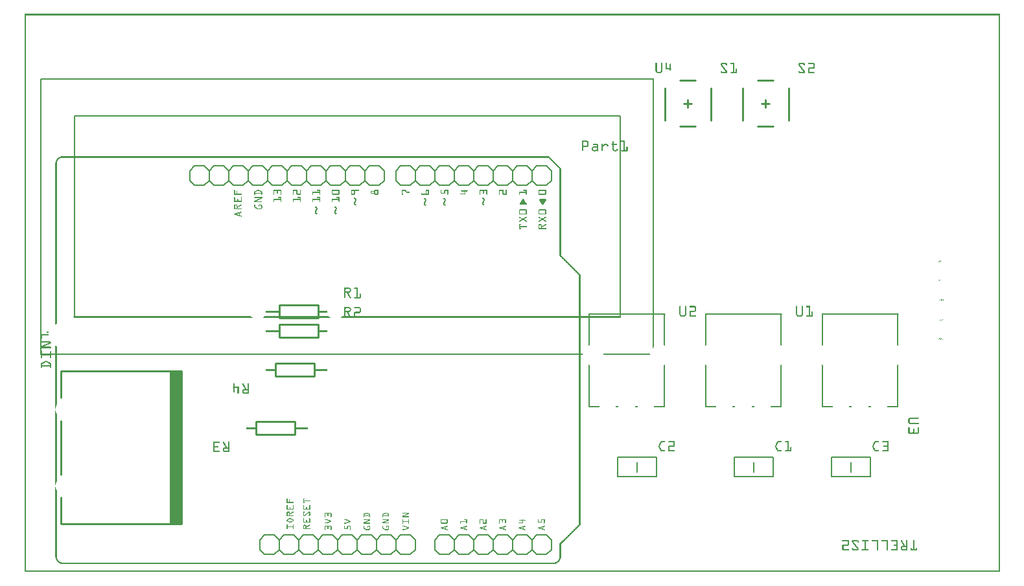
<source format=gto>
G04 MADE WITH FRITZING*
G04 WWW.FRITZING.ORG*
G04 DOUBLE SIDED*
G04 HOLES PLATED*
G04 CONTOUR ON CENTER OF CONTOUR VECTOR*
%ASAXBY*%
%FSLAX23Y23*%
%MOIN*%
%OFA0B0*%
%SFA1.0B1.0*%
%ADD10C,0.010000*%
%ADD11C,0.015000*%
%ADD12C,0.006000*%
%ADD13C,0.008000*%
%ADD14R,0.001000X0.001000*%
%LNSILK1*%
G90*
G70*
G54D10*
X186Y385D02*
X186Y247D01*
D02*
X186Y247D02*
X808Y247D01*
D02*
X808Y247D02*
X808Y1034D01*
D02*
X808Y1034D02*
X186Y1034D01*
D02*
X186Y1034D02*
X186Y897D01*
D02*
X186Y503D02*
X186Y779D01*
G54D11*
D02*
X803Y252D02*
X803Y1029D01*
D02*
X803Y1029D02*
X793Y1029D01*
D02*
X793Y1029D02*
X793Y252D01*
D02*
X793Y252D02*
X783Y252D01*
D02*
X783Y252D02*
X783Y1029D01*
D02*
X783Y1029D02*
X773Y1029D01*
D02*
X773Y1029D02*
X773Y252D01*
D02*
X773Y252D02*
X763Y252D01*
D02*
X763Y252D02*
X763Y1029D01*
D02*
X763Y1029D02*
X753Y1029D01*
D02*
X753Y1029D02*
X753Y252D01*
G54D10*
D02*
X1391Y708D02*
X1191Y708D01*
D02*
X1191Y708D02*
X1191Y774D01*
D02*
X1191Y774D02*
X1391Y774D01*
D02*
X1391Y774D02*
X1391Y708D01*
D02*
X1491Y1008D02*
X1291Y1008D01*
D02*
X1291Y1008D02*
X1291Y1074D01*
D02*
X1291Y1074D02*
X1491Y1074D01*
D02*
X1491Y1074D02*
X1491Y1008D01*
G54D12*
D02*
X2435Y191D02*
X2485Y191D01*
D02*
X2485Y191D02*
X2510Y166D01*
D02*
X2510Y166D02*
X2510Y116D01*
D02*
X2510Y116D02*
X2485Y91D01*
D02*
X2510Y166D02*
X2535Y191D01*
D02*
X2535Y191D02*
X2585Y191D01*
D02*
X2585Y191D02*
X2610Y166D01*
D02*
X2610Y166D02*
X2610Y116D01*
D02*
X2610Y116D02*
X2585Y91D01*
D02*
X2585Y91D02*
X2535Y91D01*
D02*
X2535Y91D02*
X2510Y116D01*
D02*
X2310Y166D02*
X2335Y191D01*
D02*
X2335Y191D02*
X2385Y191D01*
D02*
X2385Y191D02*
X2410Y166D01*
D02*
X2410Y166D02*
X2410Y116D01*
D02*
X2410Y116D02*
X2385Y91D01*
D02*
X2385Y91D02*
X2335Y91D01*
D02*
X2335Y91D02*
X2310Y116D01*
D02*
X2435Y191D02*
X2410Y166D01*
D02*
X2410Y116D02*
X2435Y91D01*
D02*
X2485Y91D02*
X2435Y91D01*
D02*
X2135Y191D02*
X2185Y191D01*
D02*
X2185Y191D02*
X2210Y166D01*
D02*
X2210Y166D02*
X2210Y116D01*
D02*
X2210Y116D02*
X2185Y91D01*
D02*
X2210Y166D02*
X2235Y191D01*
D02*
X2235Y191D02*
X2285Y191D01*
D02*
X2285Y191D02*
X2310Y166D01*
D02*
X2310Y166D02*
X2310Y116D01*
D02*
X2310Y116D02*
X2285Y91D01*
D02*
X2285Y91D02*
X2235Y91D01*
D02*
X2235Y91D02*
X2210Y116D01*
D02*
X2110Y166D02*
X2110Y116D01*
D02*
X2135Y191D02*
X2110Y166D01*
D02*
X2110Y116D02*
X2135Y91D01*
D02*
X2185Y91D02*
X2135Y91D01*
D02*
X2635Y191D02*
X2685Y191D01*
D02*
X2685Y191D02*
X2710Y166D01*
D02*
X2710Y166D02*
X2710Y116D01*
D02*
X2710Y116D02*
X2685Y91D01*
D02*
X2635Y191D02*
X2610Y166D01*
D02*
X2610Y116D02*
X2635Y91D01*
D02*
X2685Y91D02*
X2635Y91D01*
D02*
X1025Y1991D02*
X975Y1991D01*
D02*
X1225Y1991D02*
X1175Y1991D01*
D02*
X1125Y1991D02*
X1075Y1991D01*
D02*
X1325Y1991D02*
X1275Y1991D01*
D02*
X1525Y1991D02*
X1475Y1991D01*
D02*
X1425Y1991D02*
X1375Y1991D01*
D02*
X1625Y1991D02*
X1575Y1991D01*
D02*
X1825Y1991D02*
X1775Y1991D01*
D02*
X1725Y1991D02*
X1675Y1991D01*
D02*
X925Y1991D02*
X875Y1991D01*
D02*
X1050Y2016D02*
X1025Y1991D01*
D02*
X975Y1991D02*
X950Y2016D01*
D02*
X950Y2016D02*
X950Y2066D01*
D02*
X950Y2066D02*
X975Y2091D01*
D02*
X975Y2091D02*
X1025Y2091D01*
D02*
X1025Y2091D02*
X1050Y2066D01*
D02*
X1175Y1991D02*
X1150Y2016D01*
D02*
X1150Y2016D02*
X1150Y2066D01*
D02*
X1150Y2066D02*
X1175Y2091D01*
D02*
X1150Y2016D02*
X1125Y1991D01*
D02*
X1075Y1991D02*
X1050Y2016D01*
D02*
X1050Y2016D02*
X1050Y2066D01*
D02*
X1050Y2066D02*
X1075Y2091D01*
D02*
X1075Y2091D02*
X1125Y2091D01*
D02*
X1125Y2091D02*
X1150Y2066D01*
D02*
X1350Y2016D02*
X1325Y1991D01*
D02*
X1275Y1991D02*
X1250Y2016D01*
D02*
X1250Y2016D02*
X1250Y2066D01*
D02*
X1250Y2066D02*
X1275Y2091D01*
D02*
X1275Y2091D02*
X1325Y2091D01*
D02*
X1325Y2091D02*
X1350Y2066D01*
D02*
X1225Y1991D02*
X1250Y2016D01*
D02*
X1250Y2066D02*
X1225Y2091D01*
D02*
X1175Y2091D02*
X1225Y2091D01*
D02*
X1475Y1991D02*
X1450Y2016D01*
D02*
X1450Y2016D02*
X1450Y2066D01*
D02*
X1450Y2066D02*
X1475Y2091D01*
D02*
X1450Y2016D02*
X1425Y1991D01*
D02*
X1375Y1991D02*
X1350Y2016D01*
D02*
X1350Y2016D02*
X1350Y2066D01*
D02*
X1350Y2066D02*
X1375Y2091D01*
D02*
X1375Y2091D02*
X1425Y2091D01*
D02*
X1425Y2091D02*
X1450Y2066D01*
D02*
X1650Y2016D02*
X1625Y1991D01*
D02*
X1575Y1991D02*
X1550Y2016D01*
D02*
X1550Y2016D02*
X1550Y2066D01*
D02*
X1550Y2066D02*
X1575Y2091D01*
D02*
X1575Y2091D02*
X1625Y2091D01*
D02*
X1625Y2091D02*
X1650Y2066D01*
D02*
X1525Y1991D02*
X1550Y2016D01*
D02*
X1550Y2066D02*
X1525Y2091D01*
D02*
X1475Y2091D02*
X1525Y2091D01*
D02*
X1775Y1991D02*
X1750Y2016D01*
D02*
X1750Y2016D02*
X1750Y2066D01*
D02*
X1750Y2066D02*
X1775Y2091D01*
D02*
X1750Y2016D02*
X1725Y1991D01*
D02*
X1675Y1991D02*
X1650Y2016D01*
D02*
X1650Y2016D02*
X1650Y2066D01*
D02*
X1650Y2066D02*
X1675Y2091D01*
D02*
X1675Y2091D02*
X1725Y2091D01*
D02*
X1725Y2091D02*
X1750Y2066D01*
D02*
X1850Y2016D02*
X1850Y2066D01*
D02*
X1825Y1991D02*
X1850Y2016D01*
D02*
X1850Y2066D02*
X1825Y2091D01*
D02*
X1775Y2091D02*
X1825Y2091D01*
D02*
X875Y1991D02*
X850Y2016D01*
D02*
X850Y2016D02*
X850Y2066D01*
D02*
X850Y2066D02*
X875Y2091D01*
D02*
X925Y1991D02*
X950Y2016D01*
D02*
X950Y2066D02*
X925Y2091D01*
D02*
X875Y2091D02*
X925Y2091D01*
D02*
X2085Y1991D02*
X2035Y1991D01*
D02*
X2035Y1991D02*
X2010Y2016D01*
D02*
X2010Y2016D02*
X2010Y2066D01*
D02*
X2010Y2066D02*
X2035Y2091D01*
D02*
X2210Y2016D02*
X2185Y1991D01*
D02*
X2185Y1991D02*
X2135Y1991D01*
D02*
X2135Y1991D02*
X2110Y2016D01*
D02*
X2110Y2016D02*
X2110Y2066D01*
D02*
X2110Y2066D02*
X2135Y2091D01*
D02*
X2135Y2091D02*
X2185Y2091D01*
D02*
X2185Y2091D02*
X2210Y2066D01*
D02*
X2085Y1991D02*
X2110Y2016D01*
D02*
X2110Y2066D02*
X2085Y2091D01*
D02*
X2035Y2091D02*
X2085Y2091D01*
D02*
X2385Y1991D02*
X2335Y1991D01*
D02*
X2335Y1991D02*
X2310Y2016D01*
D02*
X2310Y2016D02*
X2310Y2066D01*
D02*
X2310Y2066D02*
X2335Y2091D01*
D02*
X2310Y2016D02*
X2285Y1991D01*
D02*
X2285Y1991D02*
X2235Y1991D01*
D02*
X2235Y1991D02*
X2210Y2016D01*
D02*
X2210Y2016D02*
X2210Y2066D01*
D02*
X2210Y2066D02*
X2235Y2091D01*
D02*
X2235Y2091D02*
X2285Y2091D01*
D02*
X2285Y2091D02*
X2310Y2066D01*
D02*
X2510Y2016D02*
X2485Y1991D01*
D02*
X2485Y1991D02*
X2435Y1991D01*
D02*
X2435Y1991D02*
X2410Y2016D01*
D02*
X2410Y2016D02*
X2410Y2066D01*
D02*
X2410Y2066D02*
X2435Y2091D01*
D02*
X2435Y2091D02*
X2485Y2091D01*
D02*
X2485Y2091D02*
X2510Y2066D01*
D02*
X2385Y1991D02*
X2410Y2016D01*
D02*
X2410Y2066D02*
X2385Y2091D01*
D02*
X2335Y2091D02*
X2385Y2091D01*
D02*
X2685Y1991D02*
X2635Y1991D01*
D02*
X2635Y1991D02*
X2610Y2016D01*
D02*
X2610Y2016D02*
X2610Y2066D01*
D02*
X2610Y2066D02*
X2635Y2091D01*
D02*
X2610Y2016D02*
X2585Y1991D01*
D02*
X2585Y1991D02*
X2535Y1991D01*
D02*
X2535Y1991D02*
X2510Y2016D01*
D02*
X2510Y2016D02*
X2510Y2066D01*
D02*
X2510Y2066D02*
X2535Y2091D01*
D02*
X2535Y2091D02*
X2585Y2091D01*
D02*
X2585Y2091D02*
X2610Y2066D01*
D02*
X2710Y2016D02*
X2710Y2066D01*
D02*
X2685Y1991D02*
X2710Y2016D01*
D02*
X2710Y2066D02*
X2685Y2091D01*
D02*
X2635Y2091D02*
X2685Y2091D01*
D02*
X1985Y1991D02*
X1935Y1991D01*
D02*
X1935Y1991D02*
X1910Y2016D01*
D02*
X1910Y2016D02*
X1910Y2066D01*
D02*
X1910Y2066D02*
X1935Y2091D01*
D02*
X1985Y1991D02*
X2010Y2016D01*
D02*
X2010Y2066D02*
X1985Y2091D01*
D02*
X1935Y2091D02*
X1985Y2091D01*
D02*
X1835Y191D02*
X1885Y191D01*
D02*
X1885Y191D02*
X1910Y166D01*
D02*
X1910Y166D02*
X1910Y116D01*
D02*
X1910Y116D02*
X1885Y91D01*
D02*
X1710Y166D02*
X1735Y191D01*
D02*
X1735Y191D02*
X1785Y191D01*
D02*
X1785Y191D02*
X1810Y166D01*
D02*
X1810Y166D02*
X1810Y116D01*
D02*
X1810Y116D02*
X1785Y91D01*
D02*
X1785Y91D02*
X1735Y91D01*
D02*
X1735Y91D02*
X1710Y116D01*
D02*
X1835Y191D02*
X1810Y166D01*
D02*
X1810Y116D02*
X1835Y91D01*
D02*
X1885Y91D02*
X1835Y91D01*
D02*
X1535Y191D02*
X1585Y191D01*
D02*
X1585Y191D02*
X1610Y166D01*
D02*
X1610Y166D02*
X1610Y116D01*
D02*
X1610Y116D02*
X1585Y91D01*
D02*
X1610Y166D02*
X1635Y191D01*
D02*
X1635Y191D02*
X1685Y191D01*
D02*
X1685Y191D02*
X1710Y166D01*
D02*
X1710Y166D02*
X1710Y116D01*
D02*
X1710Y116D02*
X1685Y91D01*
D02*
X1685Y91D02*
X1635Y91D01*
D02*
X1635Y91D02*
X1610Y116D01*
D02*
X1410Y166D02*
X1435Y191D01*
D02*
X1435Y191D02*
X1485Y191D01*
D02*
X1485Y191D02*
X1510Y166D01*
D02*
X1510Y166D02*
X1510Y116D01*
D02*
X1510Y116D02*
X1485Y91D01*
D02*
X1485Y91D02*
X1435Y91D01*
D02*
X1435Y91D02*
X1410Y116D01*
D02*
X1535Y191D02*
X1510Y166D01*
D02*
X1510Y116D02*
X1535Y91D01*
D02*
X1585Y91D02*
X1535Y91D01*
D02*
X1235Y191D02*
X1285Y191D01*
D02*
X1285Y191D02*
X1310Y166D01*
D02*
X1310Y166D02*
X1310Y116D01*
D02*
X1310Y116D02*
X1285Y91D01*
D02*
X1310Y166D02*
X1335Y191D01*
D02*
X1335Y191D02*
X1385Y191D01*
D02*
X1385Y191D02*
X1410Y166D01*
D02*
X1410Y166D02*
X1410Y116D01*
D02*
X1410Y116D02*
X1385Y91D01*
D02*
X1385Y91D02*
X1335Y91D01*
D02*
X1335Y91D02*
X1310Y116D01*
D02*
X1210Y166D02*
X1210Y116D01*
D02*
X1235Y191D02*
X1210Y166D01*
D02*
X1210Y116D02*
X1235Y91D01*
D02*
X1285Y91D02*
X1235Y91D01*
D02*
X1935Y191D02*
X1985Y191D01*
D02*
X1985Y191D02*
X2010Y166D01*
D02*
X2010Y166D02*
X2010Y116D01*
D02*
X2010Y116D02*
X1985Y91D01*
D02*
X1935Y191D02*
X1910Y166D01*
D02*
X1910Y116D02*
X1935Y91D01*
D02*
X1985Y91D02*
X1935Y91D01*
G54D10*
D02*
X3451Y2295D02*
X3372Y2295D01*
D02*
X3530Y2492D02*
X3530Y2324D01*
D02*
X3293Y2492D02*
X3293Y2324D01*
D02*
X3451Y2531D02*
X3372Y2531D01*
D02*
X3431Y2413D02*
X3392Y2413D01*
D02*
X3411Y2393D02*
X3411Y2432D01*
D02*
X3851Y2295D02*
X3772Y2295D01*
D02*
X3930Y2492D02*
X3930Y2324D01*
D02*
X3693Y2492D02*
X3693Y2324D01*
D02*
X3851Y2531D02*
X3772Y2531D01*
D02*
X3831Y2413D02*
X3792Y2413D01*
D02*
X3811Y2393D02*
X3811Y2432D01*
G54D13*
D02*
X3504Y1327D02*
X3893Y1327D01*
D02*
X2904Y1327D02*
X3293Y1327D01*
D02*
X4104Y1327D02*
X4493Y1327D01*
D02*
X85Y2539D02*
X3235Y2539D01*
D02*
X85Y1122D02*
X85Y2539D01*
D02*
X256Y2348D02*
X3063Y2348D01*
D02*
X3063Y2348D02*
X3063Y1313D01*
D02*
X256Y1313D02*
X256Y2348D01*
G54D10*
D02*
X1310Y1374D02*
X1510Y1374D01*
D02*
X1510Y1374D02*
X1510Y1308D01*
D02*
X1510Y1308D02*
X1310Y1308D01*
D02*
X1310Y1308D02*
X1310Y1374D01*
D02*
X1310Y1274D02*
X1510Y1274D01*
D02*
X1510Y1274D02*
X1510Y1208D01*
D02*
X1510Y1208D02*
X1310Y1208D01*
D02*
X1310Y1208D02*
X1310Y1274D01*
G54D13*
D02*
X3750Y566D02*
X3750Y516D01*
D02*
X3650Y591D02*
X3850Y591D01*
D02*
X3850Y591D02*
X3850Y491D01*
D02*
X3850Y491D02*
X3650Y491D01*
D02*
X3650Y491D02*
X3650Y591D01*
D02*
X3150Y566D02*
X3150Y516D01*
D02*
X3050Y591D02*
X3250Y591D01*
D02*
X3250Y591D02*
X3250Y491D01*
D02*
X3250Y491D02*
X3050Y491D01*
D02*
X3050Y491D02*
X3050Y591D01*
D02*
X4250Y566D02*
X4250Y516D01*
D02*
X4150Y591D02*
X4350Y591D01*
D02*
X4350Y591D02*
X4350Y491D01*
D02*
X4350Y491D02*
X4150Y491D01*
D02*
X4150Y491D02*
X4150Y591D01*
G54D14*
X0Y2874D02*
X5017Y2874D01*
X0Y2873D02*
X5017Y2873D01*
X0Y2872D02*
X5017Y2872D01*
X0Y2871D02*
X5017Y2871D01*
X0Y2870D02*
X5017Y2870D01*
X0Y2869D02*
X5017Y2869D01*
X0Y2868D02*
X5017Y2868D01*
X0Y2867D02*
X5017Y2867D01*
X0Y2866D02*
X7Y2866D01*
X5010Y2866D02*
X5017Y2866D01*
X0Y2865D02*
X7Y2865D01*
X5010Y2865D02*
X5017Y2865D01*
X0Y2864D02*
X7Y2864D01*
X5010Y2864D02*
X5017Y2864D01*
X0Y2863D02*
X7Y2863D01*
X5010Y2863D02*
X5017Y2863D01*
X0Y2862D02*
X7Y2862D01*
X5010Y2862D02*
X5017Y2862D01*
X0Y2861D02*
X7Y2861D01*
X5010Y2861D02*
X5017Y2861D01*
X0Y2860D02*
X7Y2860D01*
X5010Y2860D02*
X5017Y2860D01*
X0Y2859D02*
X7Y2859D01*
X5010Y2859D02*
X5017Y2859D01*
X0Y2858D02*
X7Y2858D01*
X5010Y2858D02*
X5017Y2858D01*
X0Y2857D02*
X7Y2857D01*
X5010Y2857D02*
X5017Y2857D01*
X0Y2856D02*
X7Y2856D01*
X5010Y2856D02*
X5017Y2856D01*
X0Y2855D02*
X7Y2855D01*
X5010Y2855D02*
X5017Y2855D01*
X0Y2854D02*
X7Y2854D01*
X5010Y2854D02*
X5017Y2854D01*
X0Y2853D02*
X7Y2853D01*
X5010Y2853D02*
X5017Y2853D01*
X0Y2852D02*
X7Y2852D01*
X5010Y2852D02*
X5017Y2852D01*
X0Y2851D02*
X7Y2851D01*
X5010Y2851D02*
X5017Y2851D01*
X0Y2850D02*
X7Y2850D01*
X5010Y2850D02*
X5017Y2850D01*
X0Y2849D02*
X7Y2849D01*
X5010Y2849D02*
X5017Y2849D01*
X0Y2848D02*
X7Y2848D01*
X5010Y2848D02*
X5017Y2848D01*
X0Y2847D02*
X7Y2847D01*
X5010Y2847D02*
X5017Y2847D01*
X0Y2846D02*
X7Y2846D01*
X5010Y2846D02*
X5017Y2846D01*
X0Y2845D02*
X7Y2845D01*
X5010Y2845D02*
X5017Y2845D01*
X0Y2844D02*
X7Y2844D01*
X5010Y2844D02*
X5017Y2844D01*
X0Y2843D02*
X7Y2843D01*
X5010Y2843D02*
X5017Y2843D01*
X0Y2842D02*
X7Y2842D01*
X5010Y2842D02*
X5017Y2842D01*
X0Y2841D02*
X7Y2841D01*
X5010Y2841D02*
X5017Y2841D01*
X0Y2840D02*
X7Y2840D01*
X5010Y2840D02*
X5017Y2840D01*
X0Y2839D02*
X7Y2839D01*
X5010Y2839D02*
X5017Y2839D01*
X0Y2838D02*
X7Y2838D01*
X5010Y2838D02*
X5017Y2838D01*
X0Y2837D02*
X7Y2837D01*
X5010Y2837D02*
X5017Y2837D01*
X0Y2836D02*
X7Y2836D01*
X5010Y2836D02*
X5017Y2836D01*
X0Y2835D02*
X7Y2835D01*
X5010Y2835D02*
X5017Y2835D01*
X0Y2834D02*
X7Y2834D01*
X5010Y2834D02*
X5017Y2834D01*
X0Y2833D02*
X7Y2833D01*
X5010Y2833D02*
X5017Y2833D01*
X0Y2832D02*
X7Y2832D01*
X5010Y2832D02*
X5017Y2832D01*
X0Y2831D02*
X7Y2831D01*
X5010Y2831D02*
X5017Y2831D01*
X0Y2830D02*
X7Y2830D01*
X5010Y2830D02*
X5017Y2830D01*
X0Y2829D02*
X7Y2829D01*
X5010Y2829D02*
X5017Y2829D01*
X0Y2828D02*
X7Y2828D01*
X5010Y2828D02*
X5017Y2828D01*
X0Y2827D02*
X7Y2827D01*
X5010Y2827D02*
X5017Y2827D01*
X0Y2826D02*
X7Y2826D01*
X5010Y2826D02*
X5017Y2826D01*
X0Y2825D02*
X7Y2825D01*
X5010Y2825D02*
X5017Y2825D01*
X0Y2824D02*
X7Y2824D01*
X5010Y2824D02*
X5017Y2824D01*
X0Y2823D02*
X7Y2823D01*
X5010Y2823D02*
X5017Y2823D01*
X0Y2822D02*
X7Y2822D01*
X5010Y2822D02*
X5017Y2822D01*
X0Y2821D02*
X7Y2821D01*
X5010Y2821D02*
X5017Y2821D01*
X0Y2820D02*
X7Y2820D01*
X5010Y2820D02*
X5017Y2820D01*
X0Y2819D02*
X7Y2819D01*
X5010Y2819D02*
X5017Y2819D01*
X0Y2818D02*
X7Y2818D01*
X5010Y2818D02*
X5017Y2818D01*
X0Y2817D02*
X7Y2817D01*
X5010Y2817D02*
X5017Y2817D01*
X0Y2816D02*
X7Y2816D01*
X5010Y2816D02*
X5017Y2816D01*
X0Y2815D02*
X7Y2815D01*
X5010Y2815D02*
X5017Y2815D01*
X0Y2814D02*
X7Y2814D01*
X5010Y2814D02*
X5017Y2814D01*
X0Y2813D02*
X7Y2813D01*
X5010Y2813D02*
X5017Y2813D01*
X0Y2812D02*
X7Y2812D01*
X5010Y2812D02*
X5017Y2812D01*
X0Y2811D02*
X7Y2811D01*
X5010Y2811D02*
X5017Y2811D01*
X0Y2810D02*
X7Y2810D01*
X5010Y2810D02*
X5017Y2810D01*
X0Y2809D02*
X7Y2809D01*
X5010Y2809D02*
X5017Y2809D01*
X0Y2808D02*
X7Y2808D01*
X5010Y2808D02*
X5017Y2808D01*
X0Y2807D02*
X7Y2807D01*
X5010Y2807D02*
X5017Y2807D01*
X0Y2806D02*
X7Y2806D01*
X5010Y2806D02*
X5017Y2806D01*
X0Y2805D02*
X7Y2805D01*
X5010Y2805D02*
X5017Y2805D01*
X0Y2804D02*
X7Y2804D01*
X5010Y2804D02*
X5017Y2804D01*
X0Y2803D02*
X7Y2803D01*
X5010Y2803D02*
X5017Y2803D01*
X0Y2802D02*
X7Y2802D01*
X5010Y2802D02*
X5017Y2802D01*
X0Y2801D02*
X7Y2801D01*
X5010Y2801D02*
X5017Y2801D01*
X0Y2800D02*
X7Y2800D01*
X5010Y2800D02*
X5017Y2800D01*
X0Y2799D02*
X7Y2799D01*
X5010Y2799D02*
X5017Y2799D01*
X0Y2798D02*
X7Y2798D01*
X5010Y2798D02*
X5017Y2798D01*
X0Y2797D02*
X7Y2797D01*
X5010Y2797D02*
X5017Y2797D01*
X0Y2796D02*
X7Y2796D01*
X5010Y2796D02*
X5017Y2796D01*
X0Y2795D02*
X7Y2795D01*
X5010Y2795D02*
X5017Y2795D01*
X0Y2794D02*
X7Y2794D01*
X5010Y2794D02*
X5017Y2794D01*
X0Y2793D02*
X7Y2793D01*
X5010Y2793D02*
X5017Y2793D01*
X0Y2792D02*
X7Y2792D01*
X5010Y2792D02*
X5017Y2792D01*
X0Y2791D02*
X7Y2791D01*
X5010Y2791D02*
X5017Y2791D01*
X0Y2790D02*
X7Y2790D01*
X5010Y2790D02*
X5017Y2790D01*
X0Y2789D02*
X7Y2789D01*
X5010Y2789D02*
X5017Y2789D01*
X0Y2788D02*
X7Y2788D01*
X5010Y2788D02*
X5017Y2788D01*
X0Y2787D02*
X7Y2787D01*
X5010Y2787D02*
X5017Y2787D01*
X0Y2786D02*
X7Y2786D01*
X5010Y2786D02*
X5017Y2786D01*
X0Y2785D02*
X7Y2785D01*
X5010Y2785D02*
X5017Y2785D01*
X0Y2784D02*
X7Y2784D01*
X5010Y2784D02*
X5017Y2784D01*
X0Y2783D02*
X7Y2783D01*
X5010Y2783D02*
X5017Y2783D01*
X0Y2782D02*
X7Y2782D01*
X5010Y2782D02*
X5017Y2782D01*
X0Y2781D02*
X7Y2781D01*
X5010Y2781D02*
X5017Y2781D01*
X0Y2780D02*
X7Y2780D01*
X5010Y2780D02*
X5017Y2780D01*
X0Y2779D02*
X7Y2779D01*
X5010Y2779D02*
X5017Y2779D01*
X0Y2778D02*
X7Y2778D01*
X5010Y2778D02*
X5017Y2778D01*
X0Y2777D02*
X7Y2777D01*
X5010Y2777D02*
X5017Y2777D01*
X0Y2776D02*
X7Y2776D01*
X5010Y2776D02*
X5017Y2776D01*
X0Y2775D02*
X7Y2775D01*
X5010Y2775D02*
X5017Y2775D01*
X0Y2774D02*
X7Y2774D01*
X5010Y2774D02*
X5017Y2774D01*
X0Y2773D02*
X7Y2773D01*
X5010Y2773D02*
X5017Y2773D01*
X0Y2772D02*
X7Y2772D01*
X5010Y2772D02*
X5017Y2772D01*
X0Y2771D02*
X7Y2771D01*
X5010Y2771D02*
X5017Y2771D01*
X0Y2770D02*
X7Y2770D01*
X5010Y2770D02*
X5017Y2770D01*
X0Y2769D02*
X7Y2769D01*
X5010Y2769D02*
X5017Y2769D01*
X0Y2768D02*
X7Y2768D01*
X5010Y2768D02*
X5017Y2768D01*
X0Y2767D02*
X7Y2767D01*
X5010Y2767D02*
X5017Y2767D01*
X0Y2766D02*
X7Y2766D01*
X5010Y2766D02*
X5017Y2766D01*
X0Y2765D02*
X7Y2765D01*
X5010Y2765D02*
X5017Y2765D01*
X0Y2764D02*
X7Y2764D01*
X5010Y2764D02*
X5017Y2764D01*
X0Y2763D02*
X7Y2763D01*
X5010Y2763D02*
X5017Y2763D01*
X0Y2762D02*
X7Y2762D01*
X5010Y2762D02*
X5017Y2762D01*
X0Y2761D02*
X7Y2761D01*
X5010Y2761D02*
X5017Y2761D01*
X0Y2760D02*
X7Y2760D01*
X5010Y2760D02*
X5017Y2760D01*
X0Y2759D02*
X7Y2759D01*
X5010Y2759D02*
X5017Y2759D01*
X0Y2758D02*
X7Y2758D01*
X5010Y2758D02*
X5017Y2758D01*
X0Y2757D02*
X7Y2757D01*
X5010Y2757D02*
X5017Y2757D01*
X0Y2756D02*
X7Y2756D01*
X5010Y2756D02*
X5017Y2756D01*
X0Y2755D02*
X7Y2755D01*
X5010Y2755D02*
X5017Y2755D01*
X0Y2754D02*
X7Y2754D01*
X5010Y2754D02*
X5017Y2754D01*
X0Y2753D02*
X7Y2753D01*
X5010Y2753D02*
X5017Y2753D01*
X0Y2752D02*
X7Y2752D01*
X5010Y2752D02*
X5017Y2752D01*
X0Y2751D02*
X7Y2751D01*
X5010Y2751D02*
X5017Y2751D01*
X0Y2750D02*
X7Y2750D01*
X5010Y2750D02*
X5017Y2750D01*
X0Y2749D02*
X7Y2749D01*
X5010Y2749D02*
X5017Y2749D01*
X0Y2748D02*
X7Y2748D01*
X5010Y2748D02*
X5017Y2748D01*
X0Y2747D02*
X7Y2747D01*
X5010Y2747D02*
X5017Y2747D01*
X0Y2746D02*
X7Y2746D01*
X5010Y2746D02*
X5017Y2746D01*
X0Y2745D02*
X7Y2745D01*
X5010Y2745D02*
X5017Y2745D01*
X0Y2744D02*
X7Y2744D01*
X5010Y2744D02*
X5017Y2744D01*
X0Y2743D02*
X7Y2743D01*
X5010Y2743D02*
X5017Y2743D01*
X0Y2742D02*
X7Y2742D01*
X5010Y2742D02*
X5017Y2742D01*
X0Y2741D02*
X7Y2741D01*
X5010Y2741D02*
X5017Y2741D01*
X0Y2740D02*
X7Y2740D01*
X5010Y2740D02*
X5017Y2740D01*
X0Y2739D02*
X7Y2739D01*
X5010Y2739D02*
X5017Y2739D01*
X0Y2738D02*
X7Y2738D01*
X5010Y2738D02*
X5017Y2738D01*
X0Y2737D02*
X7Y2737D01*
X5010Y2737D02*
X5017Y2737D01*
X0Y2736D02*
X7Y2736D01*
X5010Y2736D02*
X5017Y2736D01*
X0Y2735D02*
X7Y2735D01*
X5010Y2735D02*
X5017Y2735D01*
X0Y2734D02*
X7Y2734D01*
X5010Y2734D02*
X5017Y2734D01*
X0Y2733D02*
X7Y2733D01*
X5010Y2733D02*
X5017Y2733D01*
X0Y2732D02*
X7Y2732D01*
X5010Y2732D02*
X5017Y2732D01*
X0Y2731D02*
X7Y2731D01*
X5010Y2731D02*
X5017Y2731D01*
X0Y2730D02*
X7Y2730D01*
X5010Y2730D02*
X5017Y2730D01*
X0Y2729D02*
X7Y2729D01*
X5010Y2729D02*
X5017Y2729D01*
X0Y2728D02*
X7Y2728D01*
X5010Y2728D02*
X5017Y2728D01*
X0Y2727D02*
X7Y2727D01*
X5010Y2727D02*
X5017Y2727D01*
X0Y2726D02*
X7Y2726D01*
X5010Y2726D02*
X5017Y2726D01*
X0Y2725D02*
X7Y2725D01*
X5010Y2725D02*
X5017Y2725D01*
X0Y2724D02*
X7Y2724D01*
X5010Y2724D02*
X5017Y2724D01*
X0Y2723D02*
X7Y2723D01*
X5010Y2723D02*
X5017Y2723D01*
X0Y2722D02*
X7Y2722D01*
X5010Y2722D02*
X5017Y2722D01*
X0Y2721D02*
X7Y2721D01*
X5010Y2721D02*
X5017Y2721D01*
X0Y2720D02*
X7Y2720D01*
X5010Y2720D02*
X5017Y2720D01*
X0Y2719D02*
X7Y2719D01*
X5010Y2719D02*
X5017Y2719D01*
X0Y2718D02*
X7Y2718D01*
X5010Y2718D02*
X5017Y2718D01*
X0Y2717D02*
X7Y2717D01*
X5010Y2717D02*
X5017Y2717D01*
X0Y2716D02*
X7Y2716D01*
X5010Y2716D02*
X5017Y2716D01*
X0Y2715D02*
X7Y2715D01*
X5010Y2715D02*
X5017Y2715D01*
X0Y2714D02*
X7Y2714D01*
X5010Y2714D02*
X5017Y2714D01*
X0Y2713D02*
X7Y2713D01*
X5010Y2713D02*
X5017Y2713D01*
X0Y2712D02*
X7Y2712D01*
X5010Y2712D02*
X5017Y2712D01*
X0Y2711D02*
X7Y2711D01*
X5010Y2711D02*
X5017Y2711D01*
X0Y2710D02*
X7Y2710D01*
X5010Y2710D02*
X5017Y2710D01*
X0Y2709D02*
X7Y2709D01*
X5010Y2709D02*
X5017Y2709D01*
X0Y2708D02*
X7Y2708D01*
X5010Y2708D02*
X5017Y2708D01*
X0Y2707D02*
X7Y2707D01*
X5010Y2707D02*
X5017Y2707D01*
X0Y2706D02*
X7Y2706D01*
X5010Y2706D02*
X5017Y2706D01*
X0Y2705D02*
X7Y2705D01*
X5010Y2705D02*
X5017Y2705D01*
X0Y2704D02*
X7Y2704D01*
X5010Y2704D02*
X5017Y2704D01*
X0Y2703D02*
X7Y2703D01*
X5010Y2703D02*
X5017Y2703D01*
X0Y2702D02*
X7Y2702D01*
X5010Y2702D02*
X5017Y2702D01*
X0Y2701D02*
X7Y2701D01*
X5010Y2701D02*
X5017Y2701D01*
X0Y2700D02*
X7Y2700D01*
X5010Y2700D02*
X5017Y2700D01*
X0Y2699D02*
X7Y2699D01*
X5010Y2699D02*
X5017Y2699D01*
X0Y2698D02*
X7Y2698D01*
X5010Y2698D02*
X5017Y2698D01*
X0Y2697D02*
X7Y2697D01*
X5010Y2697D02*
X5017Y2697D01*
X0Y2696D02*
X7Y2696D01*
X5010Y2696D02*
X5017Y2696D01*
X0Y2695D02*
X7Y2695D01*
X5010Y2695D02*
X5017Y2695D01*
X0Y2694D02*
X7Y2694D01*
X5010Y2694D02*
X5017Y2694D01*
X0Y2693D02*
X7Y2693D01*
X5010Y2693D02*
X5017Y2693D01*
X0Y2692D02*
X7Y2692D01*
X5010Y2692D02*
X5017Y2692D01*
X0Y2691D02*
X7Y2691D01*
X5010Y2691D02*
X5017Y2691D01*
X0Y2690D02*
X7Y2690D01*
X5010Y2690D02*
X5017Y2690D01*
X0Y2689D02*
X7Y2689D01*
X5010Y2689D02*
X5017Y2689D01*
X0Y2688D02*
X7Y2688D01*
X5010Y2688D02*
X5017Y2688D01*
X0Y2687D02*
X7Y2687D01*
X5010Y2687D02*
X5017Y2687D01*
X0Y2686D02*
X7Y2686D01*
X5010Y2686D02*
X5017Y2686D01*
X0Y2685D02*
X7Y2685D01*
X5010Y2685D02*
X5017Y2685D01*
X0Y2684D02*
X7Y2684D01*
X5010Y2684D02*
X5017Y2684D01*
X0Y2683D02*
X7Y2683D01*
X5010Y2683D02*
X5017Y2683D01*
X0Y2682D02*
X7Y2682D01*
X5010Y2682D02*
X5017Y2682D01*
X0Y2681D02*
X7Y2681D01*
X5010Y2681D02*
X5017Y2681D01*
X0Y2680D02*
X7Y2680D01*
X5010Y2680D02*
X5017Y2680D01*
X0Y2679D02*
X7Y2679D01*
X5010Y2679D02*
X5017Y2679D01*
X0Y2678D02*
X7Y2678D01*
X5010Y2678D02*
X5017Y2678D01*
X0Y2677D02*
X7Y2677D01*
X5010Y2677D02*
X5017Y2677D01*
X0Y2676D02*
X7Y2676D01*
X5010Y2676D02*
X5017Y2676D01*
X0Y2675D02*
X7Y2675D01*
X5010Y2675D02*
X5017Y2675D01*
X0Y2674D02*
X7Y2674D01*
X5010Y2674D02*
X5017Y2674D01*
X0Y2673D02*
X7Y2673D01*
X5010Y2673D02*
X5017Y2673D01*
X0Y2672D02*
X7Y2672D01*
X5010Y2672D02*
X5017Y2672D01*
X0Y2671D02*
X7Y2671D01*
X5010Y2671D02*
X5017Y2671D01*
X0Y2670D02*
X7Y2670D01*
X5010Y2670D02*
X5017Y2670D01*
X0Y2669D02*
X7Y2669D01*
X5010Y2669D02*
X5017Y2669D01*
X0Y2668D02*
X7Y2668D01*
X5010Y2668D02*
X5017Y2668D01*
X0Y2667D02*
X7Y2667D01*
X5010Y2667D02*
X5017Y2667D01*
X0Y2666D02*
X7Y2666D01*
X5010Y2666D02*
X5017Y2666D01*
X0Y2665D02*
X7Y2665D01*
X5010Y2665D02*
X5017Y2665D01*
X0Y2664D02*
X7Y2664D01*
X5010Y2664D02*
X5017Y2664D01*
X0Y2663D02*
X7Y2663D01*
X5010Y2663D02*
X5017Y2663D01*
X0Y2662D02*
X7Y2662D01*
X5010Y2662D02*
X5017Y2662D01*
X0Y2661D02*
X7Y2661D01*
X5010Y2661D02*
X5017Y2661D01*
X0Y2660D02*
X7Y2660D01*
X5010Y2660D02*
X5017Y2660D01*
X0Y2659D02*
X7Y2659D01*
X5010Y2659D02*
X5017Y2659D01*
X0Y2658D02*
X7Y2658D01*
X5010Y2658D02*
X5017Y2658D01*
X0Y2657D02*
X7Y2657D01*
X5010Y2657D02*
X5017Y2657D01*
X0Y2656D02*
X7Y2656D01*
X5010Y2656D02*
X5017Y2656D01*
X0Y2655D02*
X7Y2655D01*
X5010Y2655D02*
X5017Y2655D01*
X0Y2654D02*
X7Y2654D01*
X5010Y2654D02*
X5017Y2654D01*
X0Y2653D02*
X7Y2653D01*
X5010Y2653D02*
X5017Y2653D01*
X0Y2652D02*
X7Y2652D01*
X5010Y2652D02*
X5017Y2652D01*
X0Y2651D02*
X7Y2651D01*
X5010Y2651D02*
X5017Y2651D01*
X0Y2650D02*
X7Y2650D01*
X5010Y2650D02*
X5017Y2650D01*
X0Y2649D02*
X7Y2649D01*
X5010Y2649D02*
X5017Y2649D01*
X0Y2648D02*
X7Y2648D01*
X5010Y2648D02*
X5017Y2648D01*
X0Y2647D02*
X7Y2647D01*
X5010Y2647D02*
X5017Y2647D01*
X0Y2646D02*
X7Y2646D01*
X5010Y2646D02*
X5017Y2646D01*
X0Y2645D02*
X7Y2645D01*
X5010Y2645D02*
X5017Y2645D01*
X0Y2644D02*
X7Y2644D01*
X5010Y2644D02*
X5017Y2644D01*
X0Y2643D02*
X7Y2643D01*
X5010Y2643D02*
X5017Y2643D01*
X0Y2642D02*
X7Y2642D01*
X5010Y2642D02*
X5017Y2642D01*
X0Y2641D02*
X7Y2641D01*
X5010Y2641D02*
X5017Y2641D01*
X0Y2640D02*
X7Y2640D01*
X5010Y2640D02*
X5017Y2640D01*
X0Y2639D02*
X7Y2639D01*
X5010Y2639D02*
X5017Y2639D01*
X0Y2638D02*
X7Y2638D01*
X5010Y2638D02*
X5017Y2638D01*
X0Y2637D02*
X7Y2637D01*
X5010Y2637D02*
X5017Y2637D01*
X0Y2636D02*
X7Y2636D01*
X5010Y2636D02*
X5017Y2636D01*
X0Y2635D02*
X7Y2635D01*
X5010Y2635D02*
X5017Y2635D01*
X0Y2634D02*
X7Y2634D01*
X5010Y2634D02*
X5017Y2634D01*
X0Y2633D02*
X7Y2633D01*
X5010Y2633D02*
X5017Y2633D01*
X0Y2632D02*
X7Y2632D01*
X5010Y2632D02*
X5017Y2632D01*
X0Y2631D02*
X7Y2631D01*
X5010Y2631D02*
X5017Y2631D01*
X0Y2630D02*
X7Y2630D01*
X5010Y2630D02*
X5017Y2630D01*
X0Y2629D02*
X7Y2629D01*
X5010Y2629D02*
X5017Y2629D01*
X0Y2628D02*
X7Y2628D01*
X5010Y2628D02*
X5017Y2628D01*
X0Y2627D02*
X7Y2627D01*
X5010Y2627D02*
X5017Y2627D01*
X0Y2626D02*
X7Y2626D01*
X5010Y2626D02*
X5017Y2626D01*
X0Y2625D02*
X7Y2625D01*
X5010Y2625D02*
X5017Y2625D01*
X0Y2624D02*
X7Y2624D01*
X5010Y2624D02*
X5017Y2624D01*
X0Y2623D02*
X7Y2623D01*
X3248Y2623D02*
X3250Y2623D01*
X3275Y2623D02*
X3278Y2623D01*
X3300Y2623D02*
X3302Y2623D01*
X5010Y2623D02*
X5017Y2623D01*
X0Y2622D02*
X7Y2622D01*
X3247Y2622D02*
X3251Y2622D01*
X3274Y2622D02*
X3279Y2622D01*
X3299Y2622D02*
X3303Y2622D01*
X5010Y2622D02*
X5017Y2622D01*
X0Y2621D02*
X7Y2621D01*
X3246Y2621D02*
X3252Y2621D01*
X3274Y2621D02*
X3280Y2621D01*
X3298Y2621D02*
X3304Y2621D01*
X3586Y2621D02*
X3607Y2621D01*
X3633Y2621D02*
X3650Y2621D01*
X3986Y2621D02*
X4007Y2621D01*
X4033Y2621D02*
X4059Y2621D01*
X5010Y2621D02*
X5017Y2621D01*
X0Y2620D02*
X7Y2620D01*
X3246Y2620D02*
X3252Y2620D01*
X3274Y2620D02*
X3280Y2620D01*
X3298Y2620D02*
X3304Y2620D01*
X3584Y2620D02*
X3609Y2620D01*
X3632Y2620D02*
X3650Y2620D01*
X3984Y2620D02*
X4009Y2620D01*
X4032Y2620D02*
X4061Y2620D01*
X5010Y2620D02*
X5017Y2620D01*
X0Y2619D02*
X7Y2619D01*
X3246Y2619D02*
X3252Y2619D01*
X3274Y2619D02*
X3280Y2619D01*
X3298Y2619D02*
X3304Y2619D01*
X3583Y2619D02*
X3611Y2619D01*
X3631Y2619D02*
X3650Y2619D01*
X3983Y2619D02*
X4011Y2619D01*
X4031Y2619D02*
X4062Y2619D01*
X5010Y2619D02*
X5017Y2619D01*
X0Y2618D02*
X7Y2618D01*
X3246Y2618D02*
X3252Y2618D01*
X3274Y2618D02*
X3280Y2618D01*
X3298Y2618D02*
X3304Y2618D01*
X3582Y2618D02*
X3612Y2618D01*
X3631Y2618D02*
X3650Y2618D01*
X3982Y2618D02*
X4012Y2618D01*
X4031Y2618D02*
X4063Y2618D01*
X5010Y2618D02*
X5017Y2618D01*
X0Y2617D02*
X7Y2617D01*
X3246Y2617D02*
X3252Y2617D01*
X3274Y2617D02*
X3280Y2617D01*
X3298Y2617D02*
X3304Y2617D01*
X3320Y2617D02*
X3323Y2617D01*
X3581Y2617D02*
X3612Y2617D01*
X3631Y2617D02*
X3650Y2617D01*
X3981Y2617D02*
X4012Y2617D01*
X4031Y2617D02*
X4064Y2617D01*
X5010Y2617D02*
X5017Y2617D01*
X0Y2616D02*
X7Y2616D01*
X3246Y2616D02*
X3252Y2616D01*
X3274Y2616D02*
X3280Y2616D01*
X3298Y2616D02*
X3304Y2616D01*
X3319Y2616D02*
X3324Y2616D01*
X3581Y2616D02*
X3613Y2616D01*
X3631Y2616D02*
X3650Y2616D01*
X3981Y2616D02*
X4013Y2616D01*
X4031Y2616D02*
X4064Y2616D01*
X5010Y2616D02*
X5017Y2616D01*
X0Y2615D02*
X7Y2615D01*
X3246Y2615D02*
X3252Y2615D01*
X3274Y2615D02*
X3280Y2615D01*
X3298Y2615D02*
X3304Y2615D01*
X3319Y2615D02*
X3325Y2615D01*
X3581Y2615D02*
X3614Y2615D01*
X3632Y2615D02*
X3650Y2615D01*
X3981Y2615D02*
X4013Y2615D01*
X4032Y2615D02*
X4064Y2615D01*
X5010Y2615D02*
X5017Y2615D01*
X0Y2614D02*
X7Y2614D01*
X3246Y2614D02*
X3252Y2614D01*
X3274Y2614D02*
X3280Y2614D01*
X3298Y2614D02*
X3304Y2614D01*
X3319Y2614D02*
X3325Y2614D01*
X3580Y2614D02*
X3587Y2614D01*
X3606Y2614D02*
X3614Y2614D01*
X3644Y2614D02*
X3650Y2614D01*
X3980Y2614D02*
X3987Y2614D01*
X4006Y2614D02*
X4014Y2614D01*
X4058Y2614D02*
X4064Y2614D01*
X5010Y2614D02*
X5017Y2614D01*
X0Y2613D02*
X7Y2613D01*
X3246Y2613D02*
X3252Y2613D01*
X3274Y2613D02*
X3280Y2613D01*
X3298Y2613D02*
X3304Y2613D01*
X3319Y2613D02*
X3325Y2613D01*
X3580Y2613D02*
X3587Y2613D01*
X3608Y2613D02*
X3614Y2613D01*
X3644Y2613D02*
X3650Y2613D01*
X3980Y2613D02*
X3987Y2613D01*
X4008Y2613D02*
X4014Y2613D01*
X4058Y2613D02*
X4064Y2613D01*
X5010Y2613D02*
X5017Y2613D01*
X0Y2612D02*
X7Y2612D01*
X3246Y2612D02*
X3252Y2612D01*
X3274Y2612D02*
X3280Y2612D01*
X3298Y2612D02*
X3304Y2612D01*
X3319Y2612D02*
X3325Y2612D01*
X3581Y2612D02*
X3587Y2612D01*
X3608Y2612D02*
X3614Y2612D01*
X3644Y2612D02*
X3650Y2612D01*
X3981Y2612D02*
X3987Y2612D01*
X4008Y2612D02*
X4014Y2612D01*
X4058Y2612D02*
X4064Y2612D01*
X5010Y2612D02*
X5017Y2612D01*
X0Y2611D02*
X7Y2611D01*
X3246Y2611D02*
X3252Y2611D01*
X3274Y2611D02*
X3280Y2611D01*
X3298Y2611D02*
X3304Y2611D01*
X3319Y2611D02*
X3325Y2611D01*
X3581Y2611D02*
X3588Y2611D01*
X3608Y2611D02*
X3614Y2611D01*
X3644Y2611D02*
X3650Y2611D01*
X3981Y2611D02*
X3988Y2611D01*
X4008Y2611D02*
X4014Y2611D01*
X4058Y2611D02*
X4064Y2611D01*
X5010Y2611D02*
X5017Y2611D01*
X0Y2610D02*
X7Y2610D01*
X3246Y2610D02*
X3252Y2610D01*
X3274Y2610D02*
X3280Y2610D01*
X3298Y2610D02*
X3304Y2610D01*
X3319Y2610D02*
X3325Y2610D01*
X3581Y2610D02*
X3589Y2610D01*
X3609Y2610D02*
X3614Y2610D01*
X3644Y2610D02*
X3650Y2610D01*
X3981Y2610D02*
X3989Y2610D01*
X4009Y2610D02*
X4013Y2610D01*
X4058Y2610D02*
X4064Y2610D01*
X5010Y2610D02*
X5017Y2610D01*
X0Y2609D02*
X7Y2609D01*
X3246Y2609D02*
X3252Y2609D01*
X3274Y2609D02*
X3280Y2609D01*
X3298Y2609D02*
X3304Y2609D01*
X3319Y2609D02*
X3325Y2609D01*
X3582Y2609D02*
X3590Y2609D01*
X3609Y2609D02*
X3613Y2609D01*
X3644Y2609D02*
X3650Y2609D01*
X3982Y2609D02*
X3990Y2609D01*
X4009Y2609D02*
X4013Y2609D01*
X4058Y2609D02*
X4064Y2609D01*
X5010Y2609D02*
X5017Y2609D01*
X0Y2608D02*
X7Y2608D01*
X3246Y2608D02*
X3252Y2608D01*
X3274Y2608D02*
X3280Y2608D01*
X3298Y2608D02*
X3304Y2608D01*
X3319Y2608D02*
X3325Y2608D01*
X3582Y2608D02*
X3590Y2608D01*
X3644Y2608D02*
X3650Y2608D01*
X3982Y2608D02*
X3990Y2608D01*
X4058Y2608D02*
X4064Y2608D01*
X5010Y2608D02*
X5017Y2608D01*
X0Y2607D02*
X7Y2607D01*
X3246Y2607D02*
X3252Y2607D01*
X3274Y2607D02*
X3280Y2607D01*
X3298Y2607D02*
X3304Y2607D01*
X3319Y2607D02*
X3325Y2607D01*
X3583Y2607D02*
X3591Y2607D01*
X3644Y2607D02*
X3650Y2607D01*
X3983Y2607D02*
X3991Y2607D01*
X4058Y2607D02*
X4064Y2607D01*
X5010Y2607D02*
X5017Y2607D01*
X0Y2606D02*
X7Y2606D01*
X3246Y2606D02*
X3252Y2606D01*
X3274Y2606D02*
X3280Y2606D01*
X3298Y2606D02*
X3304Y2606D01*
X3319Y2606D02*
X3325Y2606D01*
X3584Y2606D02*
X3592Y2606D01*
X3644Y2606D02*
X3650Y2606D01*
X3984Y2606D02*
X3992Y2606D01*
X4058Y2606D02*
X4064Y2606D01*
X5010Y2606D02*
X5017Y2606D01*
X0Y2605D02*
X7Y2605D01*
X3246Y2605D02*
X3252Y2605D01*
X3274Y2605D02*
X3280Y2605D01*
X3298Y2605D02*
X3304Y2605D01*
X3319Y2605D02*
X3325Y2605D01*
X3585Y2605D02*
X3593Y2605D01*
X3644Y2605D02*
X3650Y2605D01*
X3985Y2605D02*
X3993Y2605D01*
X4058Y2605D02*
X4064Y2605D01*
X5010Y2605D02*
X5017Y2605D01*
X0Y2604D02*
X7Y2604D01*
X3246Y2604D02*
X3252Y2604D01*
X3274Y2604D02*
X3280Y2604D01*
X3298Y2604D02*
X3304Y2604D01*
X3319Y2604D02*
X3325Y2604D01*
X3586Y2604D02*
X3594Y2604D01*
X3644Y2604D02*
X3650Y2604D01*
X3985Y2604D02*
X3993Y2604D01*
X4058Y2604D02*
X4064Y2604D01*
X5010Y2604D02*
X5017Y2604D01*
X0Y2603D02*
X7Y2603D01*
X3246Y2603D02*
X3252Y2603D01*
X3274Y2603D02*
X3280Y2603D01*
X3298Y2603D02*
X3304Y2603D01*
X3319Y2603D02*
X3325Y2603D01*
X3586Y2603D02*
X3594Y2603D01*
X3644Y2603D02*
X3650Y2603D01*
X3986Y2603D02*
X3994Y2603D01*
X4058Y2603D02*
X4064Y2603D01*
X5010Y2603D02*
X5017Y2603D01*
X0Y2602D02*
X7Y2602D01*
X3246Y2602D02*
X3252Y2602D01*
X3274Y2602D02*
X3280Y2602D01*
X3298Y2602D02*
X3304Y2602D01*
X3319Y2602D02*
X3325Y2602D01*
X3587Y2602D02*
X3595Y2602D01*
X3644Y2602D02*
X3650Y2602D01*
X3987Y2602D02*
X3995Y2602D01*
X4058Y2602D02*
X4064Y2602D01*
X5010Y2602D02*
X5017Y2602D01*
X0Y2601D02*
X7Y2601D01*
X3246Y2601D02*
X3252Y2601D01*
X3274Y2601D02*
X3280Y2601D01*
X3298Y2601D02*
X3304Y2601D01*
X3319Y2601D02*
X3325Y2601D01*
X3588Y2601D02*
X3596Y2601D01*
X3644Y2601D02*
X3650Y2601D01*
X3988Y2601D02*
X3996Y2601D01*
X4058Y2601D02*
X4064Y2601D01*
X5010Y2601D02*
X5017Y2601D01*
X0Y2600D02*
X7Y2600D01*
X3246Y2600D02*
X3252Y2600D01*
X3274Y2600D02*
X3280Y2600D01*
X3298Y2600D02*
X3304Y2600D01*
X3319Y2600D02*
X3325Y2600D01*
X3589Y2600D02*
X3597Y2600D01*
X3644Y2600D02*
X3650Y2600D01*
X3989Y2600D02*
X3997Y2600D01*
X4058Y2600D02*
X4064Y2600D01*
X5010Y2600D02*
X5017Y2600D01*
X0Y2599D02*
X7Y2599D01*
X3246Y2599D02*
X3252Y2599D01*
X3274Y2599D02*
X3280Y2599D01*
X3298Y2599D02*
X3304Y2599D01*
X3319Y2599D02*
X3325Y2599D01*
X3589Y2599D02*
X3597Y2599D01*
X3644Y2599D02*
X3650Y2599D01*
X3989Y2599D02*
X3997Y2599D01*
X4058Y2599D02*
X4064Y2599D01*
X5010Y2599D02*
X5017Y2599D01*
X0Y2598D02*
X7Y2598D01*
X3246Y2598D02*
X3252Y2598D01*
X3274Y2598D02*
X3280Y2598D01*
X3298Y2598D02*
X3304Y2598D01*
X3319Y2598D02*
X3325Y2598D01*
X3590Y2598D02*
X3598Y2598D01*
X3644Y2598D02*
X3650Y2598D01*
X3990Y2598D02*
X3998Y2598D01*
X4058Y2598D02*
X4064Y2598D01*
X5010Y2598D02*
X5017Y2598D01*
X0Y2597D02*
X7Y2597D01*
X3246Y2597D02*
X3252Y2597D01*
X3274Y2597D02*
X3280Y2597D01*
X3298Y2597D02*
X3304Y2597D01*
X3319Y2597D02*
X3325Y2597D01*
X3591Y2597D02*
X3599Y2597D01*
X3644Y2597D02*
X3650Y2597D01*
X3991Y2597D02*
X3999Y2597D01*
X4035Y2597D02*
X4064Y2597D01*
X5010Y2597D02*
X5017Y2597D01*
X0Y2596D02*
X7Y2596D01*
X3246Y2596D02*
X3252Y2596D01*
X3274Y2596D02*
X3280Y2596D01*
X3298Y2596D02*
X3304Y2596D01*
X3319Y2596D02*
X3325Y2596D01*
X3592Y2596D02*
X3600Y2596D01*
X3644Y2596D02*
X3650Y2596D01*
X3992Y2596D02*
X4000Y2596D01*
X4033Y2596D02*
X4064Y2596D01*
X5010Y2596D02*
X5017Y2596D01*
X0Y2595D02*
X7Y2595D01*
X3246Y2595D02*
X3252Y2595D01*
X3274Y2595D02*
X3280Y2595D01*
X3298Y2595D02*
X3304Y2595D01*
X3319Y2595D02*
X3325Y2595D01*
X3592Y2595D02*
X3601Y2595D01*
X3644Y2595D02*
X3650Y2595D01*
X3992Y2595D02*
X4000Y2595D01*
X4032Y2595D02*
X4064Y2595D01*
X5010Y2595D02*
X5017Y2595D01*
X0Y2594D02*
X7Y2594D01*
X3246Y2594D02*
X3252Y2594D01*
X3274Y2594D02*
X3280Y2594D01*
X3298Y2594D02*
X3325Y2594D01*
X3593Y2594D02*
X3601Y2594D01*
X3644Y2594D02*
X3650Y2594D01*
X3993Y2594D02*
X4001Y2594D01*
X4032Y2594D02*
X4063Y2594D01*
X5010Y2594D02*
X5017Y2594D01*
X0Y2593D02*
X7Y2593D01*
X3246Y2593D02*
X3252Y2593D01*
X3274Y2593D02*
X3280Y2593D01*
X3298Y2593D02*
X3327Y2593D01*
X3594Y2593D02*
X3602Y2593D01*
X3644Y2593D02*
X3650Y2593D01*
X3994Y2593D02*
X4002Y2593D01*
X4031Y2593D02*
X4062Y2593D01*
X5010Y2593D02*
X5017Y2593D01*
X0Y2592D02*
X7Y2592D01*
X3246Y2592D02*
X3252Y2592D01*
X3274Y2592D02*
X3280Y2592D01*
X3298Y2592D02*
X3328Y2592D01*
X3595Y2592D02*
X3603Y2592D01*
X3644Y2592D02*
X3650Y2592D01*
X3995Y2592D02*
X4003Y2592D01*
X4031Y2592D02*
X4061Y2592D01*
X5010Y2592D02*
X5017Y2592D01*
X0Y2591D02*
X7Y2591D01*
X3246Y2591D02*
X3252Y2591D01*
X3274Y2591D02*
X3280Y2591D01*
X3298Y2591D02*
X3328Y2591D01*
X3596Y2591D02*
X3604Y2591D01*
X3644Y2591D02*
X3650Y2591D01*
X3660Y2591D02*
X3663Y2591D01*
X3996Y2591D02*
X4004Y2591D01*
X4031Y2591D02*
X4059Y2591D01*
X5010Y2591D02*
X5017Y2591D01*
X0Y2590D02*
X7Y2590D01*
X3246Y2590D02*
X3252Y2590D01*
X3274Y2590D02*
X3280Y2590D01*
X3298Y2590D02*
X3328Y2590D01*
X3596Y2590D02*
X3604Y2590D01*
X3644Y2590D02*
X3650Y2590D01*
X3659Y2590D02*
X3664Y2590D01*
X3996Y2590D02*
X4004Y2590D01*
X4031Y2590D02*
X4037Y2590D01*
X5010Y2590D02*
X5017Y2590D01*
X0Y2589D02*
X7Y2589D01*
X3246Y2589D02*
X3252Y2589D01*
X3274Y2589D02*
X3280Y2589D01*
X3298Y2589D02*
X3328Y2589D01*
X3597Y2589D02*
X3605Y2589D01*
X3644Y2589D02*
X3650Y2589D01*
X3658Y2589D02*
X3664Y2589D01*
X3997Y2589D02*
X4005Y2589D01*
X4031Y2589D02*
X4037Y2589D01*
X5010Y2589D02*
X5017Y2589D01*
X0Y2588D02*
X7Y2588D01*
X3246Y2588D02*
X3252Y2588D01*
X3274Y2588D02*
X3280Y2588D01*
X3298Y2588D02*
X3327Y2588D01*
X3598Y2588D02*
X3606Y2588D01*
X3644Y2588D02*
X3650Y2588D01*
X3658Y2588D02*
X3664Y2588D01*
X3998Y2588D02*
X4006Y2588D01*
X4031Y2588D02*
X4037Y2588D01*
X5010Y2588D02*
X5017Y2588D01*
X0Y2587D02*
X7Y2587D01*
X3246Y2587D02*
X3252Y2587D01*
X3274Y2587D02*
X3280Y2587D01*
X3318Y2587D02*
X3325Y2587D01*
X3599Y2587D02*
X3607Y2587D01*
X3644Y2587D02*
X3650Y2587D01*
X3658Y2587D02*
X3664Y2587D01*
X3999Y2587D02*
X4007Y2587D01*
X4031Y2587D02*
X4037Y2587D01*
X5010Y2587D02*
X5017Y2587D01*
X0Y2586D02*
X7Y2586D01*
X3246Y2586D02*
X3252Y2586D01*
X3274Y2586D02*
X3280Y2586D01*
X3319Y2586D02*
X3325Y2586D01*
X3599Y2586D02*
X3608Y2586D01*
X3644Y2586D02*
X3650Y2586D01*
X3658Y2586D02*
X3664Y2586D01*
X3999Y2586D02*
X4007Y2586D01*
X4031Y2586D02*
X4037Y2586D01*
X5010Y2586D02*
X5017Y2586D01*
X0Y2585D02*
X7Y2585D01*
X3246Y2585D02*
X3252Y2585D01*
X3274Y2585D02*
X3280Y2585D01*
X3319Y2585D02*
X3325Y2585D01*
X3600Y2585D02*
X3608Y2585D01*
X3644Y2585D02*
X3650Y2585D01*
X3658Y2585D02*
X3664Y2585D01*
X4000Y2585D02*
X4008Y2585D01*
X4031Y2585D02*
X4037Y2585D01*
X5010Y2585D02*
X5017Y2585D01*
X0Y2584D02*
X7Y2584D01*
X3246Y2584D02*
X3252Y2584D01*
X3274Y2584D02*
X3280Y2584D01*
X3319Y2584D02*
X3325Y2584D01*
X3601Y2584D02*
X3609Y2584D01*
X3644Y2584D02*
X3650Y2584D01*
X3658Y2584D02*
X3664Y2584D01*
X4001Y2584D02*
X4009Y2584D01*
X4031Y2584D02*
X4037Y2584D01*
X5010Y2584D02*
X5017Y2584D01*
X0Y2583D02*
X7Y2583D01*
X3246Y2583D02*
X3252Y2583D01*
X3274Y2583D02*
X3280Y2583D01*
X3602Y2583D02*
X3610Y2583D01*
X3644Y2583D02*
X3650Y2583D01*
X3658Y2583D02*
X3664Y2583D01*
X4002Y2583D02*
X4010Y2583D01*
X4031Y2583D02*
X4037Y2583D01*
X5010Y2583D02*
X5017Y2583D01*
X0Y2582D02*
X7Y2582D01*
X3246Y2582D02*
X3252Y2582D01*
X3274Y2582D02*
X3280Y2582D01*
X3603Y2582D02*
X3611Y2582D01*
X3644Y2582D02*
X3650Y2582D01*
X3658Y2582D02*
X3664Y2582D01*
X4003Y2582D02*
X4011Y2582D01*
X4031Y2582D02*
X4037Y2582D01*
X5010Y2582D02*
X5017Y2582D01*
X0Y2581D02*
X7Y2581D01*
X3246Y2581D02*
X3252Y2581D01*
X3274Y2581D02*
X3280Y2581D01*
X3603Y2581D02*
X3611Y2581D01*
X3644Y2581D02*
X3650Y2581D01*
X3658Y2581D02*
X3664Y2581D01*
X4003Y2581D02*
X4011Y2581D01*
X4031Y2581D02*
X4037Y2581D01*
X5010Y2581D02*
X5017Y2581D01*
X0Y2580D02*
X7Y2580D01*
X3246Y2580D02*
X3252Y2580D01*
X3274Y2580D02*
X3280Y2580D01*
X3604Y2580D02*
X3612Y2580D01*
X3644Y2580D02*
X3650Y2580D01*
X3658Y2580D02*
X3664Y2580D01*
X4004Y2580D02*
X4012Y2580D01*
X4031Y2580D02*
X4037Y2580D01*
X5010Y2580D02*
X5017Y2580D01*
X0Y2579D02*
X7Y2579D01*
X3246Y2579D02*
X3252Y2579D01*
X3274Y2579D02*
X3280Y2579D01*
X3582Y2579D02*
X3585Y2579D01*
X3605Y2579D02*
X3613Y2579D01*
X3644Y2579D02*
X3650Y2579D01*
X3658Y2579D02*
X3664Y2579D01*
X3982Y2579D02*
X3985Y2579D01*
X4005Y2579D02*
X4013Y2579D01*
X4031Y2579D02*
X4037Y2579D01*
X5010Y2579D02*
X5017Y2579D01*
X0Y2578D02*
X7Y2578D01*
X3246Y2578D02*
X3253Y2578D01*
X3273Y2578D02*
X3280Y2578D01*
X3581Y2578D02*
X3586Y2578D01*
X3606Y2578D02*
X3613Y2578D01*
X3644Y2578D02*
X3650Y2578D01*
X3658Y2578D02*
X3664Y2578D01*
X3981Y2578D02*
X3986Y2578D01*
X4006Y2578D02*
X4013Y2578D01*
X4031Y2578D02*
X4037Y2578D01*
X5010Y2578D02*
X5017Y2578D01*
X0Y2577D02*
X7Y2577D01*
X3247Y2577D02*
X3254Y2577D01*
X3272Y2577D02*
X3279Y2577D01*
X3581Y2577D02*
X3586Y2577D01*
X3606Y2577D02*
X3614Y2577D01*
X3644Y2577D02*
X3650Y2577D01*
X3658Y2577D02*
X3664Y2577D01*
X3980Y2577D02*
X3986Y2577D01*
X4006Y2577D02*
X4014Y2577D01*
X4031Y2577D02*
X4037Y2577D01*
X5010Y2577D02*
X5017Y2577D01*
X0Y2576D02*
X7Y2576D01*
X3247Y2576D02*
X3279Y2576D01*
X3580Y2576D02*
X3587Y2576D01*
X3607Y2576D02*
X3614Y2576D01*
X3644Y2576D02*
X3650Y2576D01*
X3658Y2576D02*
X3664Y2576D01*
X3980Y2576D02*
X3987Y2576D01*
X4007Y2576D02*
X4014Y2576D01*
X4031Y2576D02*
X4037Y2576D01*
X5010Y2576D02*
X5017Y2576D01*
X0Y2575D02*
X7Y2575D01*
X3247Y2575D02*
X3279Y2575D01*
X3581Y2575D02*
X3587Y2575D01*
X3608Y2575D02*
X3614Y2575D01*
X3644Y2575D02*
X3650Y2575D01*
X3658Y2575D02*
X3664Y2575D01*
X3981Y2575D02*
X3987Y2575D01*
X4008Y2575D02*
X4014Y2575D01*
X4031Y2575D02*
X4037Y2575D01*
X5010Y2575D02*
X5017Y2575D01*
X0Y2574D02*
X7Y2574D01*
X3248Y2574D02*
X3278Y2574D01*
X3581Y2574D02*
X3614Y2574D01*
X3634Y2574D02*
X3664Y2574D01*
X3981Y2574D02*
X4014Y2574D01*
X4031Y2574D02*
X4061Y2574D01*
X5010Y2574D02*
X5017Y2574D01*
X0Y2573D02*
X7Y2573D01*
X3249Y2573D02*
X3277Y2573D01*
X3581Y2573D02*
X3614Y2573D01*
X3632Y2573D02*
X3664Y2573D01*
X3981Y2573D02*
X4014Y2573D01*
X4031Y2573D02*
X4063Y2573D01*
X5010Y2573D02*
X5017Y2573D01*
X0Y2572D02*
X7Y2572D01*
X3250Y2572D02*
X3276Y2572D01*
X3582Y2572D02*
X3613Y2572D01*
X3631Y2572D02*
X3664Y2572D01*
X3982Y2572D02*
X4013Y2572D01*
X4031Y2572D02*
X4064Y2572D01*
X5010Y2572D02*
X5017Y2572D01*
X0Y2571D02*
X7Y2571D01*
X3251Y2571D02*
X3275Y2571D01*
X3582Y2571D02*
X3613Y2571D01*
X3631Y2571D02*
X3664Y2571D01*
X3982Y2571D02*
X4013Y2571D01*
X4031Y2571D02*
X4064Y2571D01*
X5010Y2571D02*
X5017Y2571D01*
X0Y2570D02*
X7Y2570D01*
X3253Y2570D02*
X3273Y2570D01*
X3583Y2570D02*
X3612Y2570D01*
X3631Y2570D02*
X3664Y2570D01*
X3983Y2570D02*
X4012Y2570D01*
X4031Y2570D02*
X4064Y2570D01*
X5010Y2570D02*
X5017Y2570D01*
X0Y2569D02*
X7Y2569D01*
X3584Y2569D02*
X3611Y2569D01*
X3631Y2569D02*
X3664Y2569D01*
X3984Y2569D02*
X4011Y2569D01*
X4031Y2569D02*
X4064Y2569D01*
X5010Y2569D02*
X5017Y2569D01*
X0Y2568D02*
X7Y2568D01*
X3586Y2568D02*
X3610Y2568D01*
X3632Y2568D02*
X3663Y2568D01*
X3986Y2568D02*
X4010Y2568D01*
X4031Y2568D02*
X4063Y2568D01*
X5010Y2568D02*
X5017Y2568D01*
X0Y2567D02*
X7Y2567D01*
X5010Y2567D02*
X5017Y2567D01*
X0Y2566D02*
X7Y2566D01*
X5010Y2566D02*
X5017Y2566D01*
X0Y2565D02*
X7Y2565D01*
X5010Y2565D02*
X5017Y2565D01*
X0Y2564D02*
X7Y2564D01*
X5010Y2564D02*
X5017Y2564D01*
X0Y2563D02*
X7Y2563D01*
X5010Y2563D02*
X5017Y2563D01*
X0Y2562D02*
X7Y2562D01*
X5010Y2562D02*
X5017Y2562D01*
X0Y2561D02*
X7Y2561D01*
X5010Y2561D02*
X5017Y2561D01*
X0Y2560D02*
X7Y2560D01*
X5010Y2560D02*
X5017Y2560D01*
X0Y2559D02*
X7Y2559D01*
X5010Y2559D02*
X5017Y2559D01*
X0Y2558D02*
X7Y2558D01*
X5010Y2558D02*
X5017Y2558D01*
X0Y2557D02*
X7Y2557D01*
X5010Y2557D02*
X5017Y2557D01*
X0Y2556D02*
X7Y2556D01*
X5010Y2556D02*
X5017Y2556D01*
X0Y2555D02*
X7Y2555D01*
X5010Y2555D02*
X5017Y2555D01*
X0Y2554D02*
X7Y2554D01*
X5010Y2554D02*
X5017Y2554D01*
X0Y2553D02*
X7Y2553D01*
X5010Y2553D02*
X5017Y2553D01*
X0Y2552D02*
X7Y2552D01*
X5010Y2552D02*
X5017Y2552D01*
X0Y2551D02*
X7Y2551D01*
X5010Y2551D02*
X5017Y2551D01*
X0Y2550D02*
X7Y2550D01*
X5010Y2550D02*
X5017Y2550D01*
X0Y2549D02*
X7Y2549D01*
X5010Y2549D02*
X5017Y2549D01*
X0Y2548D02*
X7Y2548D01*
X5010Y2548D02*
X5017Y2548D01*
X0Y2547D02*
X7Y2547D01*
X5010Y2547D02*
X5017Y2547D01*
X0Y2546D02*
X7Y2546D01*
X5010Y2546D02*
X5017Y2546D01*
X0Y2545D02*
X7Y2545D01*
X5010Y2545D02*
X5017Y2545D01*
X0Y2544D02*
X7Y2544D01*
X5010Y2544D02*
X5017Y2544D01*
X0Y2543D02*
X7Y2543D01*
X3232Y2543D02*
X3235Y2543D01*
X5010Y2543D02*
X5017Y2543D01*
X0Y2542D02*
X7Y2542D01*
X3231Y2542D02*
X3236Y2542D01*
X5010Y2542D02*
X5017Y2542D01*
X0Y2541D02*
X7Y2541D01*
X3231Y2541D02*
X3237Y2541D01*
X5010Y2541D02*
X5017Y2541D01*
X0Y2540D02*
X7Y2540D01*
X3230Y2540D02*
X3237Y2540D01*
X5010Y2540D02*
X5017Y2540D01*
X0Y2539D02*
X7Y2539D01*
X3230Y2539D02*
X3237Y2539D01*
X5010Y2539D02*
X5017Y2539D01*
X0Y2538D02*
X7Y2538D01*
X3230Y2538D02*
X3237Y2538D01*
X5010Y2538D02*
X5017Y2538D01*
X0Y2537D02*
X7Y2537D01*
X3230Y2537D02*
X3237Y2537D01*
X5010Y2537D02*
X5017Y2537D01*
X0Y2536D02*
X7Y2536D01*
X3230Y2536D02*
X3237Y2536D01*
X5010Y2536D02*
X5017Y2536D01*
X0Y2535D02*
X7Y2535D01*
X3230Y2535D02*
X3237Y2535D01*
X5010Y2535D02*
X5017Y2535D01*
X0Y2534D02*
X7Y2534D01*
X3230Y2534D02*
X3237Y2534D01*
X5010Y2534D02*
X5017Y2534D01*
X0Y2533D02*
X7Y2533D01*
X3230Y2533D02*
X3237Y2533D01*
X5010Y2533D02*
X5017Y2533D01*
X0Y2532D02*
X7Y2532D01*
X3230Y2532D02*
X3237Y2532D01*
X5010Y2532D02*
X5017Y2532D01*
X0Y2531D02*
X7Y2531D01*
X3230Y2531D02*
X3237Y2531D01*
X5010Y2531D02*
X5017Y2531D01*
X0Y2530D02*
X7Y2530D01*
X3230Y2530D02*
X3237Y2530D01*
X5010Y2530D02*
X5017Y2530D01*
X0Y2529D02*
X7Y2529D01*
X3230Y2529D02*
X3237Y2529D01*
X5010Y2529D02*
X5017Y2529D01*
X0Y2528D02*
X7Y2528D01*
X3230Y2528D02*
X3237Y2528D01*
X5010Y2528D02*
X5017Y2528D01*
X0Y2527D02*
X7Y2527D01*
X3230Y2527D02*
X3237Y2527D01*
X5010Y2527D02*
X5017Y2527D01*
X0Y2526D02*
X7Y2526D01*
X3230Y2526D02*
X3237Y2526D01*
X5010Y2526D02*
X5017Y2526D01*
X0Y2525D02*
X7Y2525D01*
X3230Y2525D02*
X3237Y2525D01*
X5010Y2525D02*
X5017Y2525D01*
X0Y2524D02*
X7Y2524D01*
X3230Y2524D02*
X3237Y2524D01*
X5010Y2524D02*
X5017Y2524D01*
X0Y2523D02*
X7Y2523D01*
X3230Y2523D02*
X3237Y2523D01*
X5010Y2523D02*
X5017Y2523D01*
X0Y2522D02*
X7Y2522D01*
X3230Y2522D02*
X3237Y2522D01*
X5010Y2522D02*
X5017Y2522D01*
X0Y2521D02*
X7Y2521D01*
X3230Y2521D02*
X3237Y2521D01*
X5010Y2521D02*
X5017Y2521D01*
X0Y2520D02*
X7Y2520D01*
X3230Y2520D02*
X3237Y2520D01*
X5010Y2520D02*
X5017Y2520D01*
X0Y2519D02*
X7Y2519D01*
X3230Y2519D02*
X3237Y2519D01*
X5010Y2519D02*
X5017Y2519D01*
X0Y2518D02*
X7Y2518D01*
X3230Y2518D02*
X3237Y2518D01*
X5010Y2518D02*
X5017Y2518D01*
X0Y2517D02*
X7Y2517D01*
X3230Y2517D02*
X3237Y2517D01*
X5010Y2517D02*
X5017Y2517D01*
X0Y2516D02*
X7Y2516D01*
X3230Y2516D02*
X3237Y2516D01*
X5010Y2516D02*
X5017Y2516D01*
X0Y2515D02*
X7Y2515D01*
X3230Y2515D02*
X3237Y2515D01*
X5010Y2515D02*
X5017Y2515D01*
X0Y2514D02*
X7Y2514D01*
X3230Y2514D02*
X3237Y2514D01*
X5010Y2514D02*
X5017Y2514D01*
X0Y2513D02*
X7Y2513D01*
X3230Y2513D02*
X3237Y2513D01*
X5010Y2513D02*
X5017Y2513D01*
X0Y2512D02*
X7Y2512D01*
X3230Y2512D02*
X3237Y2512D01*
X5010Y2512D02*
X5017Y2512D01*
X0Y2511D02*
X7Y2511D01*
X3230Y2511D02*
X3237Y2511D01*
X5010Y2511D02*
X5017Y2511D01*
X0Y2510D02*
X7Y2510D01*
X3230Y2510D02*
X3237Y2510D01*
X5010Y2510D02*
X5017Y2510D01*
X0Y2509D02*
X7Y2509D01*
X3230Y2509D02*
X3237Y2509D01*
X5010Y2509D02*
X5017Y2509D01*
X0Y2508D02*
X7Y2508D01*
X3230Y2508D02*
X3237Y2508D01*
X5010Y2508D02*
X5017Y2508D01*
X0Y2507D02*
X7Y2507D01*
X3230Y2507D02*
X3237Y2507D01*
X5010Y2507D02*
X5017Y2507D01*
X0Y2506D02*
X7Y2506D01*
X3230Y2506D02*
X3237Y2506D01*
X5010Y2506D02*
X5017Y2506D01*
X0Y2505D02*
X7Y2505D01*
X3230Y2505D02*
X3237Y2505D01*
X5010Y2505D02*
X5017Y2505D01*
X0Y2504D02*
X7Y2504D01*
X3230Y2504D02*
X3237Y2504D01*
X5010Y2504D02*
X5017Y2504D01*
X0Y2503D02*
X7Y2503D01*
X3230Y2503D02*
X3237Y2503D01*
X5010Y2503D02*
X5017Y2503D01*
X0Y2502D02*
X7Y2502D01*
X3230Y2502D02*
X3237Y2502D01*
X5010Y2502D02*
X5017Y2502D01*
X0Y2501D02*
X7Y2501D01*
X3230Y2501D02*
X3237Y2501D01*
X5010Y2501D02*
X5017Y2501D01*
X0Y2500D02*
X7Y2500D01*
X3230Y2500D02*
X3237Y2500D01*
X5010Y2500D02*
X5017Y2500D01*
X0Y2499D02*
X7Y2499D01*
X3230Y2499D02*
X3237Y2499D01*
X5010Y2499D02*
X5017Y2499D01*
X0Y2498D02*
X7Y2498D01*
X3230Y2498D02*
X3237Y2498D01*
X5010Y2498D02*
X5017Y2498D01*
X0Y2497D02*
X7Y2497D01*
X3230Y2497D02*
X3237Y2497D01*
X5010Y2497D02*
X5017Y2497D01*
X0Y2496D02*
X7Y2496D01*
X3230Y2496D02*
X3237Y2496D01*
X5010Y2496D02*
X5017Y2496D01*
X0Y2495D02*
X7Y2495D01*
X3230Y2495D02*
X3237Y2495D01*
X5010Y2495D02*
X5017Y2495D01*
X0Y2494D02*
X7Y2494D01*
X3230Y2494D02*
X3237Y2494D01*
X5010Y2494D02*
X5017Y2494D01*
X0Y2493D02*
X7Y2493D01*
X3230Y2493D02*
X3237Y2493D01*
X5010Y2493D02*
X5017Y2493D01*
X0Y2492D02*
X7Y2492D01*
X3230Y2492D02*
X3237Y2492D01*
X5010Y2492D02*
X5017Y2492D01*
X0Y2491D02*
X7Y2491D01*
X3230Y2491D02*
X3237Y2491D01*
X5010Y2491D02*
X5017Y2491D01*
X0Y2490D02*
X7Y2490D01*
X3230Y2490D02*
X3237Y2490D01*
X5010Y2490D02*
X5017Y2490D01*
X0Y2489D02*
X7Y2489D01*
X3230Y2489D02*
X3237Y2489D01*
X5010Y2489D02*
X5017Y2489D01*
X0Y2488D02*
X7Y2488D01*
X3230Y2488D02*
X3237Y2488D01*
X5010Y2488D02*
X5017Y2488D01*
X0Y2487D02*
X7Y2487D01*
X3230Y2487D02*
X3237Y2487D01*
X5010Y2487D02*
X5017Y2487D01*
X0Y2486D02*
X7Y2486D01*
X3230Y2486D02*
X3237Y2486D01*
X5010Y2486D02*
X5017Y2486D01*
X0Y2485D02*
X7Y2485D01*
X3230Y2485D02*
X3237Y2485D01*
X5010Y2485D02*
X5017Y2485D01*
X0Y2484D02*
X7Y2484D01*
X3230Y2484D02*
X3237Y2484D01*
X5010Y2484D02*
X5017Y2484D01*
X0Y2483D02*
X7Y2483D01*
X3230Y2483D02*
X3237Y2483D01*
X5010Y2483D02*
X5017Y2483D01*
X0Y2482D02*
X7Y2482D01*
X3230Y2482D02*
X3237Y2482D01*
X5010Y2482D02*
X5017Y2482D01*
X0Y2481D02*
X7Y2481D01*
X3230Y2481D02*
X3237Y2481D01*
X5010Y2481D02*
X5017Y2481D01*
X0Y2480D02*
X7Y2480D01*
X3230Y2480D02*
X3237Y2480D01*
X5010Y2480D02*
X5017Y2480D01*
X0Y2479D02*
X7Y2479D01*
X3230Y2479D02*
X3237Y2479D01*
X5010Y2479D02*
X5017Y2479D01*
X0Y2478D02*
X7Y2478D01*
X3230Y2478D02*
X3237Y2478D01*
X5010Y2478D02*
X5017Y2478D01*
X0Y2477D02*
X7Y2477D01*
X3230Y2477D02*
X3237Y2477D01*
X5010Y2477D02*
X5017Y2477D01*
X0Y2476D02*
X7Y2476D01*
X3230Y2476D02*
X3237Y2476D01*
X5010Y2476D02*
X5017Y2476D01*
X0Y2475D02*
X7Y2475D01*
X3230Y2475D02*
X3237Y2475D01*
X5010Y2475D02*
X5017Y2475D01*
X0Y2474D02*
X7Y2474D01*
X3230Y2474D02*
X3237Y2474D01*
X5010Y2474D02*
X5017Y2474D01*
X0Y2473D02*
X7Y2473D01*
X3230Y2473D02*
X3237Y2473D01*
X5010Y2473D02*
X5017Y2473D01*
X0Y2472D02*
X7Y2472D01*
X3230Y2472D02*
X3237Y2472D01*
X5010Y2472D02*
X5017Y2472D01*
X0Y2471D02*
X7Y2471D01*
X3230Y2471D02*
X3237Y2471D01*
X5010Y2471D02*
X5017Y2471D01*
X0Y2470D02*
X7Y2470D01*
X3230Y2470D02*
X3237Y2470D01*
X5010Y2470D02*
X5017Y2470D01*
X0Y2469D02*
X7Y2469D01*
X3230Y2469D02*
X3237Y2469D01*
X5010Y2469D02*
X5017Y2469D01*
X0Y2468D02*
X7Y2468D01*
X3230Y2468D02*
X3237Y2468D01*
X5010Y2468D02*
X5017Y2468D01*
X0Y2467D02*
X7Y2467D01*
X3230Y2467D02*
X3237Y2467D01*
X5010Y2467D02*
X5017Y2467D01*
X0Y2466D02*
X7Y2466D01*
X3230Y2466D02*
X3237Y2466D01*
X5010Y2466D02*
X5017Y2466D01*
X0Y2465D02*
X7Y2465D01*
X3230Y2465D02*
X3237Y2465D01*
X5010Y2465D02*
X5017Y2465D01*
X0Y2464D02*
X7Y2464D01*
X3230Y2464D02*
X3237Y2464D01*
X5010Y2464D02*
X5017Y2464D01*
X0Y2463D02*
X7Y2463D01*
X3230Y2463D02*
X3237Y2463D01*
X5010Y2463D02*
X5017Y2463D01*
X0Y2462D02*
X7Y2462D01*
X3230Y2462D02*
X3237Y2462D01*
X5010Y2462D02*
X5017Y2462D01*
X0Y2461D02*
X7Y2461D01*
X3230Y2461D02*
X3237Y2461D01*
X5010Y2461D02*
X5017Y2461D01*
X0Y2460D02*
X7Y2460D01*
X3230Y2460D02*
X3237Y2460D01*
X5010Y2460D02*
X5017Y2460D01*
X0Y2459D02*
X7Y2459D01*
X3230Y2459D02*
X3237Y2459D01*
X5010Y2459D02*
X5017Y2459D01*
X0Y2458D02*
X7Y2458D01*
X3230Y2458D02*
X3237Y2458D01*
X5010Y2458D02*
X5017Y2458D01*
X0Y2457D02*
X7Y2457D01*
X3230Y2457D02*
X3237Y2457D01*
X5010Y2457D02*
X5017Y2457D01*
X0Y2456D02*
X7Y2456D01*
X3230Y2456D02*
X3237Y2456D01*
X5010Y2456D02*
X5017Y2456D01*
X0Y2455D02*
X7Y2455D01*
X3230Y2455D02*
X3237Y2455D01*
X5010Y2455D02*
X5017Y2455D01*
X0Y2454D02*
X7Y2454D01*
X3230Y2454D02*
X3237Y2454D01*
X5010Y2454D02*
X5017Y2454D01*
X0Y2453D02*
X7Y2453D01*
X3230Y2453D02*
X3237Y2453D01*
X5010Y2453D02*
X5017Y2453D01*
X0Y2452D02*
X7Y2452D01*
X3230Y2452D02*
X3237Y2452D01*
X5010Y2452D02*
X5017Y2452D01*
X0Y2451D02*
X7Y2451D01*
X3230Y2451D02*
X3237Y2451D01*
X5010Y2451D02*
X5017Y2451D01*
X0Y2450D02*
X7Y2450D01*
X3230Y2450D02*
X3237Y2450D01*
X5010Y2450D02*
X5017Y2450D01*
X0Y2449D02*
X7Y2449D01*
X3230Y2449D02*
X3237Y2449D01*
X5010Y2449D02*
X5017Y2449D01*
X0Y2448D02*
X7Y2448D01*
X3230Y2448D02*
X3237Y2448D01*
X5010Y2448D02*
X5017Y2448D01*
X0Y2447D02*
X7Y2447D01*
X3230Y2447D02*
X3237Y2447D01*
X5010Y2447D02*
X5017Y2447D01*
X0Y2446D02*
X7Y2446D01*
X3230Y2446D02*
X3237Y2446D01*
X5010Y2446D02*
X5017Y2446D01*
X0Y2445D02*
X7Y2445D01*
X3230Y2445D02*
X3237Y2445D01*
X5010Y2445D02*
X5017Y2445D01*
X0Y2444D02*
X7Y2444D01*
X3230Y2444D02*
X3237Y2444D01*
X5010Y2444D02*
X5017Y2444D01*
X0Y2443D02*
X7Y2443D01*
X3230Y2443D02*
X3237Y2443D01*
X5010Y2443D02*
X5017Y2443D01*
X0Y2442D02*
X7Y2442D01*
X3230Y2442D02*
X3237Y2442D01*
X5010Y2442D02*
X5017Y2442D01*
X0Y2441D02*
X7Y2441D01*
X3230Y2441D02*
X3237Y2441D01*
X5010Y2441D02*
X5017Y2441D01*
X0Y2440D02*
X7Y2440D01*
X3230Y2440D02*
X3237Y2440D01*
X5010Y2440D02*
X5017Y2440D01*
X0Y2439D02*
X7Y2439D01*
X3230Y2439D02*
X3237Y2439D01*
X5010Y2439D02*
X5017Y2439D01*
X0Y2438D02*
X7Y2438D01*
X3230Y2438D02*
X3237Y2438D01*
X5010Y2438D02*
X5017Y2438D01*
X0Y2437D02*
X7Y2437D01*
X3230Y2437D02*
X3237Y2437D01*
X5010Y2437D02*
X5017Y2437D01*
X0Y2436D02*
X7Y2436D01*
X3230Y2436D02*
X3237Y2436D01*
X5010Y2436D02*
X5017Y2436D01*
X0Y2435D02*
X7Y2435D01*
X3230Y2435D02*
X3237Y2435D01*
X5010Y2435D02*
X5017Y2435D01*
X0Y2434D02*
X7Y2434D01*
X3230Y2434D02*
X3237Y2434D01*
X5010Y2434D02*
X5017Y2434D01*
X0Y2433D02*
X7Y2433D01*
X3230Y2433D02*
X3237Y2433D01*
X5010Y2433D02*
X5017Y2433D01*
X0Y2432D02*
X7Y2432D01*
X3230Y2432D02*
X3237Y2432D01*
X5010Y2432D02*
X5017Y2432D01*
X0Y2431D02*
X7Y2431D01*
X3230Y2431D02*
X3237Y2431D01*
X5010Y2431D02*
X5017Y2431D01*
X0Y2430D02*
X7Y2430D01*
X3230Y2430D02*
X3237Y2430D01*
X5010Y2430D02*
X5017Y2430D01*
X0Y2429D02*
X7Y2429D01*
X3230Y2429D02*
X3237Y2429D01*
X5010Y2429D02*
X5017Y2429D01*
X0Y2428D02*
X7Y2428D01*
X3230Y2428D02*
X3237Y2428D01*
X5010Y2428D02*
X5017Y2428D01*
X0Y2427D02*
X7Y2427D01*
X3230Y2427D02*
X3237Y2427D01*
X5010Y2427D02*
X5017Y2427D01*
X0Y2426D02*
X7Y2426D01*
X3230Y2426D02*
X3237Y2426D01*
X5010Y2426D02*
X5017Y2426D01*
X0Y2425D02*
X7Y2425D01*
X3230Y2425D02*
X3237Y2425D01*
X5010Y2425D02*
X5017Y2425D01*
X0Y2424D02*
X7Y2424D01*
X3230Y2424D02*
X3237Y2424D01*
X5010Y2424D02*
X5017Y2424D01*
X0Y2423D02*
X7Y2423D01*
X3230Y2423D02*
X3237Y2423D01*
X5010Y2423D02*
X5017Y2423D01*
X0Y2422D02*
X7Y2422D01*
X3230Y2422D02*
X3237Y2422D01*
X5010Y2422D02*
X5017Y2422D01*
X0Y2421D02*
X7Y2421D01*
X3230Y2421D02*
X3237Y2421D01*
X5010Y2421D02*
X5017Y2421D01*
X0Y2420D02*
X7Y2420D01*
X3230Y2420D02*
X3237Y2420D01*
X5010Y2420D02*
X5017Y2420D01*
X0Y2419D02*
X7Y2419D01*
X3230Y2419D02*
X3237Y2419D01*
X5010Y2419D02*
X5017Y2419D01*
X0Y2418D02*
X7Y2418D01*
X3230Y2418D02*
X3237Y2418D01*
X5010Y2418D02*
X5017Y2418D01*
X0Y2417D02*
X7Y2417D01*
X3230Y2417D02*
X3237Y2417D01*
X5010Y2417D02*
X5017Y2417D01*
X0Y2416D02*
X7Y2416D01*
X3230Y2416D02*
X3237Y2416D01*
X5010Y2416D02*
X5017Y2416D01*
X0Y2415D02*
X7Y2415D01*
X3230Y2415D02*
X3237Y2415D01*
X5010Y2415D02*
X5017Y2415D01*
X0Y2414D02*
X7Y2414D01*
X3230Y2414D02*
X3237Y2414D01*
X5010Y2414D02*
X5017Y2414D01*
X0Y2413D02*
X7Y2413D01*
X3230Y2413D02*
X3237Y2413D01*
X5010Y2413D02*
X5017Y2413D01*
X0Y2412D02*
X7Y2412D01*
X3230Y2412D02*
X3237Y2412D01*
X5010Y2412D02*
X5017Y2412D01*
X0Y2411D02*
X7Y2411D01*
X3230Y2411D02*
X3237Y2411D01*
X5010Y2411D02*
X5017Y2411D01*
X0Y2410D02*
X7Y2410D01*
X3230Y2410D02*
X3237Y2410D01*
X5010Y2410D02*
X5017Y2410D01*
X0Y2409D02*
X7Y2409D01*
X3230Y2409D02*
X3237Y2409D01*
X5010Y2409D02*
X5017Y2409D01*
X0Y2408D02*
X7Y2408D01*
X3230Y2408D02*
X3237Y2408D01*
X5010Y2408D02*
X5017Y2408D01*
X0Y2407D02*
X7Y2407D01*
X3230Y2407D02*
X3237Y2407D01*
X5010Y2407D02*
X5017Y2407D01*
X0Y2406D02*
X7Y2406D01*
X3230Y2406D02*
X3237Y2406D01*
X5010Y2406D02*
X5017Y2406D01*
X0Y2405D02*
X7Y2405D01*
X3230Y2405D02*
X3237Y2405D01*
X5010Y2405D02*
X5017Y2405D01*
X0Y2404D02*
X7Y2404D01*
X3230Y2404D02*
X3237Y2404D01*
X5010Y2404D02*
X5017Y2404D01*
X0Y2403D02*
X7Y2403D01*
X3230Y2403D02*
X3237Y2403D01*
X5010Y2403D02*
X5017Y2403D01*
X0Y2402D02*
X7Y2402D01*
X3230Y2402D02*
X3237Y2402D01*
X5010Y2402D02*
X5017Y2402D01*
X0Y2401D02*
X7Y2401D01*
X3230Y2401D02*
X3237Y2401D01*
X5010Y2401D02*
X5017Y2401D01*
X0Y2400D02*
X7Y2400D01*
X3230Y2400D02*
X3237Y2400D01*
X5010Y2400D02*
X5017Y2400D01*
X0Y2399D02*
X7Y2399D01*
X3230Y2399D02*
X3237Y2399D01*
X5010Y2399D02*
X5017Y2399D01*
X0Y2398D02*
X7Y2398D01*
X3230Y2398D02*
X3237Y2398D01*
X5010Y2398D02*
X5017Y2398D01*
X0Y2397D02*
X7Y2397D01*
X3230Y2397D02*
X3237Y2397D01*
X5010Y2397D02*
X5017Y2397D01*
X0Y2396D02*
X7Y2396D01*
X3230Y2396D02*
X3237Y2396D01*
X5010Y2396D02*
X5017Y2396D01*
X0Y2395D02*
X7Y2395D01*
X3230Y2395D02*
X3237Y2395D01*
X5010Y2395D02*
X5017Y2395D01*
X0Y2394D02*
X7Y2394D01*
X3230Y2394D02*
X3237Y2394D01*
X5010Y2394D02*
X5017Y2394D01*
X0Y2393D02*
X7Y2393D01*
X3230Y2393D02*
X3237Y2393D01*
X5010Y2393D02*
X5017Y2393D01*
X0Y2392D02*
X7Y2392D01*
X3230Y2392D02*
X3237Y2392D01*
X5010Y2392D02*
X5017Y2392D01*
X0Y2391D02*
X7Y2391D01*
X3230Y2391D02*
X3237Y2391D01*
X5010Y2391D02*
X5017Y2391D01*
X0Y2390D02*
X7Y2390D01*
X3230Y2390D02*
X3237Y2390D01*
X5010Y2390D02*
X5017Y2390D01*
X0Y2389D02*
X7Y2389D01*
X3230Y2389D02*
X3237Y2389D01*
X5010Y2389D02*
X5017Y2389D01*
X0Y2388D02*
X7Y2388D01*
X3230Y2388D02*
X3237Y2388D01*
X5010Y2388D02*
X5017Y2388D01*
X0Y2387D02*
X7Y2387D01*
X3230Y2387D02*
X3237Y2387D01*
X5010Y2387D02*
X5017Y2387D01*
X0Y2386D02*
X7Y2386D01*
X3230Y2386D02*
X3237Y2386D01*
X5010Y2386D02*
X5017Y2386D01*
X0Y2385D02*
X7Y2385D01*
X3230Y2385D02*
X3237Y2385D01*
X5010Y2385D02*
X5017Y2385D01*
X0Y2384D02*
X7Y2384D01*
X3230Y2384D02*
X3237Y2384D01*
X5010Y2384D02*
X5017Y2384D01*
X0Y2383D02*
X7Y2383D01*
X3230Y2383D02*
X3237Y2383D01*
X5010Y2383D02*
X5017Y2383D01*
X0Y2382D02*
X7Y2382D01*
X3230Y2382D02*
X3237Y2382D01*
X5010Y2382D02*
X5017Y2382D01*
X0Y2381D02*
X7Y2381D01*
X3230Y2381D02*
X3237Y2381D01*
X5010Y2381D02*
X5017Y2381D01*
X0Y2380D02*
X7Y2380D01*
X3230Y2380D02*
X3237Y2380D01*
X5010Y2380D02*
X5017Y2380D01*
X0Y2379D02*
X7Y2379D01*
X3230Y2379D02*
X3237Y2379D01*
X5010Y2379D02*
X5017Y2379D01*
X0Y2378D02*
X7Y2378D01*
X3230Y2378D02*
X3237Y2378D01*
X5010Y2378D02*
X5017Y2378D01*
X0Y2377D02*
X7Y2377D01*
X3230Y2377D02*
X3237Y2377D01*
X5010Y2377D02*
X5017Y2377D01*
X0Y2376D02*
X7Y2376D01*
X3230Y2376D02*
X3237Y2376D01*
X5010Y2376D02*
X5017Y2376D01*
X0Y2375D02*
X7Y2375D01*
X3230Y2375D02*
X3237Y2375D01*
X5010Y2375D02*
X5017Y2375D01*
X0Y2374D02*
X7Y2374D01*
X3230Y2374D02*
X3237Y2374D01*
X5010Y2374D02*
X5017Y2374D01*
X0Y2373D02*
X7Y2373D01*
X3230Y2373D02*
X3237Y2373D01*
X5010Y2373D02*
X5017Y2373D01*
X0Y2372D02*
X7Y2372D01*
X3230Y2372D02*
X3237Y2372D01*
X5010Y2372D02*
X5017Y2372D01*
X0Y2371D02*
X7Y2371D01*
X3230Y2371D02*
X3237Y2371D01*
X5010Y2371D02*
X5017Y2371D01*
X0Y2370D02*
X7Y2370D01*
X3230Y2370D02*
X3237Y2370D01*
X5010Y2370D02*
X5017Y2370D01*
X0Y2369D02*
X7Y2369D01*
X3230Y2369D02*
X3237Y2369D01*
X5010Y2369D02*
X5017Y2369D01*
X0Y2368D02*
X7Y2368D01*
X3230Y2368D02*
X3237Y2368D01*
X5010Y2368D02*
X5017Y2368D01*
X0Y2367D02*
X7Y2367D01*
X3230Y2367D02*
X3237Y2367D01*
X5010Y2367D02*
X5017Y2367D01*
X0Y2366D02*
X7Y2366D01*
X3230Y2366D02*
X3237Y2366D01*
X5010Y2366D02*
X5017Y2366D01*
X0Y2365D02*
X7Y2365D01*
X3230Y2365D02*
X3237Y2365D01*
X5010Y2365D02*
X5017Y2365D01*
X0Y2364D02*
X7Y2364D01*
X3230Y2364D02*
X3237Y2364D01*
X5010Y2364D02*
X5017Y2364D01*
X0Y2363D02*
X7Y2363D01*
X3230Y2363D02*
X3237Y2363D01*
X5010Y2363D02*
X5017Y2363D01*
X0Y2362D02*
X7Y2362D01*
X3230Y2362D02*
X3237Y2362D01*
X5010Y2362D02*
X5017Y2362D01*
X0Y2361D02*
X7Y2361D01*
X3230Y2361D02*
X3237Y2361D01*
X5010Y2361D02*
X5017Y2361D01*
X0Y2360D02*
X7Y2360D01*
X3230Y2360D02*
X3237Y2360D01*
X5010Y2360D02*
X5017Y2360D01*
X0Y2359D02*
X7Y2359D01*
X3230Y2359D02*
X3237Y2359D01*
X5010Y2359D02*
X5017Y2359D01*
X0Y2358D02*
X7Y2358D01*
X3230Y2358D02*
X3237Y2358D01*
X5010Y2358D02*
X5017Y2358D01*
X0Y2357D02*
X7Y2357D01*
X3230Y2357D02*
X3237Y2357D01*
X5010Y2357D02*
X5017Y2357D01*
X0Y2356D02*
X7Y2356D01*
X3230Y2356D02*
X3237Y2356D01*
X5010Y2356D02*
X5017Y2356D01*
X0Y2355D02*
X7Y2355D01*
X3230Y2355D02*
X3237Y2355D01*
X5010Y2355D02*
X5017Y2355D01*
X0Y2354D02*
X7Y2354D01*
X3230Y2354D02*
X3237Y2354D01*
X5010Y2354D02*
X5017Y2354D01*
X0Y2353D02*
X7Y2353D01*
X3230Y2353D02*
X3237Y2353D01*
X5010Y2353D02*
X5017Y2353D01*
X0Y2352D02*
X7Y2352D01*
X3230Y2352D02*
X3237Y2352D01*
X5010Y2352D02*
X5017Y2352D01*
X0Y2351D02*
X7Y2351D01*
X3230Y2351D02*
X3237Y2351D01*
X5010Y2351D02*
X5017Y2351D01*
X0Y2350D02*
X7Y2350D01*
X3230Y2350D02*
X3237Y2350D01*
X5010Y2350D02*
X5017Y2350D01*
X0Y2349D02*
X7Y2349D01*
X3230Y2349D02*
X3237Y2349D01*
X5010Y2349D02*
X5017Y2349D01*
X0Y2348D02*
X7Y2348D01*
X3230Y2348D02*
X3237Y2348D01*
X5010Y2348D02*
X5017Y2348D01*
X0Y2347D02*
X7Y2347D01*
X3230Y2347D02*
X3237Y2347D01*
X5010Y2347D02*
X5017Y2347D01*
X0Y2346D02*
X7Y2346D01*
X3230Y2346D02*
X3237Y2346D01*
X5010Y2346D02*
X5017Y2346D01*
X0Y2345D02*
X7Y2345D01*
X3230Y2345D02*
X3237Y2345D01*
X5010Y2345D02*
X5017Y2345D01*
X0Y2344D02*
X7Y2344D01*
X3230Y2344D02*
X3237Y2344D01*
X5010Y2344D02*
X5017Y2344D01*
X0Y2343D02*
X7Y2343D01*
X3230Y2343D02*
X3237Y2343D01*
X5010Y2343D02*
X5017Y2343D01*
X0Y2342D02*
X7Y2342D01*
X3230Y2342D02*
X3237Y2342D01*
X5010Y2342D02*
X5017Y2342D01*
X0Y2341D02*
X7Y2341D01*
X3230Y2341D02*
X3237Y2341D01*
X5010Y2341D02*
X5017Y2341D01*
X0Y2340D02*
X7Y2340D01*
X3230Y2340D02*
X3237Y2340D01*
X5010Y2340D02*
X5017Y2340D01*
X0Y2339D02*
X7Y2339D01*
X3230Y2339D02*
X3237Y2339D01*
X5010Y2339D02*
X5017Y2339D01*
X0Y2338D02*
X7Y2338D01*
X3230Y2338D02*
X3237Y2338D01*
X5010Y2338D02*
X5017Y2338D01*
X0Y2337D02*
X7Y2337D01*
X3230Y2337D02*
X3237Y2337D01*
X5010Y2337D02*
X5017Y2337D01*
X0Y2336D02*
X7Y2336D01*
X3230Y2336D02*
X3237Y2336D01*
X5010Y2336D02*
X5017Y2336D01*
X0Y2335D02*
X7Y2335D01*
X3230Y2335D02*
X3237Y2335D01*
X5010Y2335D02*
X5017Y2335D01*
X0Y2334D02*
X7Y2334D01*
X3230Y2334D02*
X3237Y2334D01*
X5010Y2334D02*
X5017Y2334D01*
X0Y2333D02*
X7Y2333D01*
X3230Y2333D02*
X3237Y2333D01*
X5010Y2333D02*
X5017Y2333D01*
X0Y2332D02*
X7Y2332D01*
X3230Y2332D02*
X3237Y2332D01*
X5010Y2332D02*
X5017Y2332D01*
X0Y2331D02*
X7Y2331D01*
X3230Y2331D02*
X3237Y2331D01*
X5010Y2331D02*
X5017Y2331D01*
X0Y2330D02*
X7Y2330D01*
X3230Y2330D02*
X3237Y2330D01*
X5010Y2330D02*
X5017Y2330D01*
X0Y2329D02*
X7Y2329D01*
X3230Y2329D02*
X3237Y2329D01*
X5010Y2329D02*
X5017Y2329D01*
X0Y2328D02*
X7Y2328D01*
X3230Y2328D02*
X3237Y2328D01*
X5010Y2328D02*
X5017Y2328D01*
X0Y2327D02*
X7Y2327D01*
X3230Y2327D02*
X3237Y2327D01*
X5010Y2327D02*
X5017Y2327D01*
X0Y2326D02*
X7Y2326D01*
X3230Y2326D02*
X3237Y2326D01*
X5010Y2326D02*
X5017Y2326D01*
X0Y2325D02*
X7Y2325D01*
X3230Y2325D02*
X3237Y2325D01*
X5010Y2325D02*
X5017Y2325D01*
X0Y2324D02*
X7Y2324D01*
X3230Y2324D02*
X3237Y2324D01*
X5010Y2324D02*
X5017Y2324D01*
X0Y2323D02*
X7Y2323D01*
X3230Y2323D02*
X3237Y2323D01*
X5010Y2323D02*
X5017Y2323D01*
X0Y2322D02*
X7Y2322D01*
X3230Y2322D02*
X3237Y2322D01*
X5010Y2322D02*
X5017Y2322D01*
X0Y2321D02*
X7Y2321D01*
X3230Y2321D02*
X3237Y2321D01*
X5010Y2321D02*
X5017Y2321D01*
X0Y2320D02*
X7Y2320D01*
X3230Y2320D02*
X3237Y2320D01*
X5010Y2320D02*
X5017Y2320D01*
X0Y2319D02*
X7Y2319D01*
X3230Y2319D02*
X3237Y2319D01*
X5010Y2319D02*
X5017Y2319D01*
X0Y2318D02*
X7Y2318D01*
X3230Y2318D02*
X3237Y2318D01*
X5010Y2318D02*
X5017Y2318D01*
X0Y2317D02*
X7Y2317D01*
X3230Y2317D02*
X3237Y2317D01*
X5010Y2317D02*
X5017Y2317D01*
X0Y2316D02*
X7Y2316D01*
X3230Y2316D02*
X3237Y2316D01*
X5010Y2316D02*
X5017Y2316D01*
X0Y2315D02*
X7Y2315D01*
X3230Y2315D02*
X3237Y2315D01*
X5010Y2315D02*
X5017Y2315D01*
X0Y2314D02*
X7Y2314D01*
X3230Y2314D02*
X3237Y2314D01*
X5010Y2314D02*
X5017Y2314D01*
X0Y2313D02*
X7Y2313D01*
X3230Y2313D02*
X3237Y2313D01*
X5010Y2313D02*
X5017Y2313D01*
X0Y2312D02*
X7Y2312D01*
X3230Y2312D02*
X3237Y2312D01*
X5010Y2312D02*
X5017Y2312D01*
X0Y2311D02*
X7Y2311D01*
X3230Y2311D02*
X3237Y2311D01*
X5010Y2311D02*
X5017Y2311D01*
X0Y2310D02*
X7Y2310D01*
X3230Y2310D02*
X3237Y2310D01*
X5010Y2310D02*
X5017Y2310D01*
X0Y2309D02*
X7Y2309D01*
X3230Y2309D02*
X3237Y2309D01*
X5010Y2309D02*
X5017Y2309D01*
X0Y2308D02*
X7Y2308D01*
X3230Y2308D02*
X3237Y2308D01*
X5010Y2308D02*
X5017Y2308D01*
X0Y2307D02*
X7Y2307D01*
X3230Y2307D02*
X3237Y2307D01*
X5010Y2307D02*
X5017Y2307D01*
X0Y2306D02*
X7Y2306D01*
X3230Y2306D02*
X3237Y2306D01*
X5010Y2306D02*
X5017Y2306D01*
X0Y2305D02*
X7Y2305D01*
X3230Y2305D02*
X3237Y2305D01*
X5010Y2305D02*
X5017Y2305D01*
X0Y2304D02*
X7Y2304D01*
X3230Y2304D02*
X3237Y2304D01*
X5010Y2304D02*
X5017Y2304D01*
X0Y2303D02*
X7Y2303D01*
X3230Y2303D02*
X3237Y2303D01*
X5010Y2303D02*
X5017Y2303D01*
X0Y2302D02*
X7Y2302D01*
X3230Y2302D02*
X3237Y2302D01*
X5010Y2302D02*
X5017Y2302D01*
X0Y2301D02*
X7Y2301D01*
X3230Y2301D02*
X3237Y2301D01*
X5010Y2301D02*
X5017Y2301D01*
X0Y2300D02*
X7Y2300D01*
X3230Y2300D02*
X3237Y2300D01*
X5010Y2300D02*
X5017Y2300D01*
X0Y2299D02*
X7Y2299D01*
X3230Y2299D02*
X3237Y2299D01*
X5010Y2299D02*
X5017Y2299D01*
X0Y2298D02*
X7Y2298D01*
X3230Y2298D02*
X3237Y2298D01*
X5010Y2298D02*
X5017Y2298D01*
X0Y2297D02*
X7Y2297D01*
X3230Y2297D02*
X3237Y2297D01*
X5010Y2297D02*
X5017Y2297D01*
X0Y2296D02*
X7Y2296D01*
X3230Y2296D02*
X3237Y2296D01*
X5010Y2296D02*
X5017Y2296D01*
X0Y2295D02*
X7Y2295D01*
X3230Y2295D02*
X3237Y2295D01*
X5010Y2295D02*
X5017Y2295D01*
X0Y2294D02*
X7Y2294D01*
X3230Y2294D02*
X3237Y2294D01*
X5010Y2294D02*
X5017Y2294D01*
X0Y2293D02*
X7Y2293D01*
X3230Y2293D02*
X3237Y2293D01*
X5010Y2293D02*
X5017Y2293D01*
X0Y2292D02*
X7Y2292D01*
X3230Y2292D02*
X3237Y2292D01*
X5010Y2292D02*
X5017Y2292D01*
X0Y2291D02*
X7Y2291D01*
X3230Y2291D02*
X3237Y2291D01*
X5010Y2291D02*
X5017Y2291D01*
X0Y2290D02*
X7Y2290D01*
X3230Y2290D02*
X3237Y2290D01*
X5010Y2290D02*
X5017Y2290D01*
X0Y2289D02*
X7Y2289D01*
X3230Y2289D02*
X3237Y2289D01*
X5010Y2289D02*
X5017Y2289D01*
X0Y2288D02*
X7Y2288D01*
X3230Y2288D02*
X3237Y2288D01*
X5010Y2288D02*
X5017Y2288D01*
X0Y2287D02*
X7Y2287D01*
X3230Y2287D02*
X3237Y2287D01*
X5010Y2287D02*
X5017Y2287D01*
X0Y2286D02*
X7Y2286D01*
X3230Y2286D02*
X3237Y2286D01*
X5010Y2286D02*
X5017Y2286D01*
X0Y2285D02*
X7Y2285D01*
X3230Y2285D02*
X3237Y2285D01*
X5010Y2285D02*
X5017Y2285D01*
X0Y2284D02*
X7Y2284D01*
X3230Y2284D02*
X3237Y2284D01*
X5010Y2284D02*
X5017Y2284D01*
X0Y2283D02*
X7Y2283D01*
X3230Y2283D02*
X3237Y2283D01*
X5010Y2283D02*
X5017Y2283D01*
X0Y2282D02*
X7Y2282D01*
X3230Y2282D02*
X3237Y2282D01*
X5010Y2282D02*
X5017Y2282D01*
X0Y2281D02*
X7Y2281D01*
X3230Y2281D02*
X3237Y2281D01*
X5010Y2281D02*
X5017Y2281D01*
X0Y2280D02*
X7Y2280D01*
X3230Y2280D02*
X3237Y2280D01*
X5010Y2280D02*
X5017Y2280D01*
X0Y2279D02*
X7Y2279D01*
X3230Y2279D02*
X3237Y2279D01*
X5010Y2279D02*
X5017Y2279D01*
X0Y2278D02*
X7Y2278D01*
X3230Y2278D02*
X3237Y2278D01*
X5010Y2278D02*
X5017Y2278D01*
X0Y2277D02*
X7Y2277D01*
X3230Y2277D02*
X3237Y2277D01*
X5010Y2277D02*
X5017Y2277D01*
X0Y2276D02*
X7Y2276D01*
X3230Y2276D02*
X3237Y2276D01*
X5010Y2276D02*
X5017Y2276D01*
X0Y2275D02*
X7Y2275D01*
X3230Y2275D02*
X3237Y2275D01*
X5010Y2275D02*
X5017Y2275D01*
X0Y2274D02*
X7Y2274D01*
X3230Y2274D02*
X3237Y2274D01*
X5010Y2274D02*
X5017Y2274D01*
X0Y2273D02*
X7Y2273D01*
X3230Y2273D02*
X3237Y2273D01*
X5010Y2273D02*
X5017Y2273D01*
X0Y2272D02*
X7Y2272D01*
X3230Y2272D02*
X3237Y2272D01*
X5010Y2272D02*
X5017Y2272D01*
X0Y2271D02*
X7Y2271D01*
X3230Y2271D02*
X3237Y2271D01*
X5010Y2271D02*
X5017Y2271D01*
X0Y2270D02*
X7Y2270D01*
X3230Y2270D02*
X3237Y2270D01*
X5010Y2270D02*
X5017Y2270D01*
X0Y2269D02*
X7Y2269D01*
X3230Y2269D02*
X3237Y2269D01*
X5010Y2269D02*
X5017Y2269D01*
X0Y2268D02*
X7Y2268D01*
X3230Y2268D02*
X3237Y2268D01*
X5010Y2268D02*
X5017Y2268D01*
X0Y2267D02*
X7Y2267D01*
X3230Y2267D02*
X3237Y2267D01*
X5010Y2267D02*
X5017Y2267D01*
X0Y2266D02*
X7Y2266D01*
X3230Y2266D02*
X3237Y2266D01*
X5010Y2266D02*
X5017Y2266D01*
X0Y2265D02*
X7Y2265D01*
X3230Y2265D02*
X3237Y2265D01*
X5010Y2265D02*
X5017Y2265D01*
X0Y2264D02*
X7Y2264D01*
X3230Y2264D02*
X3237Y2264D01*
X5010Y2264D02*
X5017Y2264D01*
X0Y2263D02*
X7Y2263D01*
X3230Y2263D02*
X3237Y2263D01*
X5010Y2263D02*
X5017Y2263D01*
X0Y2262D02*
X7Y2262D01*
X3230Y2262D02*
X3237Y2262D01*
X5010Y2262D02*
X5017Y2262D01*
X0Y2261D02*
X7Y2261D01*
X3230Y2261D02*
X3237Y2261D01*
X5010Y2261D02*
X5017Y2261D01*
X0Y2260D02*
X7Y2260D01*
X3230Y2260D02*
X3237Y2260D01*
X5010Y2260D02*
X5017Y2260D01*
X0Y2259D02*
X7Y2259D01*
X3230Y2259D02*
X3237Y2259D01*
X5010Y2259D02*
X5017Y2259D01*
X0Y2258D02*
X7Y2258D01*
X3230Y2258D02*
X3237Y2258D01*
X5010Y2258D02*
X5017Y2258D01*
X0Y2257D02*
X7Y2257D01*
X3230Y2257D02*
X3237Y2257D01*
X5010Y2257D02*
X5017Y2257D01*
X0Y2256D02*
X7Y2256D01*
X3230Y2256D02*
X3237Y2256D01*
X5010Y2256D02*
X5017Y2256D01*
X0Y2255D02*
X7Y2255D01*
X3230Y2255D02*
X3237Y2255D01*
X5010Y2255D02*
X5017Y2255D01*
X0Y2254D02*
X7Y2254D01*
X3230Y2254D02*
X3237Y2254D01*
X5010Y2254D02*
X5017Y2254D01*
X0Y2253D02*
X7Y2253D01*
X3230Y2253D02*
X3237Y2253D01*
X5010Y2253D02*
X5017Y2253D01*
X0Y2252D02*
X7Y2252D01*
X3230Y2252D02*
X3237Y2252D01*
X5010Y2252D02*
X5017Y2252D01*
X0Y2251D02*
X7Y2251D01*
X3230Y2251D02*
X3237Y2251D01*
X5010Y2251D02*
X5017Y2251D01*
X0Y2250D02*
X7Y2250D01*
X3230Y2250D02*
X3237Y2250D01*
X5010Y2250D02*
X5017Y2250D01*
X0Y2249D02*
X7Y2249D01*
X3230Y2249D02*
X3237Y2249D01*
X5010Y2249D02*
X5017Y2249D01*
X0Y2248D02*
X7Y2248D01*
X3230Y2248D02*
X3237Y2248D01*
X5010Y2248D02*
X5017Y2248D01*
X0Y2247D02*
X7Y2247D01*
X3230Y2247D02*
X3237Y2247D01*
X5010Y2247D02*
X5017Y2247D01*
X0Y2246D02*
X7Y2246D01*
X3230Y2246D02*
X3237Y2246D01*
X5010Y2246D02*
X5017Y2246D01*
X0Y2245D02*
X7Y2245D01*
X3230Y2245D02*
X3237Y2245D01*
X5010Y2245D02*
X5017Y2245D01*
X0Y2244D02*
X7Y2244D01*
X3230Y2244D02*
X3237Y2244D01*
X5010Y2244D02*
X5017Y2244D01*
X0Y2243D02*
X7Y2243D01*
X3230Y2243D02*
X3237Y2243D01*
X5010Y2243D02*
X5017Y2243D01*
X0Y2242D02*
X7Y2242D01*
X3230Y2242D02*
X3237Y2242D01*
X5010Y2242D02*
X5017Y2242D01*
X0Y2241D02*
X7Y2241D01*
X3230Y2241D02*
X3237Y2241D01*
X5010Y2241D02*
X5017Y2241D01*
X0Y2240D02*
X7Y2240D01*
X3230Y2240D02*
X3237Y2240D01*
X5010Y2240D02*
X5017Y2240D01*
X0Y2239D02*
X7Y2239D01*
X3230Y2239D02*
X3237Y2239D01*
X5010Y2239D02*
X5017Y2239D01*
X0Y2238D02*
X7Y2238D01*
X3230Y2238D02*
X3237Y2238D01*
X5010Y2238D02*
X5017Y2238D01*
X0Y2237D02*
X7Y2237D01*
X3230Y2237D02*
X3237Y2237D01*
X5010Y2237D02*
X5017Y2237D01*
X0Y2236D02*
X7Y2236D01*
X3230Y2236D02*
X3237Y2236D01*
X5010Y2236D02*
X5017Y2236D01*
X0Y2235D02*
X7Y2235D01*
X3230Y2235D02*
X3237Y2235D01*
X5010Y2235D02*
X5017Y2235D01*
X0Y2234D02*
X7Y2234D01*
X3230Y2234D02*
X3237Y2234D01*
X5010Y2234D02*
X5017Y2234D01*
X0Y2233D02*
X7Y2233D01*
X3230Y2233D02*
X3237Y2233D01*
X5010Y2233D02*
X5017Y2233D01*
X0Y2232D02*
X7Y2232D01*
X3230Y2232D02*
X3237Y2232D01*
X5010Y2232D02*
X5017Y2232D01*
X0Y2231D02*
X7Y2231D01*
X3230Y2231D02*
X3237Y2231D01*
X5010Y2231D02*
X5017Y2231D01*
X0Y2230D02*
X7Y2230D01*
X3230Y2230D02*
X3237Y2230D01*
X5010Y2230D02*
X5017Y2230D01*
X0Y2229D02*
X7Y2229D01*
X3230Y2229D02*
X3237Y2229D01*
X5010Y2229D02*
X5017Y2229D01*
X0Y2228D02*
X7Y2228D01*
X3230Y2228D02*
X3237Y2228D01*
X5010Y2228D02*
X5017Y2228D01*
X0Y2227D02*
X7Y2227D01*
X3230Y2227D02*
X3237Y2227D01*
X5010Y2227D02*
X5017Y2227D01*
X0Y2226D02*
X7Y2226D01*
X3230Y2226D02*
X3237Y2226D01*
X5010Y2226D02*
X5017Y2226D01*
X0Y2225D02*
X7Y2225D01*
X3230Y2225D02*
X3237Y2225D01*
X5010Y2225D02*
X5017Y2225D01*
X0Y2224D02*
X7Y2224D01*
X3230Y2224D02*
X3237Y2224D01*
X5010Y2224D02*
X5017Y2224D01*
X0Y2223D02*
X7Y2223D01*
X3230Y2223D02*
X3237Y2223D01*
X5010Y2223D02*
X5017Y2223D01*
X0Y2222D02*
X7Y2222D01*
X3230Y2222D02*
X3237Y2222D01*
X5010Y2222D02*
X5017Y2222D01*
X0Y2221D02*
X7Y2221D01*
X2868Y2221D02*
X2892Y2221D01*
X3071Y2221D02*
X3088Y2221D01*
X3230Y2221D02*
X3237Y2221D01*
X5010Y2221D02*
X5017Y2221D01*
X0Y2220D02*
X7Y2220D01*
X2868Y2220D02*
X2895Y2220D01*
X3069Y2220D02*
X3088Y2220D01*
X3230Y2220D02*
X3237Y2220D01*
X5010Y2220D02*
X5017Y2220D01*
X0Y2219D02*
X7Y2219D01*
X2868Y2219D02*
X2897Y2219D01*
X3069Y2219D02*
X3088Y2219D01*
X3230Y2219D02*
X3237Y2219D01*
X5010Y2219D02*
X5017Y2219D01*
X0Y2218D02*
X7Y2218D01*
X2868Y2218D02*
X2898Y2218D01*
X3028Y2218D02*
X3029Y2218D01*
X3068Y2218D02*
X3088Y2218D01*
X3230Y2218D02*
X3237Y2218D01*
X5010Y2218D02*
X5017Y2218D01*
X0Y2217D02*
X7Y2217D01*
X2868Y2217D02*
X2899Y2217D01*
X3026Y2217D02*
X3030Y2217D01*
X3069Y2217D02*
X3088Y2217D01*
X3230Y2217D02*
X3237Y2217D01*
X5010Y2217D02*
X5017Y2217D01*
X0Y2216D02*
X7Y2216D01*
X2868Y2216D02*
X2900Y2216D01*
X3025Y2216D02*
X3031Y2216D01*
X3069Y2216D02*
X3088Y2216D01*
X3230Y2216D02*
X3237Y2216D01*
X5010Y2216D02*
X5017Y2216D01*
X0Y2215D02*
X7Y2215D01*
X2868Y2215D02*
X2900Y2215D01*
X3025Y2215D02*
X3031Y2215D01*
X3070Y2215D02*
X3088Y2215D01*
X3230Y2215D02*
X3237Y2215D01*
X5010Y2215D02*
X5017Y2215D01*
X0Y2214D02*
X7Y2214D01*
X2868Y2214D02*
X2874Y2214D01*
X2892Y2214D02*
X2901Y2214D01*
X3025Y2214D02*
X3031Y2214D01*
X3082Y2214D02*
X3088Y2214D01*
X3230Y2214D02*
X3237Y2214D01*
X5010Y2214D02*
X5017Y2214D01*
X0Y2213D02*
X7Y2213D01*
X2868Y2213D02*
X2874Y2213D01*
X2894Y2213D02*
X2901Y2213D01*
X3025Y2213D02*
X3031Y2213D01*
X3082Y2213D02*
X3088Y2213D01*
X3230Y2213D02*
X3237Y2213D01*
X5010Y2213D02*
X5017Y2213D01*
X0Y2212D02*
X7Y2212D01*
X2868Y2212D02*
X2874Y2212D01*
X2895Y2212D02*
X2901Y2212D01*
X3025Y2212D02*
X3031Y2212D01*
X3082Y2212D02*
X3088Y2212D01*
X3230Y2212D02*
X3237Y2212D01*
X5010Y2212D02*
X5017Y2212D01*
X0Y2211D02*
X7Y2211D01*
X2868Y2211D02*
X2874Y2211D01*
X2895Y2211D02*
X2901Y2211D01*
X3025Y2211D02*
X3031Y2211D01*
X3082Y2211D02*
X3088Y2211D01*
X3230Y2211D02*
X3237Y2211D01*
X5010Y2211D02*
X5017Y2211D01*
X0Y2210D02*
X7Y2210D01*
X2868Y2210D02*
X2874Y2210D01*
X2895Y2210D02*
X2901Y2210D01*
X3025Y2210D02*
X3031Y2210D01*
X3082Y2210D02*
X3088Y2210D01*
X3230Y2210D02*
X3237Y2210D01*
X5010Y2210D02*
X5017Y2210D01*
X0Y2209D02*
X7Y2209D01*
X2868Y2209D02*
X2874Y2209D01*
X2895Y2209D02*
X2901Y2209D01*
X3025Y2209D02*
X3031Y2209D01*
X3082Y2209D02*
X3088Y2209D01*
X3230Y2209D02*
X3237Y2209D01*
X5010Y2209D02*
X5017Y2209D01*
X0Y2208D02*
X7Y2208D01*
X2868Y2208D02*
X2874Y2208D01*
X2895Y2208D02*
X2901Y2208D01*
X3025Y2208D02*
X3031Y2208D01*
X3082Y2208D02*
X3088Y2208D01*
X3230Y2208D02*
X3237Y2208D01*
X5010Y2208D02*
X5017Y2208D01*
X0Y2207D02*
X7Y2207D01*
X2868Y2207D02*
X2874Y2207D01*
X2895Y2207D02*
X2901Y2207D01*
X3025Y2207D02*
X3031Y2207D01*
X3082Y2207D02*
X3088Y2207D01*
X3230Y2207D02*
X3237Y2207D01*
X5010Y2207D02*
X5017Y2207D01*
X0Y2206D02*
X7Y2206D01*
X2868Y2206D02*
X2874Y2206D01*
X2895Y2206D02*
X2901Y2206D01*
X2927Y2206D02*
X2943Y2206D01*
X2970Y2206D02*
X2972Y2206D01*
X2984Y2206D02*
X2994Y2206D01*
X3020Y2206D02*
X3046Y2206D01*
X3082Y2206D02*
X3088Y2206D01*
X3230Y2206D02*
X3237Y2206D01*
X5010Y2206D02*
X5017Y2206D01*
X0Y2205D02*
X7Y2205D01*
X2868Y2205D02*
X2874Y2205D01*
X2895Y2205D02*
X2901Y2205D01*
X2926Y2205D02*
X2945Y2205D01*
X2969Y2205D02*
X2973Y2205D01*
X2982Y2205D02*
X2996Y2205D01*
X3019Y2205D02*
X3048Y2205D01*
X3082Y2205D02*
X3088Y2205D01*
X3230Y2205D02*
X3237Y2205D01*
X5010Y2205D02*
X5017Y2205D01*
X0Y2204D02*
X7Y2204D01*
X2868Y2204D02*
X2874Y2204D01*
X2895Y2204D02*
X2901Y2204D01*
X2925Y2204D02*
X2947Y2204D01*
X2968Y2204D02*
X2974Y2204D01*
X2981Y2204D02*
X2998Y2204D01*
X3018Y2204D02*
X3048Y2204D01*
X3082Y2204D02*
X3088Y2204D01*
X3230Y2204D02*
X3237Y2204D01*
X5010Y2204D02*
X5017Y2204D01*
X0Y2203D02*
X7Y2203D01*
X2868Y2203D02*
X2874Y2203D01*
X2895Y2203D02*
X2901Y2203D01*
X2925Y2203D02*
X2948Y2203D01*
X2968Y2203D02*
X2974Y2203D01*
X2980Y2203D02*
X2999Y2203D01*
X3018Y2203D02*
X3048Y2203D01*
X3082Y2203D02*
X3088Y2203D01*
X3230Y2203D02*
X3237Y2203D01*
X5010Y2203D02*
X5017Y2203D01*
X0Y2202D02*
X7Y2202D01*
X2868Y2202D02*
X2874Y2202D01*
X2895Y2202D02*
X2901Y2202D01*
X2925Y2202D02*
X2949Y2202D01*
X2968Y2202D02*
X2974Y2202D01*
X2979Y2202D02*
X3000Y2202D01*
X3018Y2202D02*
X3048Y2202D01*
X3082Y2202D02*
X3088Y2202D01*
X3230Y2202D02*
X3237Y2202D01*
X5010Y2202D02*
X5017Y2202D01*
X0Y2201D02*
X7Y2201D01*
X2868Y2201D02*
X2874Y2201D01*
X2895Y2201D02*
X2901Y2201D01*
X2925Y2201D02*
X2949Y2201D01*
X2968Y2201D02*
X2974Y2201D01*
X2978Y2201D02*
X3000Y2201D01*
X3019Y2201D02*
X3048Y2201D01*
X3082Y2201D02*
X3088Y2201D01*
X3230Y2201D02*
X3237Y2201D01*
X5010Y2201D02*
X5017Y2201D01*
X0Y2200D02*
X7Y2200D01*
X2868Y2200D02*
X2874Y2200D01*
X2895Y2200D02*
X2901Y2200D01*
X2926Y2200D02*
X2950Y2200D01*
X2968Y2200D02*
X2974Y2200D01*
X2977Y2200D02*
X3001Y2200D01*
X3020Y2200D02*
X3047Y2200D01*
X3082Y2200D02*
X3088Y2200D01*
X3230Y2200D02*
X3237Y2200D01*
X5010Y2200D02*
X5017Y2200D01*
X0Y2199D02*
X7Y2199D01*
X2868Y2199D02*
X2874Y2199D01*
X2895Y2199D02*
X2901Y2199D01*
X2943Y2199D02*
X2950Y2199D01*
X2968Y2199D02*
X2985Y2199D01*
X2994Y2199D02*
X3001Y2199D01*
X3025Y2199D02*
X3031Y2199D01*
X3082Y2199D02*
X3088Y2199D01*
X3230Y2199D02*
X3237Y2199D01*
X5010Y2199D02*
X5017Y2199D01*
X0Y2198D02*
X7Y2198D01*
X2868Y2198D02*
X2874Y2198D01*
X2895Y2198D02*
X2901Y2198D01*
X2944Y2198D02*
X2950Y2198D01*
X2968Y2198D02*
X2984Y2198D01*
X2995Y2198D02*
X3001Y2198D01*
X3025Y2198D02*
X3031Y2198D01*
X3082Y2198D02*
X3088Y2198D01*
X3230Y2198D02*
X3237Y2198D01*
X5010Y2198D02*
X5017Y2198D01*
X0Y2197D02*
X7Y2197D01*
X2868Y2197D02*
X2874Y2197D01*
X2895Y2197D02*
X2901Y2197D01*
X2944Y2197D02*
X2950Y2197D01*
X2968Y2197D02*
X2983Y2197D01*
X2995Y2197D02*
X3002Y2197D01*
X3025Y2197D02*
X3031Y2197D01*
X3082Y2197D02*
X3088Y2197D01*
X3230Y2197D02*
X3237Y2197D01*
X5010Y2197D02*
X5017Y2197D01*
X0Y2196D02*
X7Y2196D01*
X2868Y2196D02*
X2874Y2196D01*
X2895Y2196D02*
X2901Y2196D01*
X2944Y2196D02*
X2951Y2196D01*
X2968Y2196D02*
X2982Y2196D01*
X2996Y2196D02*
X3002Y2196D01*
X3025Y2196D02*
X3031Y2196D01*
X3082Y2196D02*
X3088Y2196D01*
X3230Y2196D02*
X3237Y2196D01*
X5010Y2196D02*
X5017Y2196D01*
X0Y2195D02*
X7Y2195D01*
X2868Y2195D02*
X2874Y2195D01*
X2893Y2195D02*
X2901Y2195D01*
X2945Y2195D02*
X2951Y2195D01*
X2968Y2195D02*
X2981Y2195D01*
X2996Y2195D02*
X3002Y2195D01*
X3025Y2195D02*
X3031Y2195D01*
X3082Y2195D02*
X3088Y2195D01*
X3230Y2195D02*
X3237Y2195D01*
X5010Y2195D02*
X5017Y2195D01*
X0Y2194D02*
X7Y2194D01*
X2868Y2194D02*
X2900Y2194D01*
X2945Y2194D02*
X2951Y2194D01*
X2968Y2194D02*
X2979Y2194D01*
X2996Y2194D02*
X3002Y2194D01*
X3025Y2194D02*
X3031Y2194D01*
X3082Y2194D02*
X3088Y2194D01*
X3230Y2194D02*
X3237Y2194D01*
X5010Y2194D02*
X5017Y2194D01*
X0Y2193D02*
X7Y2193D01*
X2868Y2193D02*
X2900Y2193D01*
X2945Y2193D02*
X2951Y2193D01*
X2968Y2193D02*
X2978Y2193D01*
X2996Y2193D02*
X3001Y2193D01*
X3025Y2193D02*
X3031Y2193D01*
X3082Y2193D02*
X3088Y2193D01*
X3230Y2193D02*
X3237Y2193D01*
X5010Y2193D02*
X5017Y2193D01*
X0Y2192D02*
X7Y2192D01*
X2868Y2192D02*
X2899Y2192D01*
X2945Y2192D02*
X2951Y2192D01*
X2968Y2192D02*
X2977Y2192D01*
X2996Y2192D02*
X3001Y2192D01*
X3025Y2192D02*
X3031Y2192D01*
X3082Y2192D02*
X3088Y2192D01*
X3230Y2192D02*
X3237Y2192D01*
X5010Y2192D02*
X5017Y2192D01*
X0Y2191D02*
X7Y2191D01*
X2868Y2191D02*
X2898Y2191D01*
X2925Y2191D02*
X2951Y2191D01*
X2968Y2191D02*
X2976Y2191D01*
X2997Y2191D02*
X3000Y2191D01*
X3025Y2191D02*
X3031Y2191D01*
X3082Y2191D02*
X3088Y2191D01*
X3098Y2191D02*
X3100Y2191D01*
X3230Y2191D02*
X3237Y2191D01*
X5010Y2191D02*
X5017Y2191D01*
X0Y2190D02*
X7Y2190D01*
X2868Y2190D02*
X2897Y2190D01*
X2923Y2190D02*
X2951Y2190D01*
X2968Y2190D02*
X2975Y2190D01*
X3025Y2190D02*
X3031Y2190D01*
X3082Y2190D02*
X3088Y2190D01*
X3097Y2190D02*
X3101Y2190D01*
X3230Y2190D02*
X3237Y2190D01*
X5010Y2190D02*
X5017Y2190D01*
X0Y2189D02*
X7Y2189D01*
X2868Y2189D02*
X2896Y2189D01*
X2921Y2189D02*
X2951Y2189D01*
X2968Y2189D02*
X2974Y2189D01*
X3025Y2189D02*
X3031Y2189D01*
X3082Y2189D02*
X3088Y2189D01*
X3096Y2189D02*
X3102Y2189D01*
X3230Y2189D02*
X3237Y2189D01*
X5010Y2189D02*
X5017Y2189D01*
X0Y2188D02*
X7Y2188D01*
X2868Y2188D02*
X2894Y2188D01*
X2920Y2188D02*
X2951Y2188D01*
X2968Y2188D02*
X2974Y2188D01*
X3025Y2188D02*
X3031Y2188D01*
X3082Y2188D02*
X3088Y2188D01*
X3096Y2188D02*
X3102Y2188D01*
X3230Y2188D02*
X3237Y2188D01*
X5010Y2188D02*
X5017Y2188D01*
X0Y2187D02*
X7Y2187D01*
X2868Y2187D02*
X2874Y2187D01*
X2920Y2187D02*
X2951Y2187D01*
X2968Y2187D02*
X2974Y2187D01*
X3025Y2187D02*
X3031Y2187D01*
X3082Y2187D02*
X3088Y2187D01*
X3096Y2187D02*
X3102Y2187D01*
X3230Y2187D02*
X3237Y2187D01*
X5010Y2187D02*
X5017Y2187D01*
X0Y2186D02*
X7Y2186D01*
X2868Y2186D02*
X2874Y2186D01*
X2919Y2186D02*
X2951Y2186D01*
X2968Y2186D02*
X2974Y2186D01*
X3025Y2186D02*
X3031Y2186D01*
X3082Y2186D02*
X3088Y2186D01*
X3096Y2186D02*
X3102Y2186D01*
X3230Y2186D02*
X3237Y2186D01*
X5010Y2186D02*
X5017Y2186D01*
X0Y2185D02*
X7Y2185D01*
X2868Y2185D02*
X2874Y2185D01*
X2919Y2185D02*
X2951Y2185D01*
X2968Y2185D02*
X2974Y2185D01*
X3025Y2185D02*
X3031Y2185D01*
X3082Y2185D02*
X3088Y2185D01*
X3096Y2185D02*
X3102Y2185D01*
X3230Y2185D02*
X3237Y2185D01*
X5010Y2185D02*
X5017Y2185D01*
X0Y2184D02*
X7Y2184D01*
X2868Y2184D02*
X2874Y2184D01*
X2918Y2184D02*
X2925Y2184D01*
X2943Y2184D02*
X2951Y2184D01*
X2968Y2184D02*
X2974Y2184D01*
X3025Y2184D02*
X3031Y2184D01*
X3082Y2184D02*
X3088Y2184D01*
X3096Y2184D02*
X3102Y2184D01*
X3230Y2184D02*
X3237Y2184D01*
X5010Y2184D02*
X5017Y2184D01*
X0Y2183D02*
X7Y2183D01*
X2868Y2183D02*
X2874Y2183D01*
X2918Y2183D02*
X2924Y2183D01*
X2944Y2183D02*
X2951Y2183D01*
X2968Y2183D02*
X2974Y2183D01*
X3025Y2183D02*
X3031Y2183D01*
X3082Y2183D02*
X3088Y2183D01*
X3096Y2183D02*
X3102Y2183D01*
X3230Y2183D02*
X3237Y2183D01*
X5010Y2183D02*
X5017Y2183D01*
X0Y2182D02*
X7Y2182D01*
X2868Y2182D02*
X2874Y2182D01*
X2918Y2182D02*
X2924Y2182D01*
X2945Y2182D02*
X2951Y2182D01*
X2968Y2182D02*
X2974Y2182D01*
X3025Y2182D02*
X3031Y2182D01*
X3082Y2182D02*
X3088Y2182D01*
X3096Y2182D02*
X3102Y2182D01*
X3230Y2182D02*
X3237Y2182D01*
X5010Y2182D02*
X5017Y2182D01*
X0Y2181D02*
X7Y2181D01*
X2868Y2181D02*
X2874Y2181D01*
X2918Y2181D02*
X2924Y2181D01*
X2945Y2181D02*
X2951Y2181D01*
X2968Y2181D02*
X2974Y2181D01*
X3025Y2181D02*
X3031Y2181D01*
X3082Y2181D02*
X3088Y2181D01*
X3096Y2181D02*
X3102Y2181D01*
X3230Y2181D02*
X3237Y2181D01*
X5010Y2181D02*
X5017Y2181D01*
X0Y2180D02*
X7Y2180D01*
X2868Y2180D02*
X2874Y2180D01*
X2918Y2180D02*
X2924Y2180D01*
X2945Y2180D02*
X2951Y2180D01*
X2968Y2180D02*
X2974Y2180D01*
X3025Y2180D02*
X3031Y2180D01*
X3082Y2180D02*
X3088Y2180D01*
X3096Y2180D02*
X3102Y2180D01*
X3230Y2180D02*
X3237Y2180D01*
X5010Y2180D02*
X5017Y2180D01*
X0Y2179D02*
X7Y2179D01*
X2868Y2179D02*
X2874Y2179D01*
X2918Y2179D02*
X2924Y2179D01*
X2945Y2179D02*
X2951Y2179D01*
X2968Y2179D02*
X2974Y2179D01*
X3025Y2179D02*
X3031Y2179D01*
X3047Y2179D02*
X3051Y2179D01*
X3082Y2179D02*
X3088Y2179D01*
X3096Y2179D02*
X3102Y2179D01*
X3230Y2179D02*
X3237Y2179D01*
X5010Y2179D02*
X5017Y2179D01*
X0Y2178D02*
X7Y2178D01*
X2868Y2178D02*
X2874Y2178D01*
X2918Y2178D02*
X2924Y2178D01*
X2945Y2178D02*
X2951Y2178D01*
X2968Y2178D02*
X2974Y2178D01*
X3025Y2178D02*
X3031Y2178D01*
X3046Y2178D02*
X3051Y2178D01*
X3082Y2178D02*
X3088Y2178D01*
X3096Y2178D02*
X3102Y2178D01*
X3230Y2178D02*
X3237Y2178D01*
X5010Y2178D02*
X5017Y2178D01*
X0Y2177D02*
X7Y2177D01*
X2868Y2177D02*
X2874Y2177D01*
X2918Y2177D02*
X2924Y2177D01*
X2943Y2177D02*
X2951Y2177D01*
X2968Y2177D02*
X2974Y2177D01*
X3025Y2177D02*
X3031Y2177D01*
X3046Y2177D02*
X3052Y2177D01*
X3082Y2177D02*
X3088Y2177D01*
X3096Y2177D02*
X3102Y2177D01*
X3230Y2177D02*
X3237Y2177D01*
X5010Y2177D02*
X5017Y2177D01*
X0Y2176D02*
X7Y2176D01*
X2868Y2176D02*
X2874Y2176D01*
X2918Y2176D02*
X2924Y2176D01*
X2941Y2176D02*
X2951Y2176D01*
X2968Y2176D02*
X2974Y2176D01*
X3025Y2176D02*
X3031Y2176D01*
X3045Y2176D02*
X3052Y2176D01*
X3082Y2176D02*
X3088Y2176D01*
X3096Y2176D02*
X3102Y2176D01*
X3230Y2176D02*
X3237Y2176D01*
X5010Y2176D02*
X5017Y2176D01*
X0Y2175D02*
X7Y2175D01*
X2868Y2175D02*
X2874Y2175D01*
X2918Y2175D02*
X2925Y2175D01*
X2939Y2175D02*
X2951Y2175D01*
X2968Y2175D02*
X2974Y2175D01*
X3025Y2175D02*
X3032Y2175D01*
X3045Y2175D02*
X3052Y2175D01*
X3082Y2175D02*
X3088Y2175D01*
X3096Y2175D02*
X3102Y2175D01*
X3230Y2175D02*
X3237Y2175D01*
X5010Y2175D02*
X5017Y2175D01*
X0Y2174D02*
X7Y2174D01*
X2868Y2174D02*
X2874Y2174D01*
X2918Y2174D02*
X2927Y2174D01*
X2938Y2174D02*
X2951Y2174D01*
X2968Y2174D02*
X2974Y2174D01*
X3026Y2174D02*
X3034Y2174D01*
X3043Y2174D02*
X3051Y2174D01*
X3082Y2174D02*
X3089Y2174D01*
X3096Y2174D02*
X3102Y2174D01*
X3230Y2174D02*
X3237Y2174D01*
X5010Y2174D02*
X5017Y2174D01*
X0Y2173D02*
X7Y2173D01*
X2868Y2173D02*
X2874Y2173D01*
X2919Y2173D02*
X2951Y2173D01*
X2968Y2173D02*
X2974Y2173D01*
X3026Y2173D02*
X3051Y2173D01*
X3070Y2173D02*
X3102Y2173D01*
X3230Y2173D02*
X3237Y2173D01*
X5010Y2173D02*
X5017Y2173D01*
X0Y2172D02*
X7Y2172D01*
X2868Y2172D02*
X2874Y2172D01*
X2919Y2172D02*
X2951Y2172D01*
X2968Y2172D02*
X2974Y2172D01*
X3027Y2172D02*
X3050Y2172D01*
X3069Y2172D02*
X3102Y2172D01*
X3230Y2172D02*
X3237Y2172D01*
X5010Y2172D02*
X5017Y2172D01*
X0Y2171D02*
X7Y2171D01*
X2868Y2171D02*
X2874Y2171D01*
X2920Y2171D02*
X2951Y2171D01*
X2968Y2171D02*
X2974Y2171D01*
X3027Y2171D02*
X3050Y2171D01*
X3069Y2171D02*
X3102Y2171D01*
X3230Y2171D02*
X3237Y2171D01*
X5010Y2171D02*
X5017Y2171D01*
X0Y2170D02*
X7Y2170D01*
X2868Y2170D02*
X2874Y2170D01*
X2921Y2170D02*
X2951Y2170D01*
X2968Y2170D02*
X2974Y2170D01*
X3028Y2170D02*
X3049Y2170D01*
X3068Y2170D02*
X3102Y2170D01*
X3230Y2170D02*
X3237Y2170D01*
X5010Y2170D02*
X5017Y2170D01*
X0Y2169D02*
X7Y2169D01*
X2868Y2169D02*
X2873Y2169D01*
X2922Y2169D02*
X2942Y2169D01*
X2946Y2169D02*
X2951Y2169D01*
X2968Y2169D02*
X2974Y2169D01*
X3029Y2169D02*
X3048Y2169D01*
X3069Y2169D02*
X3102Y2169D01*
X3230Y2169D02*
X3237Y2169D01*
X5010Y2169D02*
X5017Y2169D01*
X0Y2168D02*
X7Y2168D01*
X2869Y2168D02*
X2873Y2168D01*
X2924Y2168D02*
X2940Y2168D01*
X2946Y2168D02*
X2950Y2168D01*
X2969Y2168D02*
X2973Y2168D01*
X3031Y2168D02*
X3046Y2168D01*
X3069Y2168D02*
X3101Y2168D01*
X3230Y2168D02*
X3237Y2168D01*
X5010Y2168D02*
X5017Y2168D01*
X0Y2167D02*
X7Y2167D01*
X2870Y2167D02*
X2871Y2167D01*
X2927Y2167D02*
X2938Y2167D01*
X2948Y2167D02*
X2949Y2167D01*
X2971Y2167D02*
X2971Y2167D01*
X3034Y2167D02*
X3043Y2167D01*
X3071Y2167D02*
X3099Y2167D01*
X3230Y2167D02*
X3237Y2167D01*
X5010Y2167D02*
X5017Y2167D01*
X0Y2166D02*
X7Y2166D01*
X3230Y2166D02*
X3237Y2166D01*
X5010Y2166D02*
X5017Y2166D01*
X0Y2165D02*
X7Y2165D01*
X3230Y2165D02*
X3237Y2165D01*
X5010Y2165D02*
X5017Y2165D01*
X0Y2164D02*
X7Y2164D01*
X3230Y2164D02*
X3237Y2164D01*
X5010Y2164D02*
X5017Y2164D01*
X0Y2163D02*
X7Y2163D01*
X3230Y2163D02*
X3237Y2163D01*
X5010Y2163D02*
X5017Y2163D01*
X0Y2162D02*
X7Y2162D01*
X3230Y2162D02*
X3237Y2162D01*
X5010Y2162D02*
X5017Y2162D01*
X0Y2161D02*
X7Y2161D01*
X3230Y2161D02*
X3237Y2161D01*
X5010Y2161D02*
X5017Y2161D01*
X0Y2160D02*
X7Y2160D01*
X3230Y2160D02*
X3237Y2160D01*
X5010Y2160D02*
X5017Y2160D01*
X0Y2159D02*
X7Y2159D01*
X3230Y2159D02*
X3237Y2159D01*
X5010Y2159D02*
X5017Y2159D01*
X0Y2158D02*
X7Y2158D01*
X3230Y2158D02*
X3237Y2158D01*
X5010Y2158D02*
X5017Y2158D01*
X0Y2157D02*
X7Y2157D01*
X3230Y2157D02*
X3237Y2157D01*
X5010Y2157D02*
X5017Y2157D01*
X0Y2156D02*
X7Y2156D01*
X3230Y2156D02*
X3237Y2156D01*
X5010Y2156D02*
X5017Y2156D01*
X0Y2155D02*
X7Y2155D01*
X3230Y2155D02*
X3237Y2155D01*
X5010Y2155D02*
X5017Y2155D01*
X0Y2154D02*
X7Y2154D01*
X3230Y2154D02*
X3237Y2154D01*
X5010Y2154D02*
X5017Y2154D01*
X0Y2153D02*
X7Y2153D01*
X3230Y2153D02*
X3237Y2153D01*
X5010Y2153D02*
X5017Y2153D01*
X0Y2152D02*
X7Y2152D01*
X3230Y2152D02*
X3237Y2152D01*
X5010Y2152D02*
X5017Y2152D01*
X0Y2151D02*
X7Y2151D01*
X3230Y2151D02*
X3237Y2151D01*
X5010Y2151D02*
X5017Y2151D01*
X0Y2150D02*
X7Y2150D01*
X3230Y2150D02*
X3237Y2150D01*
X5010Y2150D02*
X5017Y2150D01*
X0Y2149D02*
X7Y2149D01*
X3230Y2149D02*
X3237Y2149D01*
X5010Y2149D02*
X5017Y2149D01*
X0Y2148D02*
X7Y2148D01*
X3230Y2148D02*
X3237Y2148D01*
X5010Y2148D02*
X5017Y2148D01*
X0Y2147D02*
X7Y2147D01*
X3230Y2147D02*
X3237Y2147D01*
X5010Y2147D02*
X5017Y2147D01*
X0Y2146D02*
X7Y2146D01*
X3230Y2146D02*
X3237Y2146D01*
X5010Y2146D02*
X5017Y2146D01*
X0Y2145D02*
X7Y2145D01*
X3230Y2145D02*
X3237Y2145D01*
X5010Y2145D02*
X5017Y2145D01*
X0Y2144D02*
X7Y2144D01*
X3230Y2144D02*
X3237Y2144D01*
X5010Y2144D02*
X5017Y2144D01*
X0Y2143D02*
X7Y2143D01*
X3230Y2143D02*
X3237Y2143D01*
X5010Y2143D02*
X5017Y2143D01*
X0Y2142D02*
X7Y2142D01*
X3230Y2142D02*
X3237Y2142D01*
X5010Y2142D02*
X5017Y2142D01*
X0Y2141D02*
X7Y2141D01*
X193Y2141D02*
X2697Y2141D01*
X3230Y2141D02*
X3237Y2141D01*
X5010Y2141D02*
X5017Y2141D01*
X0Y2140D02*
X7Y2140D01*
X188Y2140D02*
X2698Y2140D01*
X3230Y2140D02*
X3237Y2140D01*
X5010Y2140D02*
X5017Y2140D01*
X0Y2139D02*
X7Y2139D01*
X185Y2139D02*
X2699Y2139D01*
X3230Y2139D02*
X3237Y2139D01*
X5010Y2139D02*
X5017Y2139D01*
X0Y2138D02*
X7Y2138D01*
X183Y2138D02*
X2700Y2138D01*
X3230Y2138D02*
X3237Y2138D01*
X5010Y2138D02*
X5017Y2138D01*
X0Y2137D02*
X7Y2137D01*
X181Y2137D02*
X2701Y2137D01*
X3230Y2137D02*
X3237Y2137D01*
X5010Y2137D02*
X5017Y2137D01*
X0Y2136D02*
X7Y2136D01*
X179Y2136D02*
X2702Y2136D01*
X3230Y2136D02*
X3237Y2136D01*
X5010Y2136D02*
X5017Y2136D01*
X0Y2135D02*
X7Y2135D01*
X177Y2135D02*
X2703Y2135D01*
X3230Y2135D02*
X3237Y2135D01*
X5010Y2135D02*
X5017Y2135D01*
X0Y2134D02*
X7Y2134D01*
X176Y2134D02*
X2704Y2134D01*
X3230Y2134D02*
X3237Y2134D01*
X5010Y2134D02*
X5017Y2134D01*
X0Y2133D02*
X7Y2133D01*
X174Y2133D02*
X192Y2133D01*
X2694Y2133D02*
X2705Y2133D01*
X3230Y2133D02*
X3237Y2133D01*
X5010Y2133D02*
X5017Y2133D01*
X0Y2132D02*
X7Y2132D01*
X173Y2132D02*
X188Y2132D01*
X2696Y2132D02*
X2706Y2132D01*
X3230Y2132D02*
X3237Y2132D01*
X5010Y2132D02*
X5017Y2132D01*
X0Y2131D02*
X7Y2131D01*
X172Y2131D02*
X185Y2131D01*
X2697Y2131D02*
X2707Y2131D01*
X3230Y2131D02*
X3237Y2131D01*
X5010Y2131D02*
X5017Y2131D01*
X0Y2130D02*
X7Y2130D01*
X171Y2130D02*
X183Y2130D01*
X2698Y2130D02*
X2708Y2130D01*
X3230Y2130D02*
X3237Y2130D01*
X5010Y2130D02*
X5017Y2130D01*
X0Y2129D02*
X7Y2129D01*
X170Y2129D02*
X181Y2129D01*
X2699Y2129D02*
X2709Y2129D01*
X3230Y2129D02*
X3237Y2129D01*
X5010Y2129D02*
X5017Y2129D01*
X0Y2128D02*
X7Y2128D01*
X169Y2128D02*
X179Y2128D01*
X2700Y2128D02*
X2710Y2128D01*
X3230Y2128D02*
X3237Y2128D01*
X5010Y2128D02*
X5017Y2128D01*
X0Y2127D02*
X7Y2127D01*
X168Y2127D02*
X178Y2127D01*
X2701Y2127D02*
X2711Y2127D01*
X3230Y2127D02*
X3237Y2127D01*
X5010Y2127D02*
X5017Y2127D01*
X0Y2126D02*
X7Y2126D01*
X168Y2126D02*
X177Y2126D01*
X2702Y2126D02*
X2712Y2126D01*
X3230Y2126D02*
X3237Y2126D01*
X5010Y2126D02*
X5017Y2126D01*
X0Y2125D02*
X7Y2125D01*
X167Y2125D02*
X176Y2125D01*
X2703Y2125D02*
X2713Y2125D01*
X3230Y2125D02*
X3237Y2125D01*
X5010Y2125D02*
X5017Y2125D01*
X0Y2124D02*
X7Y2124D01*
X166Y2124D02*
X175Y2124D01*
X2704Y2124D02*
X2714Y2124D01*
X3230Y2124D02*
X3237Y2124D01*
X5010Y2124D02*
X5017Y2124D01*
X0Y2123D02*
X7Y2123D01*
X165Y2123D02*
X174Y2123D01*
X2705Y2123D02*
X2715Y2123D01*
X3230Y2123D02*
X3237Y2123D01*
X5010Y2123D02*
X5017Y2123D01*
X0Y2122D02*
X7Y2122D01*
X165Y2122D02*
X173Y2122D01*
X2706Y2122D02*
X2716Y2122D01*
X3230Y2122D02*
X3237Y2122D01*
X5010Y2122D02*
X5017Y2122D01*
X0Y2121D02*
X7Y2121D01*
X164Y2121D02*
X172Y2121D01*
X2707Y2121D02*
X2717Y2121D01*
X3230Y2121D02*
X3237Y2121D01*
X5010Y2121D02*
X5017Y2121D01*
X0Y2120D02*
X7Y2120D01*
X164Y2120D02*
X171Y2120D01*
X2708Y2120D02*
X2718Y2120D01*
X3230Y2120D02*
X3237Y2120D01*
X5010Y2120D02*
X5017Y2120D01*
X0Y2119D02*
X7Y2119D01*
X163Y2119D02*
X171Y2119D01*
X2709Y2119D02*
X2719Y2119D01*
X3230Y2119D02*
X3237Y2119D01*
X5010Y2119D02*
X5017Y2119D01*
X0Y2118D02*
X7Y2118D01*
X163Y2118D02*
X170Y2118D01*
X2710Y2118D02*
X2720Y2118D01*
X3230Y2118D02*
X3237Y2118D01*
X5010Y2118D02*
X5017Y2118D01*
X0Y2117D02*
X7Y2117D01*
X162Y2117D02*
X170Y2117D01*
X2711Y2117D02*
X2721Y2117D01*
X3230Y2117D02*
X3237Y2117D01*
X5010Y2117D02*
X5017Y2117D01*
X0Y2116D02*
X7Y2116D01*
X162Y2116D02*
X169Y2116D01*
X2712Y2116D02*
X2722Y2116D01*
X3230Y2116D02*
X3237Y2116D01*
X5010Y2116D02*
X5017Y2116D01*
X0Y2115D02*
X7Y2115D01*
X161Y2115D02*
X169Y2115D01*
X2713Y2115D02*
X2723Y2115D01*
X3230Y2115D02*
X3237Y2115D01*
X5010Y2115D02*
X5017Y2115D01*
X0Y2114D02*
X7Y2114D01*
X161Y2114D02*
X168Y2114D01*
X2714Y2114D02*
X2724Y2114D01*
X3230Y2114D02*
X3237Y2114D01*
X5010Y2114D02*
X5017Y2114D01*
X0Y2113D02*
X7Y2113D01*
X161Y2113D02*
X168Y2113D01*
X2715Y2113D02*
X2725Y2113D01*
X3230Y2113D02*
X3237Y2113D01*
X5010Y2113D02*
X5017Y2113D01*
X0Y2112D02*
X7Y2112D01*
X160Y2112D02*
X167Y2112D01*
X2716Y2112D02*
X2726Y2112D01*
X3230Y2112D02*
X3237Y2112D01*
X5010Y2112D02*
X5017Y2112D01*
X0Y2111D02*
X7Y2111D01*
X160Y2111D02*
X167Y2111D01*
X2717Y2111D02*
X2727Y2111D01*
X3230Y2111D02*
X3237Y2111D01*
X5010Y2111D02*
X5017Y2111D01*
X0Y2110D02*
X7Y2110D01*
X160Y2110D02*
X167Y2110D01*
X2718Y2110D02*
X2728Y2110D01*
X3230Y2110D02*
X3237Y2110D01*
X5010Y2110D02*
X5017Y2110D01*
X0Y2109D02*
X7Y2109D01*
X160Y2109D02*
X167Y2109D01*
X2719Y2109D02*
X2729Y2109D01*
X3230Y2109D02*
X3237Y2109D01*
X5010Y2109D02*
X5017Y2109D01*
X0Y2108D02*
X7Y2108D01*
X160Y2108D02*
X167Y2108D01*
X2720Y2108D02*
X2730Y2108D01*
X3230Y2108D02*
X3237Y2108D01*
X5010Y2108D02*
X5017Y2108D01*
X0Y2107D02*
X7Y2107D01*
X159Y2107D02*
X166Y2107D01*
X2721Y2107D02*
X2731Y2107D01*
X3230Y2107D02*
X3237Y2107D01*
X5010Y2107D02*
X5017Y2107D01*
X0Y2106D02*
X7Y2106D01*
X159Y2106D02*
X166Y2106D01*
X2722Y2106D02*
X2732Y2106D01*
X3230Y2106D02*
X3237Y2106D01*
X5010Y2106D02*
X5017Y2106D01*
X0Y2105D02*
X7Y2105D01*
X159Y2105D02*
X166Y2105D01*
X2723Y2105D02*
X2733Y2105D01*
X3230Y2105D02*
X3237Y2105D01*
X5010Y2105D02*
X5017Y2105D01*
X0Y2104D02*
X7Y2104D01*
X159Y2104D02*
X166Y2104D01*
X2724Y2104D02*
X2734Y2104D01*
X3230Y2104D02*
X3237Y2104D01*
X5010Y2104D02*
X5017Y2104D01*
X0Y2103D02*
X7Y2103D01*
X159Y2103D02*
X166Y2103D01*
X2725Y2103D02*
X2735Y2103D01*
X3230Y2103D02*
X3237Y2103D01*
X5010Y2103D02*
X5017Y2103D01*
X0Y2102D02*
X7Y2102D01*
X159Y2102D02*
X166Y2102D01*
X2726Y2102D02*
X2736Y2102D01*
X3230Y2102D02*
X3237Y2102D01*
X5010Y2102D02*
X5017Y2102D01*
X0Y2101D02*
X7Y2101D01*
X159Y2101D02*
X166Y2101D01*
X2727Y2101D02*
X2737Y2101D01*
X3230Y2101D02*
X3237Y2101D01*
X5010Y2101D02*
X5017Y2101D01*
X0Y2100D02*
X7Y2100D01*
X159Y2100D02*
X166Y2100D01*
X2728Y2100D02*
X2738Y2100D01*
X3230Y2100D02*
X3237Y2100D01*
X5010Y2100D02*
X5017Y2100D01*
X0Y2099D02*
X7Y2099D01*
X159Y2099D02*
X166Y2099D01*
X2729Y2099D02*
X2739Y2099D01*
X3230Y2099D02*
X3237Y2099D01*
X5010Y2099D02*
X5017Y2099D01*
X0Y2098D02*
X7Y2098D01*
X159Y2098D02*
X166Y2098D01*
X2730Y2098D02*
X2740Y2098D01*
X3230Y2098D02*
X3237Y2098D01*
X5010Y2098D02*
X5017Y2098D01*
X0Y2097D02*
X7Y2097D01*
X159Y2097D02*
X166Y2097D01*
X2731Y2097D02*
X2741Y2097D01*
X3230Y2097D02*
X3237Y2097D01*
X5010Y2097D02*
X5017Y2097D01*
X0Y2096D02*
X7Y2096D01*
X159Y2096D02*
X166Y2096D01*
X2732Y2096D02*
X2742Y2096D01*
X3230Y2096D02*
X3237Y2096D01*
X5010Y2096D02*
X5017Y2096D01*
X0Y2095D02*
X7Y2095D01*
X159Y2095D02*
X166Y2095D01*
X2733Y2095D02*
X2743Y2095D01*
X3230Y2095D02*
X3237Y2095D01*
X5010Y2095D02*
X5017Y2095D01*
X0Y2094D02*
X7Y2094D01*
X159Y2094D02*
X166Y2094D01*
X2734Y2094D02*
X2744Y2094D01*
X3230Y2094D02*
X3237Y2094D01*
X5010Y2094D02*
X5017Y2094D01*
X0Y2093D02*
X7Y2093D01*
X159Y2093D02*
X166Y2093D01*
X2735Y2093D02*
X2745Y2093D01*
X3230Y2093D02*
X3237Y2093D01*
X5010Y2093D02*
X5017Y2093D01*
X0Y2092D02*
X7Y2092D01*
X159Y2092D02*
X166Y2092D01*
X2736Y2092D02*
X2746Y2092D01*
X3230Y2092D02*
X3237Y2092D01*
X5010Y2092D02*
X5017Y2092D01*
X0Y2091D02*
X7Y2091D01*
X159Y2091D02*
X166Y2091D01*
X2737Y2091D02*
X2747Y2091D01*
X3230Y2091D02*
X3237Y2091D01*
X5010Y2091D02*
X5017Y2091D01*
X0Y2090D02*
X7Y2090D01*
X159Y2090D02*
X166Y2090D01*
X2738Y2090D02*
X2748Y2090D01*
X3230Y2090D02*
X3237Y2090D01*
X5010Y2090D02*
X5017Y2090D01*
X0Y2089D02*
X7Y2089D01*
X159Y2089D02*
X166Y2089D01*
X2739Y2089D02*
X2749Y2089D01*
X3230Y2089D02*
X3237Y2089D01*
X5010Y2089D02*
X5017Y2089D01*
X0Y2088D02*
X7Y2088D01*
X159Y2088D02*
X166Y2088D01*
X2740Y2088D02*
X2750Y2088D01*
X3230Y2088D02*
X3237Y2088D01*
X5010Y2088D02*
X5017Y2088D01*
X0Y2087D02*
X7Y2087D01*
X159Y2087D02*
X166Y2087D01*
X2741Y2087D02*
X2751Y2087D01*
X3230Y2087D02*
X3237Y2087D01*
X5010Y2087D02*
X5017Y2087D01*
X0Y2086D02*
X7Y2086D01*
X159Y2086D02*
X166Y2086D01*
X2742Y2086D02*
X2752Y2086D01*
X3230Y2086D02*
X3237Y2086D01*
X5010Y2086D02*
X5017Y2086D01*
X0Y2085D02*
X7Y2085D01*
X159Y2085D02*
X166Y2085D01*
X2743Y2085D02*
X2753Y2085D01*
X3230Y2085D02*
X3237Y2085D01*
X5010Y2085D02*
X5017Y2085D01*
X0Y2084D02*
X7Y2084D01*
X159Y2084D02*
X166Y2084D01*
X2744Y2084D02*
X2754Y2084D01*
X3230Y2084D02*
X3237Y2084D01*
X5010Y2084D02*
X5017Y2084D01*
X0Y2083D02*
X7Y2083D01*
X159Y2083D02*
X166Y2083D01*
X2745Y2083D02*
X2755Y2083D01*
X3230Y2083D02*
X3237Y2083D01*
X5010Y2083D02*
X5017Y2083D01*
X0Y2082D02*
X7Y2082D01*
X159Y2082D02*
X166Y2082D01*
X2746Y2082D02*
X2756Y2082D01*
X3230Y2082D02*
X3237Y2082D01*
X5010Y2082D02*
X5017Y2082D01*
X0Y2081D02*
X7Y2081D01*
X159Y2081D02*
X166Y2081D01*
X2747Y2081D02*
X2757Y2081D01*
X3230Y2081D02*
X3237Y2081D01*
X5010Y2081D02*
X5017Y2081D01*
X0Y2080D02*
X7Y2080D01*
X159Y2080D02*
X166Y2080D01*
X2748Y2080D02*
X2758Y2080D01*
X3230Y2080D02*
X3237Y2080D01*
X5010Y2080D02*
X5017Y2080D01*
X0Y2079D02*
X7Y2079D01*
X159Y2079D02*
X166Y2079D01*
X2749Y2079D02*
X2759Y2079D01*
X3230Y2079D02*
X3237Y2079D01*
X5010Y2079D02*
X5017Y2079D01*
X0Y2078D02*
X7Y2078D01*
X159Y2078D02*
X166Y2078D01*
X2750Y2078D02*
X2759Y2078D01*
X3230Y2078D02*
X3237Y2078D01*
X5010Y2078D02*
X5017Y2078D01*
X0Y2077D02*
X7Y2077D01*
X159Y2077D02*
X166Y2077D01*
X2751Y2077D02*
X2759Y2077D01*
X3230Y2077D02*
X3237Y2077D01*
X5010Y2077D02*
X5017Y2077D01*
X0Y2076D02*
X7Y2076D01*
X159Y2076D02*
X166Y2076D01*
X2752Y2076D02*
X2759Y2076D01*
X3230Y2076D02*
X3237Y2076D01*
X5010Y2076D02*
X5017Y2076D01*
X0Y2075D02*
X7Y2075D01*
X159Y2075D02*
X166Y2075D01*
X2752Y2075D02*
X2759Y2075D01*
X3230Y2075D02*
X3237Y2075D01*
X5010Y2075D02*
X5017Y2075D01*
X0Y2074D02*
X7Y2074D01*
X159Y2074D02*
X166Y2074D01*
X2752Y2074D02*
X2759Y2074D01*
X3230Y2074D02*
X3237Y2074D01*
X5010Y2074D02*
X5017Y2074D01*
X0Y2073D02*
X7Y2073D01*
X159Y2073D02*
X166Y2073D01*
X2752Y2073D02*
X2759Y2073D01*
X3230Y2073D02*
X3237Y2073D01*
X5010Y2073D02*
X5017Y2073D01*
X0Y2072D02*
X7Y2072D01*
X159Y2072D02*
X166Y2072D01*
X2752Y2072D02*
X2759Y2072D01*
X3230Y2072D02*
X3237Y2072D01*
X5010Y2072D02*
X5017Y2072D01*
X0Y2071D02*
X7Y2071D01*
X159Y2071D02*
X166Y2071D01*
X2752Y2071D02*
X2759Y2071D01*
X3230Y2071D02*
X3237Y2071D01*
X5010Y2071D02*
X5017Y2071D01*
X0Y2070D02*
X7Y2070D01*
X159Y2070D02*
X166Y2070D01*
X2752Y2070D02*
X2759Y2070D01*
X3230Y2070D02*
X3237Y2070D01*
X5010Y2070D02*
X5017Y2070D01*
X0Y2069D02*
X7Y2069D01*
X159Y2069D02*
X166Y2069D01*
X2752Y2069D02*
X2759Y2069D01*
X3230Y2069D02*
X3237Y2069D01*
X5010Y2069D02*
X5017Y2069D01*
X0Y2068D02*
X7Y2068D01*
X159Y2068D02*
X166Y2068D01*
X2752Y2068D02*
X2759Y2068D01*
X3230Y2068D02*
X3237Y2068D01*
X5010Y2068D02*
X5017Y2068D01*
X0Y2067D02*
X7Y2067D01*
X159Y2067D02*
X166Y2067D01*
X2752Y2067D02*
X2759Y2067D01*
X3230Y2067D02*
X3237Y2067D01*
X5010Y2067D02*
X5017Y2067D01*
X0Y2066D02*
X7Y2066D01*
X159Y2066D02*
X166Y2066D01*
X2752Y2066D02*
X2759Y2066D01*
X3230Y2066D02*
X3237Y2066D01*
X5010Y2066D02*
X5017Y2066D01*
X0Y2065D02*
X7Y2065D01*
X159Y2065D02*
X166Y2065D01*
X2752Y2065D02*
X2759Y2065D01*
X3230Y2065D02*
X3237Y2065D01*
X5010Y2065D02*
X5017Y2065D01*
X0Y2064D02*
X7Y2064D01*
X159Y2064D02*
X166Y2064D01*
X2752Y2064D02*
X2759Y2064D01*
X3230Y2064D02*
X3237Y2064D01*
X5010Y2064D02*
X5017Y2064D01*
X0Y2063D02*
X7Y2063D01*
X159Y2063D02*
X166Y2063D01*
X2752Y2063D02*
X2759Y2063D01*
X3230Y2063D02*
X3237Y2063D01*
X5010Y2063D02*
X5017Y2063D01*
X0Y2062D02*
X7Y2062D01*
X159Y2062D02*
X166Y2062D01*
X2752Y2062D02*
X2759Y2062D01*
X3230Y2062D02*
X3237Y2062D01*
X5010Y2062D02*
X5017Y2062D01*
X0Y2061D02*
X7Y2061D01*
X159Y2061D02*
X166Y2061D01*
X2752Y2061D02*
X2759Y2061D01*
X3230Y2061D02*
X3237Y2061D01*
X5010Y2061D02*
X5017Y2061D01*
X0Y2060D02*
X7Y2060D01*
X159Y2060D02*
X166Y2060D01*
X2752Y2060D02*
X2759Y2060D01*
X3230Y2060D02*
X3237Y2060D01*
X5010Y2060D02*
X5017Y2060D01*
X0Y2059D02*
X7Y2059D01*
X159Y2059D02*
X166Y2059D01*
X2752Y2059D02*
X2759Y2059D01*
X3230Y2059D02*
X3237Y2059D01*
X5010Y2059D02*
X5017Y2059D01*
X0Y2058D02*
X7Y2058D01*
X159Y2058D02*
X166Y2058D01*
X2752Y2058D02*
X2759Y2058D01*
X3230Y2058D02*
X3237Y2058D01*
X5010Y2058D02*
X5017Y2058D01*
X0Y2057D02*
X7Y2057D01*
X159Y2057D02*
X166Y2057D01*
X2752Y2057D02*
X2759Y2057D01*
X3230Y2057D02*
X3237Y2057D01*
X5010Y2057D02*
X5017Y2057D01*
X0Y2056D02*
X7Y2056D01*
X159Y2056D02*
X166Y2056D01*
X2752Y2056D02*
X2759Y2056D01*
X3230Y2056D02*
X3237Y2056D01*
X5010Y2056D02*
X5017Y2056D01*
X0Y2055D02*
X7Y2055D01*
X159Y2055D02*
X166Y2055D01*
X2752Y2055D02*
X2759Y2055D01*
X3230Y2055D02*
X3237Y2055D01*
X5010Y2055D02*
X5017Y2055D01*
X0Y2054D02*
X7Y2054D01*
X159Y2054D02*
X166Y2054D01*
X2752Y2054D02*
X2759Y2054D01*
X3230Y2054D02*
X3237Y2054D01*
X5010Y2054D02*
X5017Y2054D01*
X0Y2053D02*
X7Y2053D01*
X159Y2053D02*
X166Y2053D01*
X2752Y2053D02*
X2759Y2053D01*
X3230Y2053D02*
X3237Y2053D01*
X5010Y2053D02*
X5017Y2053D01*
X0Y2052D02*
X7Y2052D01*
X159Y2052D02*
X166Y2052D01*
X2752Y2052D02*
X2759Y2052D01*
X3230Y2052D02*
X3237Y2052D01*
X5010Y2052D02*
X5017Y2052D01*
X0Y2051D02*
X7Y2051D01*
X159Y2051D02*
X166Y2051D01*
X2752Y2051D02*
X2759Y2051D01*
X3230Y2051D02*
X3237Y2051D01*
X5010Y2051D02*
X5017Y2051D01*
X0Y2050D02*
X7Y2050D01*
X159Y2050D02*
X166Y2050D01*
X2752Y2050D02*
X2759Y2050D01*
X3230Y2050D02*
X3237Y2050D01*
X5010Y2050D02*
X5017Y2050D01*
X0Y2049D02*
X7Y2049D01*
X159Y2049D02*
X166Y2049D01*
X2752Y2049D02*
X2759Y2049D01*
X3230Y2049D02*
X3237Y2049D01*
X5010Y2049D02*
X5017Y2049D01*
X0Y2048D02*
X7Y2048D01*
X159Y2048D02*
X166Y2048D01*
X2752Y2048D02*
X2759Y2048D01*
X3230Y2048D02*
X3237Y2048D01*
X5010Y2048D02*
X5017Y2048D01*
X0Y2047D02*
X7Y2047D01*
X159Y2047D02*
X166Y2047D01*
X2752Y2047D02*
X2759Y2047D01*
X3230Y2047D02*
X3237Y2047D01*
X5010Y2047D02*
X5017Y2047D01*
X0Y2046D02*
X7Y2046D01*
X159Y2046D02*
X166Y2046D01*
X2752Y2046D02*
X2759Y2046D01*
X3230Y2046D02*
X3237Y2046D01*
X5010Y2046D02*
X5017Y2046D01*
X0Y2045D02*
X7Y2045D01*
X159Y2045D02*
X166Y2045D01*
X2752Y2045D02*
X2759Y2045D01*
X3230Y2045D02*
X3237Y2045D01*
X5010Y2045D02*
X5017Y2045D01*
X0Y2044D02*
X7Y2044D01*
X159Y2044D02*
X166Y2044D01*
X2752Y2044D02*
X2759Y2044D01*
X3230Y2044D02*
X3237Y2044D01*
X5010Y2044D02*
X5017Y2044D01*
X0Y2043D02*
X7Y2043D01*
X159Y2043D02*
X166Y2043D01*
X2752Y2043D02*
X2759Y2043D01*
X3230Y2043D02*
X3237Y2043D01*
X5010Y2043D02*
X5017Y2043D01*
X0Y2042D02*
X7Y2042D01*
X159Y2042D02*
X166Y2042D01*
X2752Y2042D02*
X2759Y2042D01*
X3230Y2042D02*
X3237Y2042D01*
X5010Y2042D02*
X5017Y2042D01*
X0Y2041D02*
X7Y2041D01*
X159Y2041D02*
X166Y2041D01*
X2752Y2041D02*
X2759Y2041D01*
X3230Y2041D02*
X3237Y2041D01*
X5010Y2041D02*
X5017Y2041D01*
X0Y2040D02*
X7Y2040D01*
X159Y2040D02*
X166Y2040D01*
X2752Y2040D02*
X2759Y2040D01*
X3230Y2040D02*
X3237Y2040D01*
X5010Y2040D02*
X5017Y2040D01*
X0Y2039D02*
X7Y2039D01*
X159Y2039D02*
X166Y2039D01*
X2752Y2039D02*
X2759Y2039D01*
X3230Y2039D02*
X3237Y2039D01*
X5010Y2039D02*
X5017Y2039D01*
X0Y2038D02*
X7Y2038D01*
X159Y2038D02*
X166Y2038D01*
X2752Y2038D02*
X2759Y2038D01*
X3230Y2038D02*
X3237Y2038D01*
X5010Y2038D02*
X5017Y2038D01*
X0Y2037D02*
X7Y2037D01*
X159Y2037D02*
X166Y2037D01*
X2752Y2037D02*
X2759Y2037D01*
X3230Y2037D02*
X3237Y2037D01*
X5010Y2037D02*
X5017Y2037D01*
X0Y2036D02*
X7Y2036D01*
X159Y2036D02*
X166Y2036D01*
X2752Y2036D02*
X2759Y2036D01*
X3230Y2036D02*
X3237Y2036D01*
X5010Y2036D02*
X5017Y2036D01*
X0Y2035D02*
X7Y2035D01*
X159Y2035D02*
X166Y2035D01*
X2752Y2035D02*
X2759Y2035D01*
X3230Y2035D02*
X3237Y2035D01*
X5010Y2035D02*
X5017Y2035D01*
X0Y2034D02*
X7Y2034D01*
X159Y2034D02*
X166Y2034D01*
X2752Y2034D02*
X2759Y2034D01*
X3230Y2034D02*
X3237Y2034D01*
X5010Y2034D02*
X5017Y2034D01*
X0Y2033D02*
X7Y2033D01*
X159Y2033D02*
X166Y2033D01*
X2752Y2033D02*
X2759Y2033D01*
X3230Y2033D02*
X3237Y2033D01*
X5010Y2033D02*
X5017Y2033D01*
X0Y2032D02*
X7Y2032D01*
X159Y2032D02*
X166Y2032D01*
X2752Y2032D02*
X2759Y2032D01*
X3230Y2032D02*
X3237Y2032D01*
X5010Y2032D02*
X5017Y2032D01*
X0Y2031D02*
X7Y2031D01*
X159Y2031D02*
X166Y2031D01*
X2752Y2031D02*
X2759Y2031D01*
X3230Y2031D02*
X3237Y2031D01*
X5010Y2031D02*
X5017Y2031D01*
X0Y2030D02*
X7Y2030D01*
X159Y2030D02*
X166Y2030D01*
X2752Y2030D02*
X2759Y2030D01*
X3230Y2030D02*
X3237Y2030D01*
X5010Y2030D02*
X5017Y2030D01*
X0Y2029D02*
X7Y2029D01*
X159Y2029D02*
X166Y2029D01*
X2752Y2029D02*
X2759Y2029D01*
X3230Y2029D02*
X3237Y2029D01*
X5010Y2029D02*
X5017Y2029D01*
X0Y2028D02*
X7Y2028D01*
X159Y2028D02*
X166Y2028D01*
X2752Y2028D02*
X2759Y2028D01*
X3230Y2028D02*
X3237Y2028D01*
X5010Y2028D02*
X5017Y2028D01*
X0Y2027D02*
X7Y2027D01*
X159Y2027D02*
X166Y2027D01*
X2752Y2027D02*
X2759Y2027D01*
X3230Y2027D02*
X3237Y2027D01*
X5010Y2027D02*
X5017Y2027D01*
X0Y2026D02*
X7Y2026D01*
X159Y2026D02*
X166Y2026D01*
X2752Y2026D02*
X2759Y2026D01*
X3230Y2026D02*
X3237Y2026D01*
X5010Y2026D02*
X5017Y2026D01*
X0Y2025D02*
X7Y2025D01*
X159Y2025D02*
X166Y2025D01*
X2752Y2025D02*
X2759Y2025D01*
X3230Y2025D02*
X3237Y2025D01*
X5010Y2025D02*
X5017Y2025D01*
X0Y2024D02*
X7Y2024D01*
X159Y2024D02*
X166Y2024D01*
X2752Y2024D02*
X2759Y2024D01*
X3230Y2024D02*
X3237Y2024D01*
X5010Y2024D02*
X5017Y2024D01*
X0Y2023D02*
X7Y2023D01*
X159Y2023D02*
X166Y2023D01*
X2752Y2023D02*
X2759Y2023D01*
X3230Y2023D02*
X3237Y2023D01*
X5010Y2023D02*
X5017Y2023D01*
X0Y2022D02*
X7Y2022D01*
X159Y2022D02*
X166Y2022D01*
X2752Y2022D02*
X2759Y2022D01*
X3230Y2022D02*
X3237Y2022D01*
X5010Y2022D02*
X5017Y2022D01*
X0Y2021D02*
X7Y2021D01*
X159Y2021D02*
X166Y2021D01*
X2752Y2021D02*
X2759Y2021D01*
X3230Y2021D02*
X3237Y2021D01*
X5010Y2021D02*
X5017Y2021D01*
X0Y2020D02*
X7Y2020D01*
X159Y2020D02*
X166Y2020D01*
X2752Y2020D02*
X2759Y2020D01*
X3230Y2020D02*
X3237Y2020D01*
X5010Y2020D02*
X5017Y2020D01*
X0Y2019D02*
X7Y2019D01*
X159Y2019D02*
X166Y2019D01*
X2752Y2019D02*
X2759Y2019D01*
X3230Y2019D02*
X3237Y2019D01*
X5010Y2019D02*
X5017Y2019D01*
X0Y2018D02*
X7Y2018D01*
X159Y2018D02*
X166Y2018D01*
X2752Y2018D02*
X2759Y2018D01*
X3230Y2018D02*
X3237Y2018D01*
X5010Y2018D02*
X5017Y2018D01*
X0Y2017D02*
X7Y2017D01*
X159Y2017D02*
X166Y2017D01*
X2752Y2017D02*
X2759Y2017D01*
X3230Y2017D02*
X3237Y2017D01*
X5010Y2017D02*
X5017Y2017D01*
X0Y2016D02*
X7Y2016D01*
X159Y2016D02*
X166Y2016D01*
X2752Y2016D02*
X2759Y2016D01*
X3230Y2016D02*
X3237Y2016D01*
X5010Y2016D02*
X5017Y2016D01*
X0Y2015D02*
X7Y2015D01*
X159Y2015D02*
X166Y2015D01*
X2752Y2015D02*
X2759Y2015D01*
X3230Y2015D02*
X3237Y2015D01*
X5010Y2015D02*
X5017Y2015D01*
X0Y2014D02*
X7Y2014D01*
X159Y2014D02*
X166Y2014D01*
X2752Y2014D02*
X2759Y2014D01*
X3230Y2014D02*
X3237Y2014D01*
X5010Y2014D02*
X5017Y2014D01*
X0Y2013D02*
X7Y2013D01*
X159Y2013D02*
X166Y2013D01*
X2752Y2013D02*
X2759Y2013D01*
X3230Y2013D02*
X3237Y2013D01*
X5010Y2013D02*
X5017Y2013D01*
X0Y2012D02*
X7Y2012D01*
X159Y2012D02*
X166Y2012D01*
X2752Y2012D02*
X2759Y2012D01*
X3230Y2012D02*
X3237Y2012D01*
X5010Y2012D02*
X5017Y2012D01*
X0Y2011D02*
X7Y2011D01*
X159Y2011D02*
X166Y2011D01*
X2752Y2011D02*
X2759Y2011D01*
X3230Y2011D02*
X3237Y2011D01*
X5010Y2011D02*
X5017Y2011D01*
X0Y2010D02*
X7Y2010D01*
X159Y2010D02*
X166Y2010D01*
X2752Y2010D02*
X2759Y2010D01*
X3230Y2010D02*
X3237Y2010D01*
X5010Y2010D02*
X5017Y2010D01*
X0Y2009D02*
X7Y2009D01*
X159Y2009D02*
X166Y2009D01*
X2752Y2009D02*
X2759Y2009D01*
X3230Y2009D02*
X3237Y2009D01*
X5010Y2009D02*
X5017Y2009D01*
X0Y2008D02*
X7Y2008D01*
X159Y2008D02*
X166Y2008D01*
X2752Y2008D02*
X2759Y2008D01*
X3230Y2008D02*
X3237Y2008D01*
X5010Y2008D02*
X5017Y2008D01*
X0Y2007D02*
X7Y2007D01*
X159Y2007D02*
X166Y2007D01*
X2752Y2007D02*
X2759Y2007D01*
X3230Y2007D02*
X3237Y2007D01*
X5010Y2007D02*
X5017Y2007D01*
X0Y2006D02*
X7Y2006D01*
X159Y2006D02*
X166Y2006D01*
X2752Y2006D02*
X2759Y2006D01*
X3230Y2006D02*
X3237Y2006D01*
X5010Y2006D02*
X5017Y2006D01*
X0Y2005D02*
X7Y2005D01*
X159Y2005D02*
X166Y2005D01*
X2752Y2005D02*
X2759Y2005D01*
X3230Y2005D02*
X3237Y2005D01*
X5010Y2005D02*
X5017Y2005D01*
X0Y2004D02*
X7Y2004D01*
X159Y2004D02*
X166Y2004D01*
X2752Y2004D02*
X2759Y2004D01*
X3230Y2004D02*
X3237Y2004D01*
X5010Y2004D02*
X5017Y2004D01*
X0Y2003D02*
X7Y2003D01*
X159Y2003D02*
X166Y2003D01*
X2752Y2003D02*
X2759Y2003D01*
X3230Y2003D02*
X3237Y2003D01*
X5010Y2003D02*
X5017Y2003D01*
X0Y2002D02*
X7Y2002D01*
X159Y2002D02*
X166Y2002D01*
X2752Y2002D02*
X2759Y2002D01*
X3230Y2002D02*
X3237Y2002D01*
X5010Y2002D02*
X5017Y2002D01*
X0Y2001D02*
X7Y2001D01*
X159Y2001D02*
X166Y2001D01*
X2752Y2001D02*
X2759Y2001D01*
X3230Y2001D02*
X3237Y2001D01*
X5010Y2001D02*
X5017Y2001D01*
X0Y2000D02*
X7Y2000D01*
X159Y2000D02*
X166Y2000D01*
X2752Y2000D02*
X2759Y2000D01*
X3230Y2000D02*
X3237Y2000D01*
X5010Y2000D02*
X5017Y2000D01*
X0Y1999D02*
X7Y1999D01*
X159Y1999D02*
X166Y1999D01*
X2752Y1999D02*
X2759Y1999D01*
X3230Y1999D02*
X3237Y1999D01*
X5010Y1999D02*
X5017Y1999D01*
X0Y1998D02*
X7Y1998D01*
X159Y1998D02*
X166Y1998D01*
X2752Y1998D02*
X2759Y1998D01*
X3230Y1998D02*
X3237Y1998D01*
X5010Y1998D02*
X5017Y1998D01*
X0Y1997D02*
X7Y1997D01*
X159Y1997D02*
X166Y1997D01*
X2752Y1997D02*
X2759Y1997D01*
X3230Y1997D02*
X3237Y1997D01*
X5010Y1997D02*
X5017Y1997D01*
X0Y1996D02*
X7Y1996D01*
X159Y1996D02*
X166Y1996D01*
X2752Y1996D02*
X2759Y1996D01*
X3230Y1996D02*
X3237Y1996D01*
X5010Y1996D02*
X5017Y1996D01*
X0Y1995D02*
X7Y1995D01*
X159Y1995D02*
X166Y1995D01*
X2752Y1995D02*
X2759Y1995D01*
X3230Y1995D02*
X3237Y1995D01*
X5010Y1995D02*
X5017Y1995D01*
X0Y1994D02*
X7Y1994D01*
X159Y1994D02*
X166Y1994D01*
X2752Y1994D02*
X2759Y1994D01*
X3230Y1994D02*
X3237Y1994D01*
X5010Y1994D02*
X5017Y1994D01*
X0Y1993D02*
X7Y1993D01*
X159Y1993D02*
X166Y1993D01*
X2752Y1993D02*
X2759Y1993D01*
X3230Y1993D02*
X3237Y1993D01*
X5010Y1993D02*
X5017Y1993D01*
X0Y1992D02*
X7Y1992D01*
X159Y1992D02*
X166Y1992D01*
X2752Y1992D02*
X2759Y1992D01*
X3230Y1992D02*
X3237Y1992D01*
X5010Y1992D02*
X5017Y1992D01*
X0Y1991D02*
X7Y1991D01*
X159Y1991D02*
X166Y1991D01*
X2752Y1991D02*
X2759Y1991D01*
X3230Y1991D02*
X3237Y1991D01*
X5010Y1991D02*
X5017Y1991D01*
X0Y1990D02*
X7Y1990D01*
X159Y1990D02*
X166Y1990D01*
X2752Y1990D02*
X2759Y1990D01*
X3230Y1990D02*
X3237Y1990D01*
X5010Y1990D02*
X5017Y1990D01*
X0Y1989D02*
X7Y1989D01*
X159Y1989D02*
X166Y1989D01*
X2752Y1989D02*
X2759Y1989D01*
X3230Y1989D02*
X3237Y1989D01*
X5010Y1989D02*
X5017Y1989D01*
X0Y1988D02*
X7Y1988D01*
X159Y1988D02*
X166Y1988D01*
X2752Y1988D02*
X2759Y1988D01*
X3230Y1988D02*
X3237Y1988D01*
X5010Y1988D02*
X5017Y1988D01*
X0Y1987D02*
X7Y1987D01*
X159Y1987D02*
X166Y1987D01*
X2752Y1987D02*
X2759Y1987D01*
X3230Y1987D02*
X3237Y1987D01*
X5010Y1987D02*
X5017Y1987D01*
X0Y1986D02*
X7Y1986D01*
X159Y1986D02*
X166Y1986D01*
X2752Y1986D02*
X2759Y1986D01*
X3230Y1986D02*
X3237Y1986D01*
X5010Y1986D02*
X5017Y1986D01*
X0Y1985D02*
X7Y1985D01*
X159Y1985D02*
X166Y1985D01*
X2752Y1985D02*
X2759Y1985D01*
X3230Y1985D02*
X3237Y1985D01*
X5010Y1985D02*
X5017Y1985D01*
X0Y1984D02*
X7Y1984D01*
X159Y1984D02*
X166Y1984D01*
X2752Y1984D02*
X2759Y1984D01*
X3230Y1984D02*
X3237Y1984D01*
X5010Y1984D02*
X5017Y1984D01*
X0Y1983D02*
X7Y1983D01*
X159Y1983D02*
X166Y1983D01*
X2752Y1983D02*
X2759Y1983D01*
X3230Y1983D02*
X3237Y1983D01*
X5010Y1983D02*
X5017Y1983D01*
X0Y1982D02*
X7Y1982D01*
X159Y1982D02*
X166Y1982D01*
X2752Y1982D02*
X2759Y1982D01*
X3230Y1982D02*
X3237Y1982D01*
X5010Y1982D02*
X5017Y1982D01*
X0Y1981D02*
X7Y1981D01*
X159Y1981D02*
X166Y1981D01*
X2752Y1981D02*
X2759Y1981D01*
X3230Y1981D02*
X3237Y1981D01*
X5010Y1981D02*
X5017Y1981D01*
X0Y1980D02*
X7Y1980D01*
X159Y1980D02*
X166Y1980D01*
X2752Y1980D02*
X2759Y1980D01*
X3230Y1980D02*
X3237Y1980D01*
X5010Y1980D02*
X5017Y1980D01*
X0Y1979D02*
X7Y1979D01*
X159Y1979D02*
X166Y1979D01*
X2752Y1979D02*
X2759Y1979D01*
X3230Y1979D02*
X3237Y1979D01*
X5010Y1979D02*
X5017Y1979D01*
X0Y1978D02*
X7Y1978D01*
X159Y1978D02*
X166Y1978D01*
X2752Y1978D02*
X2759Y1978D01*
X3230Y1978D02*
X3237Y1978D01*
X5010Y1978D02*
X5017Y1978D01*
X0Y1977D02*
X7Y1977D01*
X159Y1977D02*
X166Y1977D01*
X2752Y1977D02*
X2759Y1977D01*
X3230Y1977D02*
X3237Y1977D01*
X5010Y1977D02*
X5017Y1977D01*
X0Y1976D02*
X7Y1976D01*
X159Y1976D02*
X166Y1976D01*
X2752Y1976D02*
X2759Y1976D01*
X3230Y1976D02*
X3237Y1976D01*
X5010Y1976D02*
X5017Y1976D01*
X0Y1975D02*
X7Y1975D01*
X159Y1975D02*
X166Y1975D01*
X2752Y1975D02*
X2759Y1975D01*
X3230Y1975D02*
X3237Y1975D01*
X5010Y1975D02*
X5017Y1975D01*
X0Y1974D02*
X7Y1974D01*
X159Y1974D02*
X166Y1974D01*
X2752Y1974D02*
X2759Y1974D01*
X3230Y1974D02*
X3237Y1974D01*
X5010Y1974D02*
X5017Y1974D01*
X0Y1973D02*
X7Y1973D01*
X159Y1973D02*
X166Y1973D01*
X2752Y1973D02*
X2759Y1973D01*
X3230Y1973D02*
X3237Y1973D01*
X5010Y1973D02*
X5017Y1973D01*
X0Y1972D02*
X7Y1972D01*
X159Y1972D02*
X166Y1972D01*
X2752Y1972D02*
X2759Y1972D01*
X3230Y1972D02*
X3237Y1972D01*
X5010Y1972D02*
X5017Y1972D01*
X0Y1971D02*
X7Y1971D01*
X159Y1971D02*
X166Y1971D01*
X2752Y1971D02*
X2759Y1971D01*
X3230Y1971D02*
X3237Y1971D01*
X5010Y1971D02*
X5017Y1971D01*
X0Y1970D02*
X7Y1970D01*
X159Y1970D02*
X166Y1970D01*
X2752Y1970D02*
X2759Y1970D01*
X3230Y1970D02*
X3237Y1970D01*
X5010Y1970D02*
X5017Y1970D01*
X0Y1969D02*
X7Y1969D01*
X159Y1969D02*
X166Y1969D01*
X1285Y1969D02*
X1297Y1969D01*
X1305Y1969D02*
X1317Y1969D01*
X1385Y1969D02*
X1399Y1969D01*
X1418Y1969D02*
X1419Y1969D01*
X1505Y1969D02*
X1519Y1969D01*
X1585Y1969D02*
X1617Y1969D01*
X1683Y1969D02*
X1719Y1969D01*
X1803Y1969D02*
X1817Y1969D01*
X1941Y1969D02*
X1957Y1969D01*
X2065Y1969D02*
X2079Y1969D01*
X2143Y1969D02*
X2143Y1969D01*
X2163Y1969D02*
X2177Y1969D01*
X2345Y1969D02*
X2357Y1969D01*
X2365Y1969D02*
X2377Y1969D01*
X2445Y1969D02*
X2459Y1969D01*
X2478Y1969D02*
X2479Y1969D01*
X2567Y1969D02*
X2581Y1969D01*
X2648Y1969D02*
X2679Y1969D01*
X2752Y1969D02*
X2759Y1969D01*
X3230Y1969D02*
X3237Y1969D01*
X5010Y1969D02*
X5017Y1969D01*
X0Y1968D02*
X7Y1968D01*
X159Y1968D02*
X166Y1968D01*
X1078Y1968D02*
X1081Y1968D01*
X1200Y1968D02*
X1204Y1968D01*
X1283Y1968D02*
X1299Y1968D01*
X1303Y1968D02*
X1319Y1968D01*
X1383Y1968D02*
X1401Y1968D01*
X1417Y1968D02*
X1420Y1968D01*
X1504Y1968D02*
X1520Y1968D01*
X1583Y1968D02*
X1619Y1968D01*
X1682Y1968D02*
X1720Y1968D01*
X1801Y1968D02*
X1819Y1968D01*
X1941Y1968D02*
X1958Y1968D01*
X2064Y1968D02*
X2080Y1968D01*
X2142Y1968D02*
X2145Y1968D01*
X2161Y1968D02*
X2179Y1968D01*
X2343Y1968D02*
X2359Y1968D01*
X2363Y1968D02*
X2379Y1968D01*
X2443Y1968D02*
X2461Y1968D01*
X2477Y1968D02*
X2480Y1968D01*
X2566Y1968D02*
X2583Y1968D01*
X2646Y1968D02*
X2681Y1968D01*
X2752Y1968D02*
X2759Y1968D01*
X3230Y1968D02*
X3237Y1968D01*
X5010Y1968D02*
X5017Y1968D01*
X0Y1967D02*
X7Y1967D01*
X159Y1967D02*
X166Y1967D01*
X1078Y1967D02*
X1081Y1967D01*
X1197Y1967D02*
X1207Y1967D01*
X1282Y1967D02*
X1320Y1967D01*
X1382Y1967D02*
X1402Y1967D01*
X1417Y1967D02*
X1421Y1967D01*
X1503Y1967D02*
X1521Y1967D01*
X1582Y1967D02*
X1620Y1967D01*
X1681Y1967D02*
X1721Y1967D01*
X1800Y1967D02*
X1820Y1967D01*
X1941Y1967D02*
X1959Y1967D01*
X2063Y1967D02*
X2081Y1967D01*
X2141Y1967D02*
X2145Y1967D01*
X2160Y1967D02*
X2180Y1967D01*
X2264Y1967D02*
X2267Y1967D01*
X2342Y1967D02*
X2380Y1967D01*
X2442Y1967D02*
X2462Y1967D01*
X2476Y1967D02*
X2481Y1967D01*
X2566Y1967D02*
X2583Y1967D01*
X2645Y1967D02*
X2682Y1967D01*
X2752Y1967D02*
X2759Y1967D01*
X3230Y1967D02*
X3237Y1967D01*
X5010Y1967D02*
X5017Y1967D01*
X0Y1966D02*
X7Y1966D01*
X159Y1966D02*
X166Y1966D01*
X1077Y1966D02*
X1082Y1966D01*
X1195Y1966D02*
X1209Y1966D01*
X1282Y1966D02*
X1320Y1966D01*
X1382Y1966D02*
X1403Y1966D01*
X1417Y1966D02*
X1421Y1966D01*
X1503Y1966D02*
X1521Y1966D01*
X1582Y1966D02*
X1620Y1966D01*
X1681Y1966D02*
X1721Y1966D01*
X1799Y1966D02*
X1820Y1966D01*
X1941Y1966D02*
X1960Y1966D01*
X2063Y1966D02*
X2081Y1966D01*
X2141Y1966D02*
X2145Y1966D01*
X2159Y1966D02*
X2180Y1966D01*
X2263Y1966D02*
X2267Y1966D01*
X2342Y1966D02*
X2380Y1966D01*
X2441Y1966D02*
X2462Y1966D01*
X2476Y1966D02*
X2481Y1966D01*
X2566Y1966D02*
X2583Y1966D01*
X2644Y1966D02*
X2683Y1966D01*
X2752Y1966D02*
X2759Y1966D01*
X3230Y1966D02*
X3237Y1966D01*
X5010Y1966D02*
X5017Y1966D01*
X0Y1965D02*
X7Y1965D01*
X159Y1965D02*
X166Y1965D01*
X1077Y1965D02*
X1082Y1965D01*
X1193Y1965D02*
X1211Y1965D01*
X1281Y1965D02*
X1321Y1965D01*
X1381Y1965D02*
X1403Y1965D01*
X1417Y1965D02*
X1421Y1965D01*
X1504Y1965D02*
X1521Y1965D01*
X1581Y1965D02*
X1621Y1965D01*
X1681Y1965D02*
X1721Y1965D01*
X1799Y1965D02*
X1821Y1965D01*
X1941Y1965D02*
X1961Y1965D01*
X2063Y1965D02*
X2081Y1965D01*
X2141Y1965D02*
X2145Y1965D01*
X2159Y1965D02*
X2181Y1965D01*
X2247Y1965D02*
X2279Y1965D01*
X2341Y1965D02*
X2381Y1965D01*
X2441Y1965D02*
X2463Y1965D01*
X2476Y1965D02*
X2481Y1965D01*
X2566Y1965D02*
X2583Y1965D01*
X2644Y1965D02*
X2683Y1965D01*
X2752Y1965D02*
X2759Y1965D01*
X3230Y1965D02*
X3237Y1965D01*
X5010Y1965D02*
X5017Y1965D01*
X0Y1964D02*
X7Y1964D01*
X159Y1964D02*
X166Y1964D01*
X1077Y1964D02*
X1082Y1964D01*
X1191Y1964D02*
X1213Y1964D01*
X1281Y1964D02*
X1321Y1964D01*
X1381Y1964D02*
X1403Y1964D01*
X1417Y1964D02*
X1421Y1964D01*
X1505Y1964D02*
X1521Y1964D01*
X1581Y1964D02*
X1621Y1964D01*
X1681Y1964D02*
X1721Y1964D01*
X1798Y1964D02*
X1821Y1964D01*
X1941Y1964D02*
X1962Y1964D01*
X2063Y1964D02*
X2081Y1964D01*
X2141Y1964D02*
X2145Y1964D01*
X2159Y1964D02*
X2181Y1964D01*
X2246Y1964D02*
X2280Y1964D01*
X2341Y1964D02*
X2381Y1964D01*
X2441Y1964D02*
X2463Y1964D01*
X2476Y1964D02*
X2481Y1964D01*
X2567Y1964D02*
X2583Y1964D01*
X2643Y1964D02*
X2683Y1964D01*
X2752Y1964D02*
X2759Y1964D01*
X3230Y1964D02*
X3237Y1964D01*
X5010Y1964D02*
X5017Y1964D01*
X0Y1963D02*
X7Y1963D01*
X159Y1963D02*
X166Y1963D01*
X1077Y1963D02*
X1082Y1963D01*
X1092Y1963D02*
X1094Y1963D01*
X1189Y1963D02*
X1200Y1963D01*
X1203Y1963D02*
X1215Y1963D01*
X1281Y1963D02*
X1285Y1963D01*
X1298Y1963D02*
X1304Y1963D01*
X1317Y1963D02*
X1321Y1963D01*
X1381Y1963D02*
X1385Y1963D01*
X1399Y1963D02*
X1403Y1963D01*
X1417Y1963D02*
X1421Y1963D01*
X1517Y1963D02*
X1521Y1963D01*
X1581Y1963D02*
X1585Y1963D01*
X1616Y1963D02*
X1621Y1963D01*
X1681Y1963D02*
X1685Y1963D01*
X1694Y1963D02*
X1699Y1963D01*
X1717Y1963D02*
X1721Y1963D01*
X1782Y1963D02*
X1803Y1963D01*
X1816Y1963D02*
X1821Y1963D01*
X1941Y1963D02*
X1945Y1963D01*
X1956Y1963D02*
X1962Y1963D01*
X2063Y1963D02*
X2067Y1963D01*
X2076Y1963D02*
X2081Y1963D01*
X2141Y1963D02*
X2145Y1963D01*
X2159Y1963D02*
X2163Y1963D01*
X2176Y1963D02*
X2181Y1963D01*
X2245Y1963D02*
X2281Y1963D01*
X2341Y1963D02*
X2345Y1963D01*
X2358Y1963D02*
X2364Y1963D01*
X2376Y1963D02*
X2381Y1963D01*
X2441Y1963D02*
X2445Y1963D01*
X2459Y1963D02*
X2463Y1963D01*
X2476Y1963D02*
X2481Y1963D01*
X2579Y1963D02*
X2583Y1963D01*
X2643Y1963D02*
X2648Y1963D01*
X2679Y1963D02*
X2683Y1963D01*
X2752Y1963D02*
X2759Y1963D01*
X3230Y1963D02*
X3237Y1963D01*
X5010Y1963D02*
X5017Y1963D01*
X0Y1962D02*
X7Y1962D01*
X159Y1962D02*
X166Y1962D01*
X1077Y1962D02*
X1082Y1962D01*
X1091Y1962D02*
X1095Y1962D01*
X1187Y1962D02*
X1198Y1962D01*
X1206Y1962D02*
X1217Y1962D01*
X1281Y1962D02*
X1285Y1962D01*
X1299Y1962D02*
X1303Y1962D01*
X1317Y1962D02*
X1321Y1962D01*
X1381Y1962D02*
X1385Y1962D01*
X1399Y1962D02*
X1403Y1962D01*
X1417Y1962D02*
X1421Y1962D01*
X1517Y1962D02*
X1521Y1962D01*
X1581Y1962D02*
X1585Y1962D01*
X1616Y1962D02*
X1621Y1962D01*
X1681Y1962D02*
X1685Y1962D01*
X1694Y1962D02*
X1699Y1962D01*
X1717Y1962D02*
X1720Y1962D01*
X1781Y1962D02*
X1803Y1962D01*
X1816Y1962D02*
X1821Y1962D01*
X1941Y1962D02*
X1945Y1962D01*
X1957Y1962D02*
X1963Y1962D01*
X2063Y1962D02*
X2067Y1962D01*
X2076Y1962D02*
X2081Y1962D01*
X2141Y1962D02*
X2145Y1962D01*
X2159Y1962D02*
X2163Y1962D01*
X2176Y1962D02*
X2181Y1962D01*
X2246Y1962D02*
X2281Y1962D01*
X2341Y1962D02*
X2345Y1962D01*
X2359Y1962D02*
X2363Y1962D01*
X2376Y1962D02*
X2381Y1962D01*
X2441Y1962D02*
X2445Y1962D01*
X2459Y1962D02*
X2463Y1962D01*
X2476Y1962D02*
X2481Y1962D01*
X2579Y1962D02*
X2583Y1962D01*
X2643Y1962D02*
X2648Y1962D01*
X2679Y1962D02*
X2683Y1962D01*
X2752Y1962D02*
X2759Y1962D01*
X3230Y1962D02*
X3237Y1962D01*
X5010Y1962D02*
X5017Y1962D01*
X0Y1961D02*
X7Y1961D01*
X159Y1961D02*
X166Y1961D01*
X1077Y1961D02*
X1082Y1961D01*
X1091Y1961D02*
X1095Y1961D01*
X1185Y1961D02*
X1196Y1961D01*
X1208Y1961D02*
X1218Y1961D01*
X1281Y1961D02*
X1285Y1961D01*
X1299Y1961D02*
X1303Y1961D01*
X1317Y1961D02*
X1321Y1961D01*
X1381Y1961D02*
X1385Y1961D01*
X1399Y1961D02*
X1403Y1961D01*
X1417Y1961D02*
X1421Y1961D01*
X1517Y1961D02*
X1521Y1961D01*
X1581Y1961D02*
X1585Y1961D01*
X1616Y1961D02*
X1621Y1961D01*
X1681Y1961D02*
X1685Y1961D01*
X1694Y1961D02*
X1699Y1961D01*
X1781Y1961D02*
X1803Y1961D01*
X1816Y1961D02*
X1821Y1961D01*
X1941Y1961D02*
X1945Y1961D01*
X1958Y1961D02*
X1964Y1961D01*
X2063Y1961D02*
X2067Y1961D01*
X2076Y1961D02*
X2081Y1961D01*
X2141Y1961D02*
X2145Y1961D01*
X2159Y1961D02*
X2163Y1961D01*
X2176Y1961D02*
X2181Y1961D01*
X2246Y1961D02*
X2280Y1961D01*
X2341Y1961D02*
X2345Y1961D01*
X2359Y1961D02*
X2363Y1961D01*
X2376Y1961D02*
X2381Y1961D01*
X2441Y1961D02*
X2445Y1961D01*
X2459Y1961D02*
X2463Y1961D01*
X2476Y1961D02*
X2481Y1961D01*
X2579Y1961D02*
X2583Y1961D01*
X2643Y1961D02*
X2648Y1961D01*
X2679Y1961D02*
X2683Y1961D01*
X2752Y1961D02*
X2759Y1961D01*
X3230Y1961D02*
X3237Y1961D01*
X5010Y1961D02*
X5017Y1961D01*
X0Y1960D02*
X7Y1960D01*
X159Y1960D02*
X166Y1960D01*
X1077Y1960D02*
X1082Y1960D01*
X1091Y1960D02*
X1095Y1960D01*
X1184Y1960D02*
X1194Y1960D01*
X1210Y1960D02*
X1220Y1960D01*
X1281Y1960D02*
X1285Y1960D01*
X1299Y1960D02*
X1303Y1960D01*
X1317Y1960D02*
X1321Y1960D01*
X1381Y1960D02*
X1385Y1960D01*
X1399Y1960D02*
X1403Y1960D01*
X1417Y1960D02*
X1421Y1960D01*
X1517Y1960D02*
X1521Y1960D01*
X1581Y1960D02*
X1585Y1960D01*
X1616Y1960D02*
X1621Y1960D01*
X1681Y1960D02*
X1685Y1960D01*
X1694Y1960D02*
X1699Y1960D01*
X1781Y1960D02*
X1803Y1960D01*
X1816Y1960D02*
X1821Y1960D01*
X1941Y1960D02*
X1945Y1960D01*
X1959Y1960D02*
X1965Y1960D01*
X2063Y1960D02*
X2067Y1960D01*
X2076Y1960D02*
X2081Y1960D01*
X2141Y1960D02*
X2145Y1960D01*
X2159Y1960D02*
X2163Y1960D01*
X2176Y1960D02*
X2181Y1960D01*
X2248Y1960D02*
X2278Y1960D01*
X2341Y1960D02*
X2345Y1960D01*
X2359Y1960D02*
X2363Y1960D01*
X2376Y1960D02*
X2381Y1960D01*
X2441Y1960D02*
X2445Y1960D01*
X2459Y1960D02*
X2463Y1960D01*
X2476Y1960D02*
X2481Y1960D01*
X2579Y1960D02*
X2583Y1960D01*
X2643Y1960D02*
X2648Y1960D01*
X2679Y1960D02*
X2683Y1960D01*
X2752Y1960D02*
X2759Y1960D01*
X3230Y1960D02*
X3237Y1960D01*
X5010Y1960D02*
X5017Y1960D01*
X0Y1959D02*
X7Y1959D01*
X159Y1959D02*
X166Y1959D01*
X1077Y1959D02*
X1082Y1959D01*
X1091Y1959D02*
X1095Y1959D01*
X1183Y1959D02*
X1192Y1959D01*
X1212Y1959D02*
X1220Y1959D01*
X1281Y1959D02*
X1285Y1959D01*
X1299Y1959D02*
X1303Y1959D01*
X1317Y1959D02*
X1321Y1959D01*
X1381Y1959D02*
X1385Y1959D01*
X1399Y1959D02*
X1403Y1959D01*
X1417Y1959D02*
X1421Y1959D01*
X1516Y1959D02*
X1521Y1959D01*
X1581Y1959D02*
X1585Y1959D01*
X1616Y1959D02*
X1621Y1959D01*
X1681Y1959D02*
X1685Y1959D01*
X1694Y1959D02*
X1699Y1959D01*
X1781Y1959D02*
X1803Y1959D01*
X1816Y1959D02*
X1821Y1959D01*
X1941Y1959D02*
X1945Y1959D01*
X1960Y1959D02*
X1966Y1959D01*
X2063Y1959D02*
X2067Y1959D01*
X2076Y1959D02*
X2081Y1959D01*
X2141Y1959D02*
X2145Y1959D01*
X2159Y1959D02*
X2163Y1959D01*
X2176Y1959D02*
X2181Y1959D01*
X2263Y1959D02*
X2267Y1959D01*
X2341Y1959D02*
X2345Y1959D01*
X2359Y1959D02*
X2363Y1959D01*
X2376Y1959D02*
X2381Y1959D01*
X2441Y1959D02*
X2445Y1959D01*
X2459Y1959D02*
X2463Y1959D01*
X2476Y1959D02*
X2481Y1959D01*
X2579Y1959D02*
X2583Y1959D01*
X2643Y1959D02*
X2648Y1959D01*
X2679Y1959D02*
X2683Y1959D01*
X2752Y1959D02*
X2759Y1959D01*
X3230Y1959D02*
X3237Y1959D01*
X5010Y1959D02*
X5017Y1959D01*
X0Y1958D02*
X7Y1958D01*
X159Y1958D02*
X166Y1958D01*
X1077Y1958D02*
X1082Y1958D01*
X1091Y1958D02*
X1095Y1958D01*
X1183Y1958D02*
X1190Y1958D01*
X1214Y1958D02*
X1221Y1958D01*
X1281Y1958D02*
X1285Y1958D01*
X1299Y1958D02*
X1303Y1958D01*
X1317Y1958D02*
X1321Y1958D01*
X1381Y1958D02*
X1385Y1958D01*
X1399Y1958D02*
X1403Y1958D01*
X1417Y1958D02*
X1421Y1958D01*
X1481Y1958D02*
X1521Y1958D01*
X1581Y1958D02*
X1585Y1958D01*
X1616Y1958D02*
X1621Y1958D01*
X1681Y1958D02*
X1685Y1958D01*
X1694Y1958D02*
X1699Y1958D01*
X1781Y1958D02*
X1785Y1958D01*
X1799Y1958D02*
X1803Y1958D01*
X1816Y1958D02*
X1821Y1958D01*
X1941Y1958D02*
X1945Y1958D01*
X1961Y1958D02*
X1980Y1958D01*
X2063Y1958D02*
X2067Y1958D01*
X2076Y1958D02*
X2081Y1958D01*
X2141Y1958D02*
X2145Y1958D01*
X2159Y1958D02*
X2163Y1958D01*
X2176Y1958D02*
X2181Y1958D01*
X2263Y1958D02*
X2267Y1958D01*
X2341Y1958D02*
X2345Y1958D01*
X2359Y1958D02*
X2363Y1958D01*
X2376Y1958D02*
X2381Y1958D01*
X2441Y1958D02*
X2445Y1958D01*
X2459Y1958D02*
X2463Y1958D01*
X2476Y1958D02*
X2481Y1958D01*
X2543Y1958D02*
X2583Y1958D01*
X2643Y1958D02*
X2648Y1958D01*
X2679Y1958D02*
X2683Y1958D01*
X2752Y1958D02*
X2759Y1958D01*
X3230Y1958D02*
X3237Y1958D01*
X5010Y1958D02*
X5017Y1958D01*
X0Y1957D02*
X7Y1957D01*
X159Y1957D02*
X166Y1957D01*
X1077Y1957D02*
X1082Y1957D01*
X1091Y1957D02*
X1095Y1957D01*
X1182Y1957D02*
X1188Y1957D01*
X1216Y1957D02*
X1221Y1957D01*
X1281Y1957D02*
X1285Y1957D01*
X1299Y1957D02*
X1303Y1957D01*
X1317Y1957D02*
X1321Y1957D01*
X1381Y1957D02*
X1385Y1957D01*
X1399Y1957D02*
X1403Y1957D01*
X1417Y1957D02*
X1421Y1957D01*
X1481Y1957D02*
X1521Y1957D01*
X1581Y1957D02*
X1585Y1957D01*
X1616Y1957D02*
X1621Y1957D01*
X1681Y1957D02*
X1685Y1957D01*
X1694Y1957D02*
X1699Y1957D01*
X1781Y1957D02*
X1785Y1957D01*
X1799Y1957D02*
X1803Y1957D01*
X1816Y1957D02*
X1821Y1957D01*
X1941Y1957D02*
X1945Y1957D01*
X1962Y1957D02*
X1981Y1957D01*
X2063Y1957D02*
X2067Y1957D01*
X2076Y1957D02*
X2081Y1957D01*
X2141Y1957D02*
X2145Y1957D01*
X2159Y1957D02*
X2163Y1957D01*
X2176Y1957D02*
X2181Y1957D01*
X2263Y1957D02*
X2267Y1957D01*
X2341Y1957D02*
X2345Y1957D01*
X2359Y1957D02*
X2363Y1957D01*
X2376Y1957D02*
X2381Y1957D01*
X2441Y1957D02*
X2445Y1957D01*
X2459Y1957D02*
X2463Y1957D01*
X2476Y1957D02*
X2481Y1957D01*
X2543Y1957D02*
X2583Y1957D01*
X2643Y1957D02*
X2648Y1957D01*
X2679Y1957D02*
X2683Y1957D01*
X2752Y1957D02*
X2759Y1957D01*
X3230Y1957D02*
X3237Y1957D01*
X5010Y1957D02*
X5017Y1957D01*
X0Y1956D02*
X7Y1956D01*
X159Y1956D02*
X166Y1956D01*
X1077Y1956D02*
X1082Y1956D01*
X1091Y1956D02*
X1095Y1956D01*
X1182Y1956D02*
X1187Y1956D01*
X1217Y1956D02*
X1221Y1956D01*
X1281Y1956D02*
X1285Y1956D01*
X1299Y1956D02*
X1303Y1956D01*
X1317Y1956D02*
X1321Y1956D01*
X1381Y1956D02*
X1385Y1956D01*
X1399Y1956D02*
X1403Y1956D01*
X1417Y1956D02*
X1421Y1956D01*
X1481Y1956D02*
X1521Y1956D01*
X1581Y1956D02*
X1585Y1956D01*
X1616Y1956D02*
X1621Y1956D01*
X1681Y1956D02*
X1685Y1956D01*
X1694Y1956D02*
X1699Y1956D01*
X1781Y1956D02*
X1785Y1956D01*
X1799Y1956D02*
X1803Y1956D01*
X1816Y1956D02*
X1821Y1956D01*
X1941Y1956D02*
X1945Y1956D01*
X1962Y1956D02*
X1981Y1956D01*
X2063Y1956D02*
X2067Y1956D01*
X2076Y1956D02*
X2081Y1956D01*
X2141Y1956D02*
X2145Y1956D01*
X2159Y1956D02*
X2163Y1956D01*
X2176Y1956D02*
X2181Y1956D01*
X2263Y1956D02*
X2267Y1956D01*
X2341Y1956D02*
X2345Y1956D01*
X2359Y1956D02*
X2363Y1956D01*
X2376Y1956D02*
X2381Y1956D01*
X2441Y1956D02*
X2445Y1956D01*
X2459Y1956D02*
X2463Y1956D01*
X2476Y1956D02*
X2481Y1956D01*
X2543Y1956D02*
X2583Y1956D01*
X2643Y1956D02*
X2648Y1956D01*
X2679Y1956D02*
X2683Y1956D01*
X2752Y1956D02*
X2759Y1956D01*
X3230Y1956D02*
X3237Y1956D01*
X5010Y1956D02*
X5017Y1956D01*
X0Y1955D02*
X7Y1955D01*
X159Y1955D02*
X166Y1955D01*
X1077Y1955D02*
X1082Y1955D01*
X1091Y1955D02*
X1095Y1955D01*
X1182Y1955D02*
X1186Y1955D01*
X1217Y1955D02*
X1222Y1955D01*
X1281Y1955D02*
X1285Y1955D01*
X1299Y1955D02*
X1303Y1955D01*
X1317Y1955D02*
X1321Y1955D01*
X1381Y1955D02*
X1385Y1955D01*
X1399Y1955D02*
X1403Y1955D01*
X1417Y1955D02*
X1421Y1955D01*
X1481Y1955D02*
X1521Y1955D01*
X1581Y1955D02*
X1585Y1955D01*
X1616Y1955D02*
X1621Y1955D01*
X1681Y1955D02*
X1685Y1955D01*
X1694Y1955D02*
X1699Y1955D01*
X1781Y1955D02*
X1785Y1955D01*
X1799Y1955D02*
X1803Y1955D01*
X1816Y1955D02*
X1821Y1955D01*
X1941Y1955D02*
X1945Y1955D01*
X1963Y1955D02*
X1980Y1955D01*
X2063Y1955D02*
X2067Y1955D01*
X2076Y1955D02*
X2081Y1955D01*
X2141Y1955D02*
X2145Y1955D01*
X2159Y1955D02*
X2163Y1955D01*
X2176Y1955D02*
X2181Y1955D01*
X2263Y1955D02*
X2267Y1955D01*
X2341Y1955D02*
X2345Y1955D01*
X2359Y1955D02*
X2363Y1955D01*
X2376Y1955D02*
X2381Y1955D01*
X2441Y1955D02*
X2445Y1955D01*
X2459Y1955D02*
X2463Y1955D01*
X2476Y1955D02*
X2481Y1955D01*
X2543Y1955D02*
X2583Y1955D01*
X2643Y1955D02*
X2648Y1955D01*
X2679Y1955D02*
X2683Y1955D01*
X2752Y1955D02*
X2759Y1955D01*
X3230Y1955D02*
X3237Y1955D01*
X5010Y1955D02*
X5017Y1955D01*
X0Y1954D02*
X7Y1954D01*
X159Y1954D02*
X166Y1954D01*
X1077Y1954D02*
X1082Y1954D01*
X1091Y1954D02*
X1095Y1954D01*
X1182Y1954D02*
X1186Y1954D01*
X1217Y1954D02*
X1222Y1954D01*
X1281Y1954D02*
X1285Y1954D01*
X1299Y1954D02*
X1303Y1954D01*
X1317Y1954D02*
X1321Y1954D01*
X1381Y1954D02*
X1385Y1954D01*
X1399Y1954D02*
X1403Y1954D01*
X1417Y1954D02*
X1421Y1954D01*
X1481Y1954D02*
X1521Y1954D01*
X1581Y1954D02*
X1585Y1954D01*
X1616Y1954D02*
X1621Y1954D01*
X1681Y1954D02*
X1685Y1954D01*
X1694Y1954D02*
X1699Y1954D01*
X1781Y1954D02*
X1785Y1954D01*
X1799Y1954D02*
X1803Y1954D01*
X1816Y1954D02*
X1821Y1954D01*
X1941Y1954D02*
X1945Y1954D01*
X1964Y1954D02*
X1980Y1954D01*
X2063Y1954D02*
X2067Y1954D01*
X2076Y1954D02*
X2081Y1954D01*
X2141Y1954D02*
X2145Y1954D01*
X2159Y1954D02*
X2163Y1954D01*
X2176Y1954D02*
X2181Y1954D01*
X2263Y1954D02*
X2267Y1954D01*
X2341Y1954D02*
X2345Y1954D01*
X2359Y1954D02*
X2363Y1954D01*
X2376Y1954D02*
X2381Y1954D01*
X2441Y1954D02*
X2445Y1954D01*
X2459Y1954D02*
X2463Y1954D01*
X2476Y1954D02*
X2481Y1954D01*
X2543Y1954D02*
X2583Y1954D01*
X2643Y1954D02*
X2648Y1954D01*
X2679Y1954D02*
X2683Y1954D01*
X2752Y1954D02*
X2759Y1954D01*
X3230Y1954D02*
X3237Y1954D01*
X5010Y1954D02*
X5017Y1954D01*
X0Y1953D02*
X7Y1953D01*
X159Y1953D02*
X166Y1953D01*
X1077Y1953D02*
X1082Y1953D01*
X1091Y1953D02*
X1095Y1953D01*
X1182Y1953D02*
X1186Y1953D01*
X1217Y1953D02*
X1222Y1953D01*
X1281Y1953D02*
X1285Y1953D01*
X1299Y1953D02*
X1303Y1953D01*
X1317Y1953D02*
X1321Y1953D01*
X1381Y1953D02*
X1385Y1953D01*
X1399Y1953D02*
X1403Y1953D01*
X1417Y1953D02*
X1421Y1953D01*
X1481Y1953D02*
X1485Y1953D01*
X1517Y1953D02*
X1521Y1953D01*
X1581Y1953D02*
X1585Y1953D01*
X1616Y1953D02*
X1621Y1953D01*
X1681Y1953D02*
X1685Y1953D01*
X1694Y1953D02*
X1699Y1953D01*
X1781Y1953D02*
X1803Y1953D01*
X1816Y1953D02*
X1821Y1953D01*
X1941Y1953D02*
X1945Y1953D01*
X2063Y1953D02*
X2067Y1953D01*
X2076Y1953D02*
X2081Y1953D01*
X2141Y1953D02*
X2163Y1953D01*
X2176Y1953D02*
X2181Y1953D01*
X2263Y1953D02*
X2267Y1953D01*
X2341Y1953D02*
X2345Y1953D01*
X2359Y1953D02*
X2363Y1953D01*
X2376Y1953D02*
X2381Y1953D01*
X2441Y1953D02*
X2445Y1953D01*
X2459Y1953D02*
X2463Y1953D01*
X2476Y1953D02*
X2481Y1953D01*
X2543Y1953D02*
X2548Y1953D01*
X2579Y1953D02*
X2583Y1953D01*
X2643Y1953D02*
X2648Y1953D01*
X2679Y1953D02*
X2683Y1953D01*
X2752Y1953D02*
X2759Y1953D01*
X3230Y1953D02*
X3237Y1953D01*
X5010Y1953D02*
X5017Y1953D01*
X0Y1952D02*
X7Y1952D01*
X159Y1952D02*
X166Y1952D01*
X1077Y1952D02*
X1082Y1952D01*
X1091Y1952D02*
X1095Y1952D01*
X1182Y1952D02*
X1222Y1952D01*
X1281Y1952D02*
X1285Y1952D01*
X1299Y1952D02*
X1303Y1952D01*
X1317Y1952D02*
X1321Y1952D01*
X1381Y1952D02*
X1385Y1952D01*
X1399Y1952D02*
X1403Y1952D01*
X1417Y1952D02*
X1421Y1952D01*
X1481Y1952D02*
X1485Y1952D01*
X1517Y1952D02*
X1521Y1952D01*
X1581Y1952D02*
X1585Y1952D01*
X1616Y1952D02*
X1621Y1952D01*
X1681Y1952D02*
X1685Y1952D01*
X1694Y1952D02*
X1699Y1952D01*
X1781Y1952D02*
X1803Y1952D01*
X1816Y1952D02*
X1821Y1952D01*
X1941Y1952D02*
X1945Y1952D01*
X2063Y1952D02*
X2067Y1952D01*
X2076Y1952D02*
X2081Y1952D01*
X2141Y1952D02*
X2163Y1952D01*
X2176Y1952D02*
X2181Y1952D01*
X2263Y1952D02*
X2267Y1952D01*
X2341Y1952D02*
X2345Y1952D01*
X2359Y1952D02*
X2363Y1952D01*
X2376Y1952D02*
X2381Y1952D01*
X2441Y1952D02*
X2445Y1952D01*
X2459Y1952D02*
X2463Y1952D01*
X2476Y1952D02*
X2481Y1952D01*
X2543Y1952D02*
X2548Y1952D01*
X2579Y1952D02*
X2583Y1952D01*
X2643Y1952D02*
X2648Y1952D01*
X2679Y1952D02*
X2683Y1952D01*
X2752Y1952D02*
X2759Y1952D01*
X3230Y1952D02*
X3237Y1952D01*
X5010Y1952D02*
X5017Y1952D01*
X0Y1951D02*
X7Y1951D01*
X159Y1951D02*
X166Y1951D01*
X1077Y1951D02*
X1082Y1951D01*
X1091Y1951D02*
X1095Y1951D01*
X1182Y1951D02*
X1222Y1951D01*
X1281Y1951D02*
X1285Y1951D01*
X1299Y1951D02*
X1303Y1951D01*
X1317Y1951D02*
X1321Y1951D01*
X1381Y1951D02*
X1385Y1951D01*
X1399Y1951D02*
X1403Y1951D01*
X1417Y1951D02*
X1421Y1951D01*
X1481Y1951D02*
X1485Y1951D01*
X1517Y1951D02*
X1521Y1951D01*
X1581Y1951D02*
X1585Y1951D01*
X1616Y1951D02*
X1621Y1951D01*
X1681Y1951D02*
X1685Y1951D01*
X1694Y1951D02*
X1699Y1951D01*
X1781Y1951D02*
X1803Y1951D01*
X1816Y1951D02*
X1821Y1951D01*
X1941Y1951D02*
X1945Y1951D01*
X2063Y1951D02*
X2067Y1951D01*
X2076Y1951D02*
X2081Y1951D01*
X2141Y1951D02*
X2163Y1951D01*
X2176Y1951D02*
X2181Y1951D01*
X2263Y1951D02*
X2267Y1951D01*
X2341Y1951D02*
X2345Y1951D01*
X2359Y1951D02*
X2363Y1951D01*
X2376Y1951D02*
X2381Y1951D01*
X2441Y1951D02*
X2445Y1951D01*
X2459Y1951D02*
X2463Y1951D01*
X2476Y1951D02*
X2481Y1951D01*
X2543Y1951D02*
X2548Y1951D01*
X2579Y1951D02*
X2583Y1951D01*
X2643Y1951D02*
X2648Y1951D01*
X2679Y1951D02*
X2683Y1951D01*
X2752Y1951D02*
X2759Y1951D01*
X3230Y1951D02*
X3237Y1951D01*
X5010Y1951D02*
X5017Y1951D01*
X0Y1950D02*
X7Y1950D01*
X159Y1950D02*
X166Y1950D01*
X1077Y1950D02*
X1082Y1950D01*
X1091Y1950D02*
X1095Y1950D01*
X1182Y1950D02*
X1222Y1950D01*
X1281Y1950D02*
X1285Y1950D01*
X1299Y1950D02*
X1303Y1950D01*
X1317Y1950D02*
X1321Y1950D01*
X1381Y1950D02*
X1385Y1950D01*
X1399Y1950D02*
X1403Y1950D01*
X1417Y1950D02*
X1421Y1950D01*
X1481Y1950D02*
X1485Y1950D01*
X1517Y1950D02*
X1521Y1950D01*
X1581Y1950D02*
X1585Y1950D01*
X1616Y1950D02*
X1621Y1950D01*
X1681Y1950D02*
X1685Y1950D01*
X1694Y1950D02*
X1699Y1950D01*
X1781Y1950D02*
X1803Y1950D01*
X1816Y1950D02*
X1821Y1950D01*
X1941Y1950D02*
X1945Y1950D01*
X2042Y1950D02*
X2045Y1950D01*
X2063Y1950D02*
X2067Y1950D01*
X2076Y1950D02*
X2081Y1950D01*
X2141Y1950D02*
X2163Y1950D01*
X2176Y1950D02*
X2180Y1950D01*
X2263Y1950D02*
X2267Y1950D01*
X2341Y1950D02*
X2345Y1950D01*
X2359Y1950D02*
X2363Y1950D01*
X2376Y1950D02*
X2381Y1950D01*
X2441Y1950D02*
X2445Y1950D01*
X2459Y1950D02*
X2463Y1950D01*
X2476Y1950D02*
X2481Y1950D01*
X2543Y1950D02*
X2548Y1950D01*
X2579Y1950D02*
X2583Y1950D01*
X2643Y1950D02*
X2648Y1950D01*
X2679Y1950D02*
X2683Y1950D01*
X2752Y1950D02*
X2759Y1950D01*
X3230Y1950D02*
X3237Y1950D01*
X5010Y1950D02*
X5017Y1950D01*
X0Y1949D02*
X7Y1949D01*
X159Y1949D02*
X166Y1949D01*
X1077Y1949D02*
X1082Y1949D01*
X1091Y1949D02*
X1095Y1949D01*
X1182Y1949D02*
X1222Y1949D01*
X1281Y1949D02*
X1285Y1949D01*
X1300Y1949D02*
X1302Y1949D01*
X1317Y1949D02*
X1321Y1949D01*
X1381Y1949D02*
X1385Y1949D01*
X1399Y1949D02*
X1403Y1949D01*
X1417Y1949D02*
X1421Y1949D01*
X1481Y1949D02*
X1485Y1949D01*
X1517Y1949D02*
X1521Y1949D01*
X1581Y1949D02*
X1585Y1949D01*
X1616Y1949D02*
X1621Y1949D01*
X1681Y1949D02*
X1685Y1949D01*
X1694Y1949D02*
X1699Y1949D01*
X1782Y1949D02*
X1803Y1949D01*
X1816Y1949D02*
X1821Y1949D01*
X1941Y1949D02*
X1945Y1949D01*
X2041Y1949D02*
X2045Y1949D01*
X2063Y1949D02*
X2067Y1949D01*
X2076Y1949D02*
X2081Y1949D01*
X2141Y1949D02*
X2163Y1949D01*
X2175Y1949D02*
X2180Y1949D01*
X2242Y1949D02*
X2267Y1949D01*
X2341Y1949D02*
X2345Y1949D01*
X2360Y1949D02*
X2362Y1949D01*
X2376Y1949D02*
X2381Y1949D01*
X2441Y1949D02*
X2445Y1949D01*
X2459Y1949D02*
X2463Y1949D01*
X2476Y1949D02*
X2481Y1949D01*
X2543Y1949D02*
X2548Y1949D01*
X2579Y1949D02*
X2583Y1949D01*
X2643Y1949D02*
X2648Y1949D01*
X2679Y1949D02*
X2683Y1949D01*
X2752Y1949D02*
X2759Y1949D01*
X3230Y1949D02*
X3237Y1949D01*
X5010Y1949D02*
X5017Y1949D01*
X0Y1948D02*
X7Y1948D01*
X159Y1948D02*
X166Y1948D01*
X1077Y1948D02*
X1082Y1948D01*
X1090Y1948D02*
X1095Y1948D01*
X1182Y1948D02*
X1222Y1948D01*
X1281Y1948D02*
X1285Y1948D01*
X1317Y1948D02*
X1321Y1948D01*
X1381Y1948D02*
X1385Y1948D01*
X1399Y1948D02*
X1421Y1948D01*
X1481Y1948D02*
X1485Y1948D01*
X1517Y1948D02*
X1521Y1948D01*
X1581Y1948D02*
X1621Y1948D01*
X1681Y1948D02*
X1699Y1948D01*
X1799Y1948D02*
X1821Y1948D01*
X1941Y1948D02*
X1946Y1948D01*
X2041Y1948D02*
X2081Y1948D01*
X2175Y1948D02*
X2180Y1948D01*
X2241Y1948D02*
X2267Y1948D01*
X2341Y1948D02*
X2345Y1948D01*
X2376Y1948D02*
X2381Y1948D01*
X2441Y1948D02*
X2445Y1948D01*
X2459Y1948D02*
X2481Y1948D01*
X2543Y1948D02*
X2548Y1948D01*
X2579Y1948D02*
X2583Y1948D01*
X2643Y1948D02*
X2683Y1948D01*
X2752Y1948D02*
X2759Y1948D01*
X3230Y1948D02*
X3237Y1948D01*
X5010Y1948D02*
X5017Y1948D01*
X0Y1947D02*
X7Y1947D01*
X159Y1947D02*
X166Y1947D01*
X1077Y1947D02*
X1116Y1947D01*
X1182Y1947D02*
X1186Y1947D01*
X1217Y1947D02*
X1222Y1947D01*
X1281Y1947D02*
X1285Y1947D01*
X1317Y1947D02*
X1321Y1947D01*
X1381Y1947D02*
X1385Y1947D01*
X1399Y1947D02*
X1421Y1947D01*
X1481Y1947D02*
X1485Y1947D01*
X1517Y1947D02*
X1521Y1947D01*
X1581Y1947D02*
X1620Y1947D01*
X1681Y1947D02*
X1699Y1947D01*
X1799Y1947D02*
X1821Y1947D01*
X1941Y1947D02*
X1947Y1947D01*
X2041Y1947D02*
X2081Y1947D01*
X2174Y1947D02*
X2179Y1947D01*
X2241Y1947D02*
X2267Y1947D01*
X2341Y1947D02*
X2345Y1947D01*
X2376Y1947D02*
X2381Y1947D01*
X2441Y1947D02*
X2445Y1947D01*
X2459Y1947D02*
X2481Y1947D01*
X2543Y1947D02*
X2548Y1947D01*
X2579Y1947D02*
X2583Y1947D01*
X2644Y1947D02*
X2683Y1947D01*
X2752Y1947D02*
X2759Y1947D01*
X3230Y1947D02*
X3237Y1947D01*
X5010Y1947D02*
X5017Y1947D01*
X0Y1946D02*
X7Y1946D01*
X159Y1946D02*
X166Y1946D01*
X1077Y1946D02*
X1117Y1946D01*
X1182Y1946D02*
X1186Y1946D01*
X1217Y1946D02*
X1222Y1946D01*
X1281Y1946D02*
X1285Y1946D01*
X1317Y1946D02*
X1321Y1946D01*
X1381Y1946D02*
X1385Y1946D01*
X1400Y1946D02*
X1421Y1946D01*
X1481Y1946D02*
X1485Y1946D01*
X1517Y1946D02*
X1521Y1946D01*
X1582Y1946D02*
X1620Y1946D01*
X1681Y1946D02*
X1699Y1946D01*
X1799Y1946D02*
X1820Y1946D01*
X1941Y1946D02*
X1947Y1946D01*
X2041Y1946D02*
X2081Y1946D01*
X2174Y1946D02*
X2179Y1946D01*
X2241Y1946D02*
X2267Y1946D01*
X2341Y1946D02*
X2345Y1946D01*
X2376Y1946D02*
X2381Y1946D01*
X2441Y1946D02*
X2445Y1946D01*
X2459Y1946D02*
X2481Y1946D01*
X2543Y1946D02*
X2548Y1946D01*
X2579Y1946D02*
X2583Y1946D01*
X2644Y1946D02*
X2682Y1946D01*
X2752Y1946D02*
X2759Y1946D01*
X3230Y1946D02*
X3237Y1946D01*
X5010Y1946D02*
X5017Y1946D01*
X0Y1945D02*
X7Y1945D01*
X159Y1945D02*
X166Y1945D01*
X1077Y1945D02*
X1117Y1945D01*
X1182Y1945D02*
X1186Y1945D01*
X1217Y1945D02*
X1222Y1945D01*
X1281Y1945D02*
X1285Y1945D01*
X1317Y1945D02*
X1321Y1945D01*
X1381Y1945D02*
X1385Y1945D01*
X1400Y1945D02*
X1421Y1945D01*
X1481Y1945D02*
X1485Y1945D01*
X1517Y1945D02*
X1521Y1945D01*
X1583Y1945D02*
X1619Y1945D01*
X1681Y1945D02*
X1699Y1945D01*
X1800Y1945D02*
X1819Y1945D01*
X1941Y1945D02*
X1947Y1945D01*
X2041Y1945D02*
X2081Y1945D01*
X2174Y1945D02*
X2178Y1945D01*
X2242Y1945D02*
X2267Y1945D01*
X2341Y1945D02*
X2345Y1945D01*
X2377Y1945D02*
X2381Y1945D01*
X2441Y1945D02*
X2445Y1945D01*
X2460Y1945D02*
X2481Y1945D01*
X2544Y1945D02*
X2548Y1945D01*
X2579Y1945D02*
X2583Y1945D01*
X2645Y1945D02*
X2682Y1945D01*
X2752Y1945D02*
X2759Y1945D01*
X3230Y1945D02*
X3237Y1945D01*
X5010Y1945D02*
X5017Y1945D01*
X0Y1944D02*
X7Y1944D01*
X159Y1944D02*
X166Y1944D01*
X1077Y1944D02*
X1117Y1944D01*
X1182Y1944D02*
X1186Y1944D01*
X1217Y1944D02*
X1221Y1944D01*
X1282Y1944D02*
X1285Y1944D01*
X1317Y1944D02*
X1320Y1944D01*
X1382Y1944D02*
X1385Y1944D01*
X1401Y1944D02*
X1421Y1944D01*
X1482Y1944D02*
X1485Y1944D01*
X1517Y1944D02*
X1520Y1944D01*
X1584Y1944D02*
X1618Y1944D01*
X1682Y1944D02*
X1698Y1944D01*
X1801Y1944D02*
X1818Y1944D01*
X1942Y1944D02*
X1947Y1944D01*
X2042Y1944D02*
X2080Y1944D01*
X2175Y1944D02*
X2178Y1944D01*
X2342Y1944D02*
X2345Y1944D01*
X2377Y1944D02*
X2380Y1944D01*
X2442Y1944D02*
X2444Y1944D01*
X2461Y1944D02*
X2481Y1944D01*
X2544Y1944D02*
X2547Y1944D01*
X2580Y1944D02*
X2582Y1944D01*
X2646Y1944D02*
X2681Y1944D01*
X2752Y1944D02*
X2759Y1944D01*
X3230Y1944D02*
X3237Y1944D01*
X5010Y1944D02*
X5017Y1944D01*
X0Y1943D02*
X7Y1943D01*
X159Y1943D02*
X166Y1943D01*
X1077Y1943D02*
X1115Y1943D01*
X1183Y1943D02*
X1185Y1943D01*
X1218Y1943D02*
X1221Y1943D01*
X2752Y1943D02*
X2759Y1943D01*
X3230Y1943D02*
X3237Y1943D01*
X5010Y1943D02*
X5017Y1943D01*
X0Y1942D02*
X7Y1942D01*
X159Y1942D02*
X166Y1942D01*
X2752Y1942D02*
X2759Y1942D01*
X3230Y1942D02*
X3237Y1942D01*
X5010Y1942D02*
X5017Y1942D01*
X0Y1941D02*
X7Y1941D01*
X159Y1941D02*
X166Y1941D01*
X2752Y1941D02*
X2759Y1941D01*
X3230Y1941D02*
X3237Y1941D01*
X5010Y1941D02*
X5017Y1941D01*
X0Y1940D02*
X7Y1940D01*
X159Y1940D02*
X166Y1940D01*
X2752Y1940D02*
X2759Y1940D01*
X3230Y1940D02*
X3237Y1940D01*
X5010Y1940D02*
X5017Y1940D01*
X0Y1939D02*
X7Y1939D01*
X159Y1939D02*
X166Y1939D01*
X2752Y1939D02*
X2759Y1939D01*
X3230Y1939D02*
X3237Y1939D01*
X5010Y1939D02*
X5017Y1939D01*
X0Y1938D02*
X7Y1938D01*
X159Y1938D02*
X166Y1938D01*
X2752Y1938D02*
X2759Y1938D01*
X3230Y1938D02*
X3237Y1938D01*
X5010Y1938D02*
X5017Y1938D01*
X0Y1937D02*
X7Y1937D01*
X159Y1937D02*
X166Y1937D01*
X2752Y1937D02*
X2759Y1937D01*
X3230Y1937D02*
X3237Y1937D01*
X5010Y1937D02*
X5017Y1937D01*
X0Y1936D02*
X7Y1936D01*
X159Y1936D02*
X166Y1936D01*
X2752Y1936D02*
X2759Y1936D01*
X3230Y1936D02*
X3237Y1936D01*
X5010Y1936D02*
X5017Y1936D01*
X0Y1935D02*
X7Y1935D01*
X159Y1935D02*
X166Y1935D01*
X2752Y1935D02*
X2759Y1935D01*
X3230Y1935D02*
X3237Y1935D01*
X5010Y1935D02*
X5017Y1935D01*
X0Y1934D02*
X7Y1934D01*
X159Y1934D02*
X166Y1934D01*
X2752Y1934D02*
X2759Y1934D01*
X3230Y1934D02*
X3237Y1934D01*
X5010Y1934D02*
X5017Y1934D01*
X0Y1933D02*
X7Y1933D01*
X159Y1933D02*
X166Y1933D01*
X2752Y1933D02*
X2759Y1933D01*
X3230Y1933D02*
X3237Y1933D01*
X5010Y1933D02*
X5017Y1933D01*
X0Y1932D02*
X7Y1932D01*
X159Y1932D02*
X166Y1932D01*
X2752Y1932D02*
X2759Y1932D01*
X3230Y1932D02*
X3237Y1932D01*
X5010Y1932D02*
X5017Y1932D01*
X0Y1931D02*
X7Y1931D01*
X159Y1931D02*
X166Y1931D01*
X1304Y1931D02*
X1320Y1931D01*
X1404Y1931D02*
X1420Y1931D01*
X1504Y1931D02*
X1520Y1931D01*
X1604Y1931D02*
X1620Y1931D01*
X2752Y1931D02*
X2759Y1931D01*
X3230Y1931D02*
X3237Y1931D01*
X5010Y1931D02*
X5017Y1931D01*
X0Y1930D02*
X7Y1930D01*
X159Y1930D02*
X166Y1930D01*
X1078Y1930D02*
X1081Y1930D01*
X1113Y1930D02*
X1116Y1930D01*
X1183Y1930D02*
X1222Y1930D01*
X1304Y1930D02*
X1321Y1930D01*
X1404Y1930D02*
X1421Y1930D01*
X1503Y1930D02*
X1521Y1930D01*
X1603Y1930D02*
X1620Y1930D01*
X2752Y1930D02*
X2759Y1930D01*
X3230Y1930D02*
X3237Y1930D01*
X5010Y1930D02*
X5017Y1930D01*
X0Y1929D02*
X7Y1929D01*
X159Y1929D02*
X166Y1929D01*
X1077Y1929D02*
X1081Y1929D01*
X1113Y1929D02*
X1117Y1929D01*
X1182Y1929D02*
X1222Y1929D01*
X1303Y1929D02*
X1321Y1929D01*
X1403Y1929D02*
X1421Y1929D01*
X1503Y1929D02*
X1521Y1929D01*
X1603Y1929D02*
X1621Y1929D01*
X2752Y1929D02*
X2759Y1929D01*
X3230Y1929D02*
X3237Y1929D01*
X5010Y1929D02*
X5017Y1929D01*
X0Y1928D02*
X7Y1928D01*
X159Y1928D02*
X166Y1928D01*
X1077Y1928D02*
X1082Y1928D01*
X1113Y1928D02*
X1117Y1928D01*
X1182Y1928D02*
X1222Y1928D01*
X1303Y1928D02*
X1321Y1928D01*
X1403Y1928D02*
X1421Y1928D01*
X1503Y1928D02*
X1521Y1928D01*
X1603Y1928D02*
X1621Y1928D01*
X1693Y1928D02*
X1697Y1928D01*
X2353Y1928D02*
X2357Y1928D01*
X2752Y1928D02*
X2759Y1928D01*
X3230Y1928D02*
X3237Y1928D01*
X5010Y1928D02*
X5017Y1928D01*
X0Y1927D02*
X7Y1927D01*
X159Y1927D02*
X166Y1927D01*
X1077Y1927D02*
X1082Y1927D01*
X1113Y1927D02*
X1117Y1927D01*
X1182Y1927D02*
X1222Y1927D01*
X1304Y1927D02*
X1321Y1927D01*
X1404Y1927D02*
X1421Y1927D01*
X1504Y1927D02*
X1521Y1927D01*
X1604Y1927D02*
X1621Y1927D01*
X1693Y1927D02*
X1700Y1927D01*
X2053Y1927D02*
X2054Y1927D01*
X2153Y1927D02*
X2154Y1927D01*
X2353Y1927D02*
X2360Y1927D01*
X2752Y1927D02*
X2759Y1927D01*
X3230Y1927D02*
X3237Y1927D01*
X5010Y1927D02*
X5017Y1927D01*
X0Y1926D02*
X7Y1926D01*
X159Y1926D02*
X166Y1926D01*
X1077Y1926D02*
X1082Y1926D01*
X1113Y1926D02*
X1117Y1926D01*
X1183Y1926D02*
X1222Y1926D01*
X1316Y1926D02*
X1321Y1926D01*
X1416Y1926D02*
X1421Y1926D01*
X1516Y1926D02*
X1521Y1926D01*
X1616Y1926D02*
X1621Y1926D01*
X1693Y1926D02*
X1701Y1926D01*
X2053Y1926D02*
X2059Y1926D01*
X2153Y1926D02*
X2159Y1926D01*
X2353Y1926D02*
X2361Y1926D01*
X2752Y1926D02*
X2759Y1926D01*
X3230Y1926D02*
X3237Y1926D01*
X5010Y1926D02*
X5017Y1926D01*
X0Y1925D02*
X7Y1925D01*
X159Y1925D02*
X166Y1925D01*
X1077Y1925D02*
X1082Y1925D01*
X1113Y1925D02*
X1117Y1925D01*
X1212Y1925D02*
X1222Y1925D01*
X1317Y1925D02*
X1321Y1925D01*
X1417Y1925D02*
X1421Y1925D01*
X1517Y1925D02*
X1521Y1925D01*
X1616Y1925D02*
X1621Y1925D01*
X1693Y1925D02*
X1703Y1925D01*
X2053Y1925D02*
X2061Y1925D01*
X2153Y1925D02*
X2161Y1925D01*
X2353Y1925D02*
X2363Y1925D01*
X2752Y1925D02*
X2759Y1925D01*
X3230Y1925D02*
X3237Y1925D01*
X5010Y1925D02*
X5017Y1925D01*
X0Y1924D02*
X7Y1924D01*
X159Y1924D02*
X166Y1924D01*
X1077Y1924D02*
X1082Y1924D01*
X1113Y1924D02*
X1117Y1924D01*
X1210Y1924D02*
X1221Y1924D01*
X1317Y1924D02*
X1321Y1924D01*
X1417Y1924D02*
X1421Y1924D01*
X1517Y1924D02*
X1521Y1924D01*
X1616Y1924D02*
X1621Y1924D01*
X1693Y1924D02*
X1704Y1924D01*
X2053Y1924D02*
X2062Y1924D01*
X2153Y1924D02*
X2162Y1924D01*
X2353Y1924D02*
X2363Y1924D01*
X2752Y1924D02*
X2759Y1924D01*
X3230Y1924D02*
X3237Y1924D01*
X5010Y1924D02*
X5017Y1924D01*
X0Y1923D02*
X7Y1923D01*
X159Y1923D02*
X166Y1923D01*
X1077Y1923D02*
X1082Y1923D01*
X1113Y1923D02*
X1117Y1923D01*
X1208Y1923D02*
X1220Y1923D01*
X1317Y1923D02*
X1321Y1923D01*
X1417Y1923D02*
X1421Y1923D01*
X1517Y1923D02*
X1521Y1923D01*
X1616Y1923D02*
X1621Y1923D01*
X1693Y1923D02*
X1704Y1923D01*
X2053Y1923D02*
X2063Y1923D01*
X2153Y1923D02*
X2163Y1923D01*
X2353Y1923D02*
X2364Y1923D01*
X2752Y1923D02*
X2759Y1923D01*
X3230Y1923D02*
X3237Y1923D01*
X5010Y1923D02*
X5017Y1923D01*
X0Y1922D02*
X7Y1922D01*
X159Y1922D02*
X166Y1922D01*
X1077Y1922D02*
X1082Y1922D01*
X1113Y1922D02*
X1117Y1922D01*
X1205Y1922D02*
X1218Y1922D01*
X1317Y1922D02*
X1321Y1922D01*
X1417Y1922D02*
X1421Y1922D01*
X1517Y1922D02*
X1521Y1922D01*
X1616Y1922D02*
X1621Y1922D01*
X1693Y1922D02*
X1705Y1922D01*
X2053Y1922D02*
X2064Y1922D01*
X2153Y1922D02*
X2164Y1922D01*
X2353Y1922D02*
X2365Y1922D01*
X2752Y1922D02*
X2759Y1922D01*
X3230Y1922D02*
X3237Y1922D01*
X5010Y1922D02*
X5017Y1922D01*
X0Y1921D02*
X7Y1921D01*
X159Y1921D02*
X166Y1921D01*
X1077Y1921D02*
X1082Y1921D01*
X1113Y1921D02*
X1117Y1921D01*
X1203Y1921D02*
X1215Y1921D01*
X1281Y1921D02*
X1321Y1921D01*
X1381Y1921D02*
X1421Y1921D01*
X1481Y1921D02*
X1521Y1921D01*
X1581Y1921D02*
X1621Y1921D01*
X1698Y1921D02*
X1705Y1921D01*
X2053Y1921D02*
X2065Y1921D01*
X2153Y1921D02*
X2165Y1921D01*
X2358Y1921D02*
X2365Y1921D01*
X2752Y1921D02*
X2759Y1921D01*
X3230Y1921D02*
X3237Y1921D01*
X5010Y1921D02*
X5017Y1921D01*
X0Y1920D02*
X7Y1920D01*
X159Y1920D02*
X166Y1920D01*
X1077Y1920D02*
X1082Y1920D01*
X1096Y1920D02*
X1098Y1920D01*
X1113Y1920D02*
X1117Y1920D01*
X1201Y1920D02*
X1213Y1920D01*
X1281Y1920D02*
X1321Y1920D01*
X1381Y1920D02*
X1421Y1920D01*
X1481Y1920D02*
X1521Y1920D01*
X1581Y1920D02*
X1621Y1920D01*
X1699Y1920D02*
X1706Y1920D01*
X2056Y1920D02*
X2065Y1920D01*
X2156Y1920D02*
X2165Y1920D01*
X2359Y1920D02*
X2366Y1920D01*
X2562Y1920D02*
X2566Y1920D01*
X2650Y1920D02*
X2680Y1920D01*
X2752Y1920D02*
X2759Y1920D01*
X3230Y1920D02*
X3237Y1920D01*
X5010Y1920D02*
X5017Y1920D01*
X0Y1919D02*
X7Y1919D01*
X159Y1919D02*
X166Y1919D01*
X1077Y1919D02*
X1082Y1919D01*
X1095Y1919D02*
X1099Y1919D01*
X1113Y1919D02*
X1117Y1919D01*
X1199Y1919D02*
X1211Y1919D01*
X1281Y1919D02*
X1321Y1919D01*
X1381Y1919D02*
X1421Y1919D01*
X1481Y1919D02*
X1521Y1919D01*
X1581Y1919D02*
X1621Y1919D01*
X1700Y1919D02*
X1706Y1919D01*
X2059Y1919D02*
X2065Y1919D01*
X2159Y1919D02*
X2165Y1919D01*
X2360Y1919D02*
X2366Y1919D01*
X2561Y1919D02*
X2567Y1919D01*
X2648Y1919D02*
X2682Y1919D01*
X2752Y1919D02*
X2759Y1919D01*
X3230Y1919D02*
X3237Y1919D01*
X5010Y1919D02*
X5017Y1919D01*
X0Y1918D02*
X7Y1918D01*
X159Y1918D02*
X166Y1918D01*
X1077Y1918D02*
X1082Y1918D01*
X1095Y1918D02*
X1099Y1918D01*
X1113Y1918D02*
X1117Y1918D01*
X1196Y1918D02*
X1209Y1918D01*
X1281Y1918D02*
X1321Y1918D01*
X1381Y1918D02*
X1421Y1918D01*
X1481Y1918D02*
X1521Y1918D01*
X1581Y1918D02*
X1621Y1918D01*
X1700Y1918D02*
X1706Y1918D01*
X2060Y1918D02*
X2066Y1918D01*
X2160Y1918D02*
X2166Y1918D01*
X2360Y1918D02*
X2366Y1918D01*
X2560Y1918D02*
X2568Y1918D01*
X2648Y1918D02*
X2682Y1918D01*
X2752Y1918D02*
X2759Y1918D01*
X3230Y1918D02*
X3237Y1918D01*
X5010Y1918D02*
X5017Y1918D01*
X0Y1917D02*
X7Y1917D01*
X159Y1917D02*
X166Y1917D01*
X1077Y1917D02*
X1082Y1917D01*
X1095Y1917D02*
X1099Y1917D01*
X1113Y1917D02*
X1117Y1917D01*
X1194Y1917D02*
X1206Y1917D01*
X1281Y1917D02*
X1321Y1917D01*
X1381Y1917D02*
X1421Y1917D01*
X1481Y1917D02*
X1521Y1917D01*
X1581Y1917D02*
X1621Y1917D01*
X1700Y1917D02*
X1706Y1917D01*
X2060Y1917D02*
X2066Y1917D01*
X2160Y1917D02*
X2166Y1917D01*
X2360Y1917D02*
X2366Y1917D01*
X2560Y1917D02*
X2569Y1917D01*
X2647Y1917D02*
X2683Y1917D01*
X2752Y1917D02*
X2759Y1917D01*
X3230Y1917D02*
X3237Y1917D01*
X5010Y1917D02*
X5017Y1917D01*
X0Y1916D02*
X7Y1916D01*
X159Y1916D02*
X166Y1916D01*
X1077Y1916D02*
X1082Y1916D01*
X1095Y1916D02*
X1099Y1916D01*
X1113Y1916D02*
X1117Y1916D01*
X1192Y1916D02*
X1204Y1916D01*
X1281Y1916D02*
X1321Y1916D01*
X1381Y1916D02*
X1421Y1916D01*
X1481Y1916D02*
X1521Y1916D01*
X1581Y1916D02*
X1621Y1916D01*
X1700Y1916D02*
X1706Y1916D01*
X2060Y1916D02*
X2066Y1916D01*
X2160Y1916D02*
X2166Y1916D01*
X2360Y1916D02*
X2366Y1916D01*
X2559Y1916D02*
X2569Y1916D01*
X2647Y1916D02*
X2683Y1916D01*
X2752Y1916D02*
X2759Y1916D01*
X3230Y1916D02*
X3237Y1916D01*
X5010Y1916D02*
X5017Y1916D01*
X0Y1915D02*
X7Y1915D01*
X159Y1915D02*
X166Y1915D01*
X1077Y1915D02*
X1082Y1915D01*
X1095Y1915D02*
X1099Y1915D01*
X1113Y1915D02*
X1117Y1915D01*
X1190Y1915D02*
X1202Y1915D01*
X1281Y1915D02*
X1285Y1915D01*
X1317Y1915D02*
X1321Y1915D01*
X1381Y1915D02*
X1385Y1915D01*
X1417Y1915D02*
X1421Y1915D01*
X1481Y1915D02*
X1485Y1915D01*
X1517Y1915D02*
X1521Y1915D01*
X1581Y1915D02*
X1585Y1915D01*
X1616Y1915D02*
X1621Y1915D01*
X1700Y1915D02*
X1706Y1915D01*
X2060Y1915D02*
X2066Y1915D01*
X2160Y1915D02*
X2166Y1915D01*
X2360Y1915D02*
X2366Y1915D01*
X2558Y1915D02*
X2570Y1915D01*
X2647Y1915D02*
X2683Y1915D01*
X2752Y1915D02*
X2759Y1915D01*
X3230Y1915D02*
X3237Y1915D01*
X5010Y1915D02*
X5017Y1915D01*
X0Y1914D02*
X7Y1914D01*
X159Y1914D02*
X166Y1914D01*
X1077Y1914D02*
X1082Y1914D01*
X1095Y1914D02*
X1099Y1914D01*
X1113Y1914D02*
X1117Y1914D01*
X1187Y1914D02*
X1199Y1914D01*
X1281Y1914D02*
X1285Y1914D01*
X1317Y1914D02*
X1321Y1914D01*
X1381Y1914D02*
X1385Y1914D01*
X1417Y1914D02*
X1421Y1914D01*
X1481Y1914D02*
X1485Y1914D01*
X1517Y1914D02*
X1521Y1914D01*
X1581Y1914D02*
X1585Y1914D01*
X1616Y1914D02*
X1621Y1914D01*
X1700Y1914D02*
X1706Y1914D01*
X2060Y1914D02*
X2066Y1914D01*
X2160Y1914D02*
X2166Y1914D01*
X2360Y1914D02*
X2366Y1914D01*
X2558Y1914D02*
X2571Y1914D01*
X2648Y1914D02*
X2682Y1914D01*
X2752Y1914D02*
X2759Y1914D01*
X3230Y1914D02*
X3237Y1914D01*
X5010Y1914D02*
X5017Y1914D01*
X0Y1913D02*
X7Y1913D01*
X159Y1913D02*
X166Y1913D01*
X1077Y1913D02*
X1082Y1913D01*
X1095Y1913D02*
X1099Y1913D01*
X1113Y1913D02*
X1117Y1913D01*
X1185Y1913D02*
X1197Y1913D01*
X1281Y1913D02*
X1285Y1913D01*
X1317Y1913D02*
X1321Y1913D01*
X1381Y1913D02*
X1385Y1913D01*
X1417Y1913D02*
X1421Y1913D01*
X1481Y1913D02*
X1485Y1913D01*
X1517Y1913D02*
X1521Y1913D01*
X1581Y1913D02*
X1585Y1913D01*
X1616Y1913D02*
X1621Y1913D01*
X1699Y1913D02*
X1706Y1913D01*
X2060Y1913D02*
X2066Y1913D01*
X2160Y1913D02*
X2166Y1913D01*
X2359Y1913D02*
X2366Y1913D01*
X2557Y1913D02*
X2571Y1913D01*
X2648Y1913D02*
X2682Y1913D01*
X2752Y1913D02*
X2759Y1913D01*
X3230Y1913D02*
X3237Y1913D01*
X5010Y1913D02*
X5017Y1913D01*
X0Y1912D02*
X7Y1912D01*
X159Y1912D02*
X166Y1912D01*
X1077Y1912D02*
X1082Y1912D01*
X1095Y1912D02*
X1099Y1912D01*
X1113Y1912D02*
X1117Y1912D01*
X1183Y1912D02*
X1195Y1912D01*
X1281Y1912D02*
X1285Y1912D01*
X1317Y1912D02*
X1321Y1912D01*
X1381Y1912D02*
X1385Y1912D01*
X1417Y1912D02*
X1421Y1912D01*
X1481Y1912D02*
X1485Y1912D01*
X1517Y1912D02*
X1521Y1912D01*
X1581Y1912D02*
X1585Y1912D01*
X1616Y1912D02*
X1621Y1912D01*
X1699Y1912D02*
X1705Y1912D01*
X2059Y1912D02*
X2066Y1912D01*
X2159Y1912D02*
X2166Y1912D01*
X2359Y1912D02*
X2365Y1912D01*
X2556Y1912D02*
X2572Y1912D01*
X2649Y1912D02*
X2681Y1912D01*
X2752Y1912D02*
X2759Y1912D01*
X3230Y1912D02*
X3237Y1912D01*
X5010Y1912D02*
X5017Y1912D01*
X0Y1911D02*
X7Y1911D01*
X159Y1911D02*
X166Y1911D01*
X1077Y1911D02*
X1082Y1911D01*
X1095Y1911D02*
X1099Y1911D01*
X1113Y1911D02*
X1117Y1911D01*
X1182Y1911D02*
X1193Y1911D01*
X1281Y1911D02*
X1285Y1911D01*
X1317Y1911D02*
X1321Y1911D01*
X1381Y1911D02*
X1385Y1911D01*
X1417Y1911D02*
X1421Y1911D01*
X1481Y1911D02*
X1485Y1911D01*
X1517Y1911D02*
X1521Y1911D01*
X1581Y1911D02*
X1585Y1911D01*
X1616Y1911D02*
X1621Y1911D01*
X1699Y1911D02*
X1705Y1911D01*
X2059Y1911D02*
X2065Y1911D01*
X2159Y1911D02*
X2165Y1911D01*
X2358Y1911D02*
X2365Y1911D01*
X2556Y1911D02*
X2573Y1911D01*
X2650Y1911D02*
X2680Y1911D01*
X2752Y1911D02*
X2759Y1911D01*
X3230Y1911D02*
X3237Y1911D01*
X5010Y1911D02*
X5017Y1911D01*
X0Y1910D02*
X7Y1910D01*
X159Y1910D02*
X166Y1910D01*
X1077Y1910D02*
X1117Y1910D01*
X1182Y1910D02*
X1192Y1910D01*
X1281Y1910D02*
X1285Y1910D01*
X1317Y1910D02*
X1321Y1910D01*
X1381Y1910D02*
X1385Y1910D01*
X1417Y1910D02*
X1421Y1910D01*
X1481Y1910D02*
X1485Y1910D01*
X1517Y1910D02*
X1521Y1910D01*
X1581Y1910D02*
X1585Y1910D01*
X1616Y1910D02*
X1621Y1910D01*
X1698Y1910D02*
X1705Y1910D01*
X2059Y1910D02*
X2065Y1910D01*
X2159Y1910D02*
X2165Y1910D01*
X2358Y1910D02*
X2365Y1910D01*
X2555Y1910D02*
X2573Y1910D01*
X2650Y1910D02*
X2680Y1910D01*
X2752Y1910D02*
X2759Y1910D01*
X3230Y1910D02*
X3237Y1910D01*
X5010Y1910D02*
X5017Y1910D01*
X0Y1909D02*
X7Y1909D01*
X159Y1909D02*
X166Y1909D01*
X1077Y1909D02*
X1117Y1909D01*
X1182Y1909D02*
X1221Y1909D01*
X1281Y1909D02*
X1285Y1909D01*
X1317Y1909D02*
X1321Y1909D01*
X1381Y1909D02*
X1385Y1909D01*
X1417Y1909D02*
X1421Y1909D01*
X1481Y1909D02*
X1485Y1909D01*
X1517Y1909D02*
X1521Y1909D01*
X1581Y1909D02*
X1585Y1909D01*
X1616Y1909D02*
X1621Y1909D01*
X1698Y1909D02*
X1704Y1909D01*
X2058Y1909D02*
X2065Y1909D01*
X2158Y1909D02*
X2165Y1909D01*
X2358Y1909D02*
X2364Y1909D01*
X2554Y1909D02*
X2574Y1909D01*
X2651Y1909D02*
X2679Y1909D01*
X2752Y1909D02*
X2759Y1909D01*
X3230Y1909D02*
X3237Y1909D01*
X5010Y1909D02*
X5017Y1909D01*
X0Y1908D02*
X7Y1908D01*
X159Y1908D02*
X166Y1908D01*
X1077Y1908D02*
X1117Y1908D01*
X1182Y1908D02*
X1221Y1908D01*
X1281Y1908D02*
X1285Y1908D01*
X1317Y1908D02*
X1321Y1908D01*
X1381Y1908D02*
X1385Y1908D01*
X1417Y1908D02*
X1421Y1908D01*
X1481Y1908D02*
X1485Y1908D01*
X1517Y1908D02*
X1521Y1908D01*
X1581Y1908D02*
X1585Y1908D01*
X1616Y1908D02*
X1621Y1908D01*
X1697Y1908D02*
X1704Y1908D01*
X2058Y1908D02*
X2064Y1908D01*
X2158Y1908D02*
X2164Y1908D01*
X2357Y1908D02*
X2364Y1908D01*
X2554Y1908D02*
X2575Y1908D01*
X2652Y1908D02*
X2678Y1908D01*
X2752Y1908D02*
X2759Y1908D01*
X3230Y1908D02*
X3237Y1908D01*
X5010Y1908D02*
X5017Y1908D01*
X0Y1907D02*
X7Y1907D01*
X159Y1907D02*
X166Y1907D01*
X1077Y1907D02*
X1117Y1907D01*
X1182Y1907D02*
X1221Y1907D01*
X1281Y1907D02*
X1285Y1907D01*
X1317Y1907D02*
X1320Y1907D01*
X1381Y1907D02*
X1385Y1907D01*
X1417Y1907D02*
X1420Y1907D01*
X1481Y1907D02*
X1485Y1907D01*
X1517Y1907D02*
X1520Y1907D01*
X1581Y1907D02*
X1585Y1907D01*
X1617Y1907D02*
X1620Y1907D01*
X1697Y1907D02*
X1703Y1907D01*
X2057Y1907D02*
X2064Y1907D01*
X2157Y1907D02*
X2164Y1907D01*
X2357Y1907D02*
X2363Y1907D01*
X2553Y1907D02*
X2575Y1907D01*
X2652Y1907D02*
X2678Y1907D01*
X2752Y1907D02*
X2759Y1907D01*
X3230Y1907D02*
X3237Y1907D01*
X5010Y1907D02*
X5017Y1907D01*
X0Y1906D02*
X7Y1906D01*
X159Y1906D02*
X166Y1906D01*
X1077Y1906D02*
X1117Y1906D01*
X1182Y1906D02*
X1221Y1906D01*
X1282Y1906D02*
X1284Y1906D01*
X1318Y1906D02*
X1320Y1906D01*
X1382Y1906D02*
X1384Y1906D01*
X1418Y1906D02*
X1420Y1906D01*
X1482Y1906D02*
X1484Y1906D01*
X1518Y1906D02*
X1520Y1906D01*
X1582Y1906D02*
X1584Y1906D01*
X1618Y1906D02*
X1619Y1906D01*
X1696Y1906D02*
X1703Y1906D01*
X2057Y1906D02*
X2064Y1906D01*
X2157Y1906D02*
X2164Y1906D01*
X2356Y1906D02*
X2363Y1906D01*
X2552Y1906D02*
X2576Y1906D01*
X2653Y1906D02*
X2677Y1906D01*
X2752Y1906D02*
X2759Y1906D01*
X3230Y1906D02*
X3237Y1906D01*
X5010Y1906D02*
X5017Y1906D01*
X0Y1905D02*
X7Y1905D01*
X159Y1905D02*
X166Y1905D01*
X1182Y1905D02*
X1220Y1905D01*
X1696Y1905D02*
X1702Y1905D01*
X2056Y1905D02*
X2063Y1905D01*
X2156Y1905D02*
X2163Y1905D01*
X2356Y1905D02*
X2362Y1905D01*
X2552Y1905D02*
X2577Y1905D01*
X2654Y1905D02*
X2676Y1905D01*
X2752Y1905D02*
X2759Y1905D01*
X3230Y1905D02*
X3237Y1905D01*
X5010Y1905D02*
X5017Y1905D01*
X0Y1904D02*
X7Y1904D01*
X159Y1904D02*
X166Y1904D01*
X1695Y1904D02*
X1702Y1904D01*
X2056Y1904D02*
X2063Y1904D01*
X2156Y1904D02*
X2163Y1904D01*
X2355Y1904D02*
X2362Y1904D01*
X2551Y1904D02*
X2577Y1904D01*
X2654Y1904D02*
X2676Y1904D01*
X2752Y1904D02*
X2759Y1904D01*
X3230Y1904D02*
X3237Y1904D01*
X5010Y1904D02*
X5017Y1904D01*
X0Y1903D02*
X7Y1903D01*
X159Y1903D02*
X166Y1903D01*
X1695Y1903D02*
X1701Y1903D01*
X2055Y1903D02*
X2062Y1903D01*
X2155Y1903D02*
X2162Y1903D01*
X2355Y1903D02*
X2361Y1903D01*
X2550Y1903D02*
X2578Y1903D01*
X2655Y1903D02*
X2675Y1903D01*
X2752Y1903D02*
X2759Y1903D01*
X3230Y1903D02*
X3237Y1903D01*
X5010Y1903D02*
X5017Y1903D01*
X0Y1902D02*
X7Y1902D01*
X159Y1902D02*
X166Y1902D01*
X1695Y1902D02*
X1701Y1902D01*
X2055Y1902D02*
X2062Y1902D01*
X2155Y1902D02*
X2162Y1902D01*
X2354Y1902D02*
X2361Y1902D01*
X2550Y1902D02*
X2579Y1902D01*
X2656Y1902D02*
X2674Y1902D01*
X2752Y1902D02*
X2759Y1902D01*
X3230Y1902D02*
X3237Y1902D01*
X5010Y1902D02*
X5017Y1902D01*
X0Y1901D02*
X7Y1901D01*
X159Y1901D02*
X166Y1901D01*
X1694Y1901D02*
X1701Y1901D01*
X2055Y1901D02*
X2061Y1901D01*
X2155Y1901D02*
X2161Y1901D01*
X2354Y1901D02*
X2360Y1901D01*
X2549Y1901D02*
X2579Y1901D01*
X2656Y1901D02*
X2674Y1901D01*
X2752Y1901D02*
X2759Y1901D01*
X3230Y1901D02*
X3237Y1901D01*
X5010Y1901D02*
X5017Y1901D01*
X0Y1900D02*
X7Y1900D01*
X159Y1900D02*
X166Y1900D01*
X1694Y1900D02*
X1700Y1900D01*
X2054Y1900D02*
X2061Y1900D01*
X2154Y1900D02*
X2161Y1900D01*
X2354Y1900D02*
X2360Y1900D01*
X2548Y1900D02*
X2580Y1900D01*
X2657Y1900D02*
X2673Y1900D01*
X2752Y1900D02*
X2759Y1900D01*
X3230Y1900D02*
X3237Y1900D01*
X5010Y1900D02*
X5017Y1900D01*
X0Y1899D02*
X7Y1899D01*
X159Y1899D02*
X166Y1899D01*
X1694Y1899D02*
X1700Y1899D01*
X2054Y1899D02*
X2060Y1899D01*
X2154Y1899D02*
X2160Y1899D01*
X2354Y1899D02*
X2360Y1899D01*
X2548Y1899D02*
X2581Y1899D01*
X2658Y1899D02*
X2672Y1899D01*
X2752Y1899D02*
X2759Y1899D01*
X3230Y1899D02*
X3237Y1899D01*
X5010Y1899D02*
X5017Y1899D01*
X0Y1898D02*
X7Y1898D01*
X159Y1898D02*
X166Y1898D01*
X1694Y1898D02*
X1700Y1898D01*
X2054Y1898D02*
X2060Y1898D01*
X2154Y1898D02*
X2160Y1898D01*
X2354Y1898D02*
X2360Y1898D01*
X2547Y1898D02*
X2582Y1898D01*
X2658Y1898D02*
X2672Y1898D01*
X2752Y1898D02*
X2759Y1898D01*
X3230Y1898D02*
X3237Y1898D01*
X5010Y1898D02*
X5017Y1898D01*
X0Y1897D02*
X7Y1897D01*
X159Y1897D02*
X166Y1897D01*
X1694Y1897D02*
X1700Y1897D01*
X2054Y1897D02*
X2060Y1897D01*
X2154Y1897D02*
X2160Y1897D01*
X2354Y1897D02*
X2360Y1897D01*
X2547Y1897D02*
X2582Y1897D01*
X2659Y1897D02*
X2671Y1897D01*
X2752Y1897D02*
X2759Y1897D01*
X3230Y1897D02*
X3237Y1897D01*
X5010Y1897D02*
X5017Y1897D01*
X0Y1896D02*
X7Y1896D01*
X159Y1896D02*
X166Y1896D01*
X1694Y1896D02*
X1700Y1896D01*
X2054Y1896D02*
X2060Y1896D01*
X2154Y1896D02*
X2160Y1896D01*
X2354Y1896D02*
X2360Y1896D01*
X2546Y1896D02*
X2582Y1896D01*
X2660Y1896D02*
X2670Y1896D01*
X2752Y1896D02*
X2759Y1896D01*
X3230Y1896D02*
X3237Y1896D01*
X5010Y1896D02*
X5017Y1896D01*
X0Y1895D02*
X7Y1895D01*
X159Y1895D02*
X166Y1895D01*
X1695Y1895D02*
X1701Y1895D01*
X2054Y1895D02*
X2060Y1895D01*
X2154Y1895D02*
X2160Y1895D01*
X2354Y1895D02*
X2361Y1895D01*
X2546Y1895D02*
X2582Y1895D01*
X2660Y1895D02*
X2670Y1895D01*
X2752Y1895D02*
X2759Y1895D01*
X3230Y1895D02*
X3237Y1895D01*
X5010Y1895D02*
X5017Y1895D01*
X0Y1894D02*
X7Y1894D01*
X159Y1894D02*
X166Y1894D01*
X1695Y1894D02*
X1702Y1894D01*
X2054Y1894D02*
X2061Y1894D01*
X2154Y1894D02*
X2161Y1894D01*
X2355Y1894D02*
X2362Y1894D01*
X2547Y1894D02*
X2582Y1894D01*
X2661Y1894D02*
X2669Y1894D01*
X2752Y1894D02*
X2759Y1894D01*
X3230Y1894D02*
X3237Y1894D01*
X5010Y1894D02*
X5017Y1894D01*
X0Y1893D02*
X7Y1893D01*
X159Y1893D02*
X166Y1893D01*
X1083Y1893D02*
X1089Y1893D01*
X1114Y1893D02*
X1116Y1893D01*
X1184Y1893D02*
X1184Y1893D01*
X1204Y1893D02*
X1214Y1893D01*
X1695Y1893D02*
X1705Y1893D01*
X2055Y1893D02*
X2062Y1893D01*
X2155Y1893D02*
X2162Y1893D01*
X2355Y1893D02*
X2365Y1893D01*
X2547Y1893D02*
X2581Y1893D01*
X2662Y1893D02*
X2668Y1893D01*
X2752Y1893D02*
X2759Y1893D01*
X3230Y1893D02*
X3237Y1893D01*
X5010Y1893D02*
X5017Y1893D01*
X0Y1892D02*
X7Y1892D01*
X159Y1892D02*
X166Y1892D01*
X1081Y1892D02*
X1091Y1892D01*
X1112Y1892D02*
X1117Y1892D01*
X1182Y1892D02*
X1186Y1892D01*
X1204Y1892D02*
X1217Y1892D01*
X1696Y1892D02*
X1706Y1892D01*
X2055Y1892D02*
X2064Y1892D01*
X2155Y1892D02*
X2164Y1892D01*
X2356Y1892D02*
X2365Y1892D01*
X2548Y1892D02*
X2580Y1892D01*
X2663Y1892D02*
X2667Y1892D01*
X2752Y1892D02*
X2759Y1892D01*
X3230Y1892D02*
X3237Y1892D01*
X5010Y1892D02*
X5017Y1892D01*
X0Y1891D02*
X7Y1891D01*
X159Y1891D02*
X166Y1891D01*
X1080Y1891D02*
X1092Y1891D01*
X1111Y1891D02*
X1117Y1891D01*
X1182Y1891D02*
X1186Y1891D01*
X1204Y1891D02*
X1219Y1891D01*
X1697Y1891D02*
X1706Y1891D01*
X2056Y1891D02*
X2066Y1891D01*
X2156Y1891D02*
X2166Y1891D01*
X2357Y1891D02*
X2365Y1891D01*
X2752Y1891D02*
X2759Y1891D01*
X3230Y1891D02*
X3237Y1891D01*
X5010Y1891D02*
X5017Y1891D01*
X0Y1890D02*
X7Y1890D01*
X159Y1890D02*
X166Y1890D01*
X1079Y1890D02*
X1093Y1890D01*
X1109Y1890D02*
X1117Y1890D01*
X1182Y1890D02*
X1186Y1890D01*
X1204Y1890D02*
X1220Y1890D01*
X1698Y1890D02*
X1706Y1890D01*
X2056Y1890D02*
X2066Y1890D01*
X2156Y1890D02*
X2166Y1890D01*
X2358Y1890D02*
X2365Y1890D01*
X2752Y1890D02*
X2759Y1890D01*
X3230Y1890D02*
X3237Y1890D01*
X5010Y1890D02*
X5017Y1890D01*
X0Y1889D02*
X7Y1889D01*
X159Y1889D02*
X166Y1889D01*
X1078Y1889D02*
X1094Y1889D01*
X1107Y1889D02*
X1116Y1889D01*
X1182Y1889D02*
X1186Y1889D01*
X1204Y1889D02*
X1220Y1889D01*
X1699Y1889D02*
X1705Y1889D01*
X2057Y1889D02*
X2065Y1889D01*
X2157Y1889D02*
X2165Y1889D01*
X2359Y1889D02*
X2365Y1889D01*
X2752Y1889D02*
X2759Y1889D01*
X3230Y1889D02*
X3237Y1889D01*
X5010Y1889D02*
X5017Y1889D01*
X0Y1888D02*
X7Y1888D01*
X159Y1888D02*
X166Y1888D01*
X1078Y1888D02*
X1084Y1888D01*
X1089Y1888D02*
X1094Y1888D01*
X1105Y1888D02*
X1115Y1888D01*
X1182Y1888D02*
X1186Y1888D01*
X1204Y1888D02*
X1221Y1888D01*
X1701Y1888D02*
X1705Y1888D01*
X2058Y1888D02*
X2065Y1888D01*
X2158Y1888D02*
X2165Y1888D01*
X2360Y1888D02*
X2365Y1888D01*
X2752Y1888D02*
X2759Y1888D01*
X3230Y1888D02*
X3237Y1888D01*
X5010Y1888D02*
X5017Y1888D01*
X0Y1887D02*
X7Y1887D01*
X159Y1887D02*
X166Y1887D01*
X1077Y1887D02*
X1082Y1887D01*
X1090Y1887D02*
X1095Y1887D01*
X1104Y1887D02*
X1113Y1887D01*
X1182Y1887D02*
X1186Y1887D01*
X1204Y1887D02*
X1208Y1887D01*
X1216Y1887D02*
X1221Y1887D01*
X1703Y1887D02*
X1705Y1887D01*
X2060Y1887D02*
X2065Y1887D01*
X2160Y1887D02*
X2165Y1887D01*
X2363Y1887D02*
X2365Y1887D01*
X2752Y1887D02*
X2759Y1887D01*
X3230Y1887D02*
X3237Y1887D01*
X5010Y1887D02*
X5017Y1887D01*
X0Y1886D02*
X7Y1886D01*
X159Y1886D02*
X166Y1886D01*
X1077Y1886D02*
X1082Y1886D01*
X1091Y1886D02*
X1095Y1886D01*
X1102Y1886D02*
X1112Y1886D01*
X1182Y1886D02*
X1186Y1886D01*
X1204Y1886D02*
X1208Y1886D01*
X1217Y1886D02*
X1221Y1886D01*
X2062Y1886D02*
X2065Y1886D01*
X2162Y1886D02*
X2165Y1886D01*
X2752Y1886D02*
X2759Y1886D01*
X3230Y1886D02*
X3237Y1886D01*
X5010Y1886D02*
X5017Y1886D01*
X0Y1885D02*
X7Y1885D01*
X159Y1885D02*
X166Y1885D01*
X1077Y1885D02*
X1082Y1885D01*
X1091Y1885D02*
X1095Y1885D01*
X1100Y1885D02*
X1110Y1885D01*
X1182Y1885D02*
X1186Y1885D01*
X1204Y1885D02*
X1208Y1885D01*
X1217Y1885D02*
X1222Y1885D01*
X2064Y1885D02*
X2065Y1885D01*
X2164Y1885D02*
X2165Y1885D01*
X2752Y1885D02*
X2759Y1885D01*
X3230Y1885D02*
X3237Y1885D01*
X5010Y1885D02*
X5017Y1885D01*
X0Y1884D02*
X7Y1884D01*
X159Y1884D02*
X166Y1884D01*
X1077Y1884D02*
X1082Y1884D01*
X1091Y1884D02*
X1095Y1884D01*
X1099Y1884D02*
X1108Y1884D01*
X1182Y1884D02*
X1186Y1884D01*
X1204Y1884D02*
X1208Y1884D01*
X1217Y1884D02*
X1222Y1884D01*
X2752Y1884D02*
X2759Y1884D01*
X3230Y1884D02*
X3237Y1884D01*
X5010Y1884D02*
X5017Y1884D01*
X0Y1883D02*
X7Y1883D01*
X159Y1883D02*
X166Y1883D01*
X1077Y1883D02*
X1082Y1883D01*
X1091Y1883D02*
X1095Y1883D01*
X1097Y1883D02*
X1106Y1883D01*
X1182Y1883D02*
X1186Y1883D01*
X1204Y1883D02*
X1208Y1883D01*
X1217Y1883D02*
X1222Y1883D01*
X2752Y1883D02*
X2759Y1883D01*
X3230Y1883D02*
X3237Y1883D01*
X5010Y1883D02*
X5017Y1883D01*
X0Y1882D02*
X7Y1882D01*
X159Y1882D02*
X166Y1882D01*
X1077Y1882D02*
X1082Y1882D01*
X1091Y1882D02*
X1105Y1882D01*
X1182Y1882D02*
X1186Y1882D01*
X1204Y1882D02*
X1208Y1882D01*
X1217Y1882D02*
X1222Y1882D01*
X1493Y1882D02*
X1498Y1882D01*
X1593Y1882D02*
X1598Y1882D01*
X2752Y1882D02*
X2759Y1882D01*
X3230Y1882D02*
X3237Y1882D01*
X5010Y1882D02*
X5017Y1882D01*
X0Y1881D02*
X7Y1881D01*
X159Y1881D02*
X166Y1881D01*
X1077Y1881D02*
X1082Y1881D01*
X1091Y1881D02*
X1103Y1881D01*
X1182Y1881D02*
X1187Y1881D01*
X1205Y1881D02*
X1208Y1881D01*
X1217Y1881D02*
X1222Y1881D01*
X1493Y1881D02*
X1500Y1881D01*
X1593Y1881D02*
X1600Y1881D01*
X2752Y1881D02*
X2759Y1881D01*
X3230Y1881D02*
X3237Y1881D01*
X5010Y1881D02*
X5017Y1881D01*
X0Y1880D02*
X7Y1880D01*
X159Y1880D02*
X166Y1880D01*
X1077Y1880D02*
X1082Y1880D01*
X1091Y1880D02*
X1101Y1880D01*
X1182Y1880D02*
X1188Y1880D01*
X1217Y1880D02*
X1222Y1880D01*
X1493Y1880D02*
X1502Y1880D01*
X1593Y1880D02*
X1602Y1880D01*
X2752Y1880D02*
X2759Y1880D01*
X3230Y1880D02*
X3237Y1880D01*
X5010Y1880D02*
X5017Y1880D01*
X0Y1879D02*
X7Y1879D01*
X159Y1879D02*
X166Y1879D01*
X1077Y1879D02*
X1082Y1879D01*
X1091Y1879D02*
X1100Y1879D01*
X1183Y1879D02*
X1189Y1879D01*
X1217Y1879D02*
X1222Y1879D01*
X1493Y1879D02*
X1503Y1879D01*
X1593Y1879D02*
X1603Y1879D01*
X2752Y1879D02*
X2759Y1879D01*
X3230Y1879D02*
X3237Y1879D01*
X5010Y1879D02*
X5017Y1879D01*
X0Y1878D02*
X7Y1878D01*
X159Y1878D02*
X166Y1878D01*
X1077Y1878D02*
X1082Y1878D01*
X1091Y1878D02*
X1098Y1878D01*
X1183Y1878D02*
X1190Y1878D01*
X1217Y1878D02*
X1222Y1878D01*
X1493Y1878D02*
X1504Y1878D01*
X1593Y1878D02*
X1604Y1878D01*
X2752Y1878D02*
X2759Y1878D01*
X3230Y1878D02*
X3237Y1878D01*
X5010Y1878D02*
X5017Y1878D01*
X0Y1877D02*
X7Y1877D01*
X159Y1877D02*
X166Y1877D01*
X1077Y1877D02*
X1082Y1877D01*
X1091Y1877D02*
X1096Y1877D01*
X1184Y1877D02*
X1192Y1877D01*
X1217Y1877D02*
X1222Y1877D01*
X1493Y1877D02*
X1504Y1877D01*
X1593Y1877D02*
X1604Y1877D01*
X2752Y1877D02*
X2759Y1877D01*
X3230Y1877D02*
X3237Y1877D01*
X5010Y1877D02*
X5017Y1877D01*
X0Y1876D02*
X7Y1876D01*
X159Y1876D02*
X166Y1876D01*
X1077Y1876D02*
X1082Y1876D01*
X1091Y1876D02*
X1095Y1876D01*
X1185Y1876D02*
X1193Y1876D01*
X1217Y1876D02*
X1222Y1876D01*
X1493Y1876D02*
X1505Y1876D01*
X1593Y1876D02*
X1605Y1876D01*
X2752Y1876D02*
X2759Y1876D01*
X3230Y1876D02*
X3237Y1876D01*
X5010Y1876D02*
X5017Y1876D01*
X0Y1875D02*
X7Y1875D01*
X159Y1875D02*
X166Y1875D01*
X1077Y1875D02*
X1082Y1875D01*
X1091Y1875D02*
X1095Y1875D01*
X1187Y1875D02*
X1194Y1875D01*
X1217Y1875D02*
X1222Y1875D01*
X1499Y1875D02*
X1505Y1875D01*
X1599Y1875D02*
X1605Y1875D01*
X2752Y1875D02*
X2759Y1875D01*
X3230Y1875D02*
X3237Y1875D01*
X5010Y1875D02*
X5017Y1875D01*
X0Y1874D02*
X7Y1874D01*
X159Y1874D02*
X166Y1874D01*
X1077Y1874D02*
X1082Y1874D01*
X1091Y1874D02*
X1095Y1874D01*
X1188Y1874D02*
X1196Y1874D01*
X1217Y1874D02*
X1221Y1874D01*
X1500Y1874D02*
X1506Y1874D01*
X1600Y1874D02*
X1606Y1874D01*
X2752Y1874D02*
X2759Y1874D01*
X3230Y1874D02*
X3237Y1874D01*
X5010Y1874D02*
X5017Y1874D01*
X0Y1873D02*
X7Y1873D01*
X159Y1873D02*
X166Y1873D01*
X1077Y1873D02*
X1082Y1873D01*
X1091Y1873D02*
X1095Y1873D01*
X1189Y1873D02*
X1197Y1873D01*
X1216Y1873D02*
X1221Y1873D01*
X1500Y1873D02*
X1506Y1873D01*
X1600Y1873D02*
X1606Y1873D01*
X2752Y1873D02*
X2759Y1873D01*
X3230Y1873D02*
X3237Y1873D01*
X5010Y1873D02*
X5017Y1873D01*
X0Y1872D02*
X7Y1872D01*
X159Y1872D02*
X166Y1872D01*
X1077Y1872D02*
X1116Y1872D01*
X1191Y1872D02*
X1221Y1872D01*
X1500Y1872D02*
X1506Y1872D01*
X1600Y1872D02*
X1606Y1872D01*
X2752Y1872D02*
X2759Y1872D01*
X3230Y1872D02*
X3237Y1872D01*
X5010Y1872D02*
X5017Y1872D01*
X0Y1871D02*
X7Y1871D01*
X159Y1871D02*
X166Y1871D01*
X1077Y1871D02*
X1117Y1871D01*
X1192Y1871D02*
X1220Y1871D01*
X1500Y1871D02*
X1506Y1871D01*
X1600Y1871D02*
X1606Y1871D01*
X2752Y1871D02*
X2759Y1871D01*
X3230Y1871D02*
X3237Y1871D01*
X5010Y1871D02*
X5017Y1871D01*
X0Y1870D02*
X7Y1870D01*
X159Y1870D02*
X166Y1870D01*
X1077Y1870D02*
X1117Y1870D01*
X1193Y1870D02*
X1220Y1870D01*
X1500Y1870D02*
X1506Y1870D01*
X1600Y1870D02*
X1606Y1870D01*
X2752Y1870D02*
X2759Y1870D01*
X3230Y1870D02*
X3237Y1870D01*
X5010Y1870D02*
X5017Y1870D01*
X0Y1869D02*
X7Y1869D01*
X159Y1869D02*
X166Y1869D01*
X1077Y1869D02*
X1117Y1869D01*
X1194Y1869D02*
X1219Y1869D01*
X1500Y1869D02*
X1506Y1869D01*
X1600Y1869D02*
X1606Y1869D01*
X2752Y1869D02*
X2759Y1869D01*
X3230Y1869D02*
X3237Y1869D01*
X5010Y1869D02*
X5017Y1869D01*
X0Y1868D02*
X7Y1868D01*
X159Y1868D02*
X166Y1868D01*
X1077Y1868D02*
X1116Y1868D01*
X1196Y1868D02*
X1217Y1868D01*
X1500Y1868D02*
X1506Y1868D01*
X1600Y1868D02*
X1606Y1868D01*
X2752Y1868D02*
X2759Y1868D01*
X3230Y1868D02*
X3237Y1868D01*
X5010Y1868D02*
X5017Y1868D01*
X0Y1867D02*
X7Y1867D01*
X159Y1867D02*
X166Y1867D01*
X1499Y1867D02*
X1506Y1867D01*
X1599Y1867D02*
X1605Y1867D01*
X2547Y1867D02*
X2580Y1867D01*
X2647Y1867D02*
X2680Y1867D01*
X2752Y1867D02*
X2759Y1867D01*
X3230Y1867D02*
X3237Y1867D01*
X5010Y1867D02*
X5017Y1867D01*
X0Y1866D02*
X7Y1866D01*
X159Y1866D02*
X166Y1866D01*
X1499Y1866D02*
X1505Y1866D01*
X1599Y1866D02*
X1605Y1866D01*
X2545Y1866D02*
X2581Y1866D01*
X2645Y1866D02*
X2681Y1866D01*
X2752Y1866D02*
X2759Y1866D01*
X3230Y1866D02*
X3237Y1866D01*
X5010Y1866D02*
X5017Y1866D01*
X0Y1865D02*
X7Y1865D01*
X159Y1865D02*
X166Y1865D01*
X1498Y1865D02*
X1505Y1865D01*
X1598Y1865D02*
X1605Y1865D01*
X2544Y1865D02*
X2582Y1865D01*
X2644Y1865D02*
X2682Y1865D01*
X2752Y1865D02*
X2759Y1865D01*
X3230Y1865D02*
X3237Y1865D01*
X5010Y1865D02*
X5017Y1865D01*
X0Y1864D02*
X7Y1864D01*
X159Y1864D02*
X166Y1864D01*
X1498Y1864D02*
X1505Y1864D01*
X1598Y1864D02*
X1604Y1864D01*
X2544Y1864D02*
X2583Y1864D01*
X2644Y1864D02*
X2683Y1864D01*
X2752Y1864D02*
X2759Y1864D01*
X3230Y1864D02*
X3237Y1864D01*
X5010Y1864D02*
X5017Y1864D01*
X0Y1863D02*
X7Y1863D01*
X159Y1863D02*
X166Y1863D01*
X1498Y1863D02*
X1504Y1863D01*
X1598Y1863D02*
X1604Y1863D01*
X2544Y1863D02*
X2583Y1863D01*
X2644Y1863D02*
X2683Y1863D01*
X2752Y1863D02*
X2759Y1863D01*
X3230Y1863D02*
X3237Y1863D01*
X5010Y1863D02*
X5017Y1863D01*
X0Y1862D02*
X7Y1862D01*
X159Y1862D02*
X166Y1862D01*
X1497Y1862D02*
X1504Y1862D01*
X1597Y1862D02*
X1604Y1862D01*
X2543Y1862D02*
X2548Y1862D01*
X2578Y1862D02*
X2583Y1862D01*
X2643Y1862D02*
X2648Y1862D01*
X2678Y1862D02*
X2683Y1862D01*
X2752Y1862D02*
X2759Y1862D01*
X3230Y1862D02*
X3237Y1862D01*
X5010Y1862D02*
X5017Y1862D01*
X0Y1861D02*
X7Y1861D01*
X159Y1861D02*
X166Y1861D01*
X1497Y1861D02*
X1503Y1861D01*
X1597Y1861D02*
X1603Y1861D01*
X2543Y1861D02*
X2548Y1861D01*
X2579Y1861D02*
X2583Y1861D01*
X2643Y1861D02*
X2648Y1861D01*
X2679Y1861D02*
X2683Y1861D01*
X2752Y1861D02*
X2759Y1861D01*
X3230Y1861D02*
X3237Y1861D01*
X5010Y1861D02*
X5017Y1861D01*
X0Y1860D02*
X7Y1860D01*
X159Y1860D02*
X166Y1860D01*
X1496Y1860D02*
X1503Y1860D01*
X1596Y1860D02*
X1603Y1860D01*
X2543Y1860D02*
X2548Y1860D01*
X2579Y1860D02*
X2583Y1860D01*
X2643Y1860D02*
X2648Y1860D01*
X2679Y1860D02*
X2683Y1860D01*
X2752Y1860D02*
X2759Y1860D01*
X3230Y1860D02*
X3237Y1860D01*
X5010Y1860D02*
X5017Y1860D01*
X0Y1859D02*
X7Y1859D01*
X159Y1859D02*
X166Y1859D01*
X1496Y1859D02*
X1502Y1859D01*
X1596Y1859D02*
X1602Y1859D01*
X2543Y1859D02*
X2548Y1859D01*
X2579Y1859D02*
X2583Y1859D01*
X2643Y1859D02*
X2648Y1859D01*
X2679Y1859D02*
X2683Y1859D01*
X2752Y1859D02*
X2759Y1859D01*
X3230Y1859D02*
X3237Y1859D01*
X5010Y1859D02*
X5017Y1859D01*
X0Y1858D02*
X7Y1858D01*
X159Y1858D02*
X166Y1858D01*
X1495Y1858D02*
X1502Y1858D01*
X1595Y1858D02*
X1602Y1858D01*
X2543Y1858D02*
X2548Y1858D01*
X2579Y1858D02*
X2583Y1858D01*
X2643Y1858D02*
X2648Y1858D01*
X2679Y1858D02*
X2683Y1858D01*
X2752Y1858D02*
X2759Y1858D01*
X3230Y1858D02*
X3237Y1858D01*
X5010Y1858D02*
X5017Y1858D01*
X0Y1857D02*
X7Y1857D01*
X159Y1857D02*
X166Y1857D01*
X1495Y1857D02*
X1501Y1857D01*
X1595Y1857D02*
X1601Y1857D01*
X2543Y1857D02*
X2548Y1857D01*
X2579Y1857D02*
X2583Y1857D01*
X2643Y1857D02*
X2648Y1857D01*
X2679Y1857D02*
X2683Y1857D01*
X2752Y1857D02*
X2759Y1857D01*
X3230Y1857D02*
X3237Y1857D01*
X5010Y1857D02*
X5017Y1857D01*
X0Y1856D02*
X7Y1856D01*
X159Y1856D02*
X166Y1856D01*
X1494Y1856D02*
X1501Y1856D01*
X1594Y1856D02*
X1601Y1856D01*
X2543Y1856D02*
X2548Y1856D01*
X2579Y1856D02*
X2583Y1856D01*
X2643Y1856D02*
X2648Y1856D01*
X2679Y1856D02*
X2683Y1856D01*
X2752Y1856D02*
X2759Y1856D01*
X3230Y1856D02*
X3237Y1856D01*
X5010Y1856D02*
X5017Y1856D01*
X0Y1855D02*
X7Y1855D01*
X159Y1855D02*
X166Y1855D01*
X1113Y1855D02*
X1116Y1855D01*
X1494Y1855D02*
X1500Y1855D01*
X1594Y1855D02*
X1600Y1855D01*
X2543Y1855D02*
X2548Y1855D01*
X2579Y1855D02*
X2583Y1855D01*
X2643Y1855D02*
X2648Y1855D01*
X2679Y1855D02*
X2683Y1855D01*
X2752Y1855D02*
X2759Y1855D01*
X3230Y1855D02*
X3237Y1855D01*
X5010Y1855D02*
X5017Y1855D01*
X0Y1854D02*
X7Y1854D01*
X159Y1854D02*
X166Y1854D01*
X1109Y1854D02*
X1117Y1854D01*
X1494Y1854D02*
X1500Y1854D01*
X1594Y1854D02*
X1600Y1854D01*
X2543Y1854D02*
X2548Y1854D01*
X2579Y1854D02*
X2583Y1854D01*
X2643Y1854D02*
X2648Y1854D01*
X2679Y1854D02*
X2683Y1854D01*
X2752Y1854D02*
X2759Y1854D01*
X3230Y1854D02*
X3237Y1854D01*
X5010Y1854D02*
X5017Y1854D01*
X0Y1853D02*
X7Y1853D01*
X159Y1853D02*
X166Y1853D01*
X1106Y1853D02*
X1117Y1853D01*
X1494Y1853D02*
X1500Y1853D01*
X1594Y1853D02*
X1600Y1853D01*
X2543Y1853D02*
X2548Y1853D01*
X2579Y1853D02*
X2583Y1853D01*
X2643Y1853D02*
X2648Y1853D01*
X2679Y1853D02*
X2683Y1853D01*
X2752Y1853D02*
X2759Y1853D01*
X3230Y1853D02*
X3237Y1853D01*
X5010Y1853D02*
X5017Y1853D01*
X0Y1852D02*
X7Y1852D01*
X159Y1852D02*
X166Y1852D01*
X1102Y1852D02*
X1117Y1852D01*
X1494Y1852D02*
X1500Y1852D01*
X1594Y1852D02*
X1600Y1852D01*
X2543Y1852D02*
X2548Y1852D01*
X2579Y1852D02*
X2583Y1852D01*
X2643Y1852D02*
X2648Y1852D01*
X2679Y1852D02*
X2683Y1852D01*
X2752Y1852D02*
X2759Y1852D01*
X3230Y1852D02*
X3237Y1852D01*
X5010Y1852D02*
X5017Y1852D01*
X0Y1851D02*
X7Y1851D01*
X159Y1851D02*
X166Y1851D01*
X1099Y1851D02*
X1116Y1851D01*
X1494Y1851D02*
X1500Y1851D01*
X1594Y1851D02*
X1600Y1851D01*
X2543Y1851D02*
X2548Y1851D01*
X2579Y1851D02*
X2583Y1851D01*
X2643Y1851D02*
X2648Y1851D01*
X2679Y1851D02*
X2683Y1851D01*
X2752Y1851D02*
X2759Y1851D01*
X3230Y1851D02*
X3237Y1851D01*
X5010Y1851D02*
X5017Y1851D01*
X0Y1850D02*
X7Y1850D01*
X159Y1850D02*
X166Y1850D01*
X1096Y1850D02*
X1113Y1850D01*
X1494Y1850D02*
X1501Y1850D01*
X1594Y1850D02*
X1601Y1850D01*
X2543Y1850D02*
X2548Y1850D01*
X2579Y1850D02*
X2583Y1850D01*
X2643Y1850D02*
X2648Y1850D01*
X2679Y1850D02*
X2683Y1850D01*
X2752Y1850D02*
X2759Y1850D01*
X3230Y1850D02*
X3237Y1850D01*
X5010Y1850D02*
X5017Y1850D01*
X0Y1849D02*
X7Y1849D01*
X159Y1849D02*
X166Y1849D01*
X1092Y1849D02*
X1110Y1849D01*
X1495Y1849D02*
X1501Y1849D01*
X1595Y1849D02*
X1601Y1849D01*
X2543Y1849D02*
X2548Y1849D01*
X2579Y1849D02*
X2583Y1849D01*
X2643Y1849D02*
X2648Y1849D01*
X2679Y1849D02*
X2683Y1849D01*
X2752Y1849D02*
X2759Y1849D01*
X3230Y1849D02*
X3237Y1849D01*
X5010Y1849D02*
X5017Y1849D01*
X0Y1848D02*
X7Y1848D01*
X159Y1848D02*
X166Y1848D01*
X1089Y1848D02*
X1108Y1848D01*
X1495Y1848D02*
X1503Y1848D01*
X1595Y1848D02*
X1603Y1848D01*
X2543Y1848D02*
X2548Y1848D01*
X2579Y1848D02*
X2583Y1848D01*
X2643Y1848D02*
X2648Y1848D01*
X2679Y1848D02*
X2683Y1848D01*
X2752Y1848D02*
X2759Y1848D01*
X3230Y1848D02*
X3237Y1848D01*
X5010Y1848D02*
X5017Y1848D01*
X0Y1847D02*
X7Y1847D01*
X159Y1847D02*
X166Y1847D01*
X1085Y1847D02*
X1108Y1847D01*
X1496Y1847D02*
X1506Y1847D01*
X1596Y1847D02*
X1606Y1847D01*
X2543Y1847D02*
X2548Y1847D01*
X2579Y1847D02*
X2583Y1847D01*
X2643Y1847D02*
X2648Y1847D01*
X2679Y1847D02*
X2683Y1847D01*
X2752Y1847D02*
X2759Y1847D01*
X3230Y1847D02*
X3237Y1847D01*
X5010Y1847D02*
X5017Y1847D01*
X0Y1846D02*
X7Y1846D01*
X159Y1846D02*
X166Y1846D01*
X1082Y1846D02*
X1100Y1846D01*
X1104Y1846D02*
X1108Y1846D01*
X1496Y1846D02*
X1506Y1846D01*
X1596Y1846D02*
X1606Y1846D01*
X2544Y1846D02*
X2583Y1846D01*
X2644Y1846D02*
X2683Y1846D01*
X2752Y1846D02*
X2759Y1846D01*
X3230Y1846D02*
X3237Y1846D01*
X5010Y1846D02*
X5017Y1846D01*
X0Y1845D02*
X7Y1845D01*
X159Y1845D02*
X166Y1845D01*
X1079Y1845D02*
X1096Y1845D01*
X1104Y1845D02*
X1108Y1845D01*
X1497Y1845D02*
X1506Y1845D01*
X1597Y1845D02*
X1606Y1845D01*
X2544Y1845D02*
X2583Y1845D01*
X2644Y1845D02*
X2683Y1845D01*
X2752Y1845D02*
X2759Y1845D01*
X3230Y1845D02*
X3237Y1845D01*
X5010Y1845D02*
X5017Y1845D01*
X0Y1844D02*
X7Y1844D01*
X159Y1844D02*
X166Y1844D01*
X1078Y1844D02*
X1093Y1844D01*
X1104Y1844D02*
X1108Y1844D01*
X1498Y1844D02*
X1505Y1844D01*
X1598Y1844D02*
X1605Y1844D01*
X2544Y1844D02*
X2582Y1844D01*
X2644Y1844D02*
X2682Y1844D01*
X2752Y1844D02*
X2759Y1844D01*
X3230Y1844D02*
X3237Y1844D01*
X5010Y1844D02*
X5017Y1844D01*
X0Y1843D02*
X7Y1843D01*
X159Y1843D02*
X166Y1843D01*
X1077Y1843D02*
X1089Y1843D01*
X1104Y1843D02*
X1108Y1843D01*
X1499Y1843D02*
X1505Y1843D01*
X1599Y1843D02*
X1605Y1843D01*
X2545Y1843D02*
X2582Y1843D01*
X2645Y1843D02*
X2682Y1843D01*
X2752Y1843D02*
X2759Y1843D01*
X3230Y1843D02*
X3237Y1843D01*
X5010Y1843D02*
X5017Y1843D01*
X0Y1842D02*
X7Y1842D01*
X159Y1842D02*
X166Y1842D01*
X1077Y1842D02*
X1091Y1842D01*
X1104Y1842D02*
X1108Y1842D01*
X1501Y1842D02*
X1505Y1842D01*
X1601Y1842D02*
X1605Y1842D01*
X2546Y1842D02*
X2580Y1842D01*
X2646Y1842D02*
X2680Y1842D01*
X2752Y1842D02*
X2759Y1842D01*
X3230Y1842D02*
X3237Y1842D01*
X5010Y1842D02*
X5017Y1842D01*
X0Y1841D02*
X7Y1841D01*
X159Y1841D02*
X166Y1841D01*
X1078Y1841D02*
X1094Y1841D01*
X1104Y1841D02*
X1108Y1841D01*
X1503Y1841D02*
X1505Y1841D01*
X1603Y1841D02*
X1605Y1841D01*
X2752Y1841D02*
X2759Y1841D01*
X3230Y1841D02*
X3237Y1841D01*
X5010Y1841D02*
X5017Y1841D01*
X0Y1840D02*
X7Y1840D01*
X159Y1840D02*
X166Y1840D01*
X1080Y1840D02*
X1098Y1840D01*
X1104Y1840D02*
X1108Y1840D01*
X2752Y1840D02*
X2759Y1840D01*
X3230Y1840D02*
X3237Y1840D01*
X5010Y1840D02*
X5017Y1840D01*
X0Y1839D02*
X7Y1839D01*
X159Y1839D02*
X166Y1839D01*
X1083Y1839D02*
X1101Y1839D01*
X1104Y1839D02*
X1108Y1839D01*
X2752Y1839D02*
X2759Y1839D01*
X3230Y1839D02*
X3237Y1839D01*
X5010Y1839D02*
X5017Y1839D01*
X0Y1838D02*
X7Y1838D01*
X159Y1838D02*
X166Y1838D01*
X1087Y1838D02*
X1108Y1838D01*
X2752Y1838D02*
X2759Y1838D01*
X3230Y1838D02*
X3237Y1838D01*
X5010Y1838D02*
X5017Y1838D01*
X0Y1837D02*
X7Y1837D01*
X159Y1837D02*
X166Y1837D01*
X1090Y1837D02*
X1108Y1837D01*
X2752Y1837D02*
X2759Y1837D01*
X3230Y1837D02*
X3237Y1837D01*
X5010Y1837D02*
X5017Y1837D01*
X0Y1836D02*
X7Y1836D01*
X159Y1836D02*
X166Y1836D01*
X1093Y1836D02*
X1111Y1836D01*
X2752Y1836D02*
X2759Y1836D01*
X3230Y1836D02*
X3237Y1836D01*
X5010Y1836D02*
X5017Y1836D01*
X0Y1835D02*
X7Y1835D01*
X159Y1835D02*
X166Y1835D01*
X1097Y1835D02*
X1115Y1835D01*
X2752Y1835D02*
X2759Y1835D01*
X3230Y1835D02*
X3237Y1835D01*
X5010Y1835D02*
X5017Y1835D01*
X0Y1834D02*
X7Y1834D01*
X159Y1834D02*
X166Y1834D01*
X1100Y1834D02*
X1116Y1834D01*
X2752Y1834D02*
X2759Y1834D01*
X3230Y1834D02*
X3237Y1834D01*
X5010Y1834D02*
X5017Y1834D01*
X0Y1833D02*
X7Y1833D01*
X159Y1833D02*
X166Y1833D01*
X1104Y1833D02*
X1117Y1833D01*
X2752Y1833D02*
X2759Y1833D01*
X3230Y1833D02*
X3237Y1833D01*
X5010Y1833D02*
X5017Y1833D01*
X0Y1832D02*
X7Y1832D01*
X159Y1832D02*
X166Y1832D01*
X1107Y1832D02*
X1117Y1832D01*
X2752Y1832D02*
X2759Y1832D01*
X3230Y1832D02*
X3237Y1832D01*
X5010Y1832D02*
X5017Y1832D01*
X0Y1831D02*
X7Y1831D01*
X159Y1831D02*
X166Y1831D01*
X1111Y1831D02*
X1117Y1831D01*
X2752Y1831D02*
X2759Y1831D01*
X3230Y1831D02*
X3237Y1831D01*
X5010Y1831D02*
X5017Y1831D01*
X0Y1830D02*
X7Y1830D01*
X159Y1830D02*
X166Y1830D01*
X1114Y1830D02*
X1116Y1830D01*
X2752Y1830D02*
X2759Y1830D01*
X3230Y1830D02*
X3237Y1830D01*
X5010Y1830D02*
X5017Y1830D01*
X0Y1829D02*
X7Y1829D01*
X159Y1829D02*
X166Y1829D01*
X2544Y1829D02*
X2547Y1829D01*
X2580Y1829D02*
X2582Y1829D01*
X2644Y1829D02*
X2647Y1829D01*
X2680Y1829D02*
X2682Y1829D01*
X2752Y1829D02*
X2759Y1829D01*
X3230Y1829D02*
X3237Y1829D01*
X5010Y1829D02*
X5017Y1829D01*
X0Y1828D02*
X7Y1828D01*
X159Y1828D02*
X166Y1828D01*
X2544Y1828D02*
X2549Y1828D01*
X2578Y1828D02*
X2583Y1828D01*
X2644Y1828D02*
X2649Y1828D01*
X2678Y1828D02*
X2683Y1828D01*
X2752Y1828D02*
X2759Y1828D01*
X3230Y1828D02*
X3237Y1828D01*
X5010Y1828D02*
X5017Y1828D01*
X0Y1827D02*
X7Y1827D01*
X159Y1827D02*
X166Y1827D01*
X2543Y1827D02*
X2550Y1827D01*
X2576Y1827D02*
X2583Y1827D01*
X2643Y1827D02*
X2650Y1827D01*
X2676Y1827D02*
X2683Y1827D01*
X2752Y1827D02*
X2759Y1827D01*
X3230Y1827D02*
X3237Y1827D01*
X5010Y1827D02*
X5017Y1827D01*
X0Y1826D02*
X7Y1826D01*
X159Y1826D02*
X166Y1826D01*
X2544Y1826D02*
X2552Y1826D01*
X2575Y1826D02*
X2583Y1826D01*
X2644Y1826D02*
X2652Y1826D01*
X2675Y1826D02*
X2683Y1826D01*
X2752Y1826D02*
X2759Y1826D01*
X3230Y1826D02*
X3237Y1826D01*
X5010Y1826D02*
X5017Y1826D01*
X0Y1825D02*
X7Y1825D01*
X159Y1825D02*
X166Y1825D01*
X2544Y1825D02*
X2554Y1825D01*
X2573Y1825D02*
X2582Y1825D01*
X2644Y1825D02*
X2654Y1825D01*
X2673Y1825D02*
X2682Y1825D01*
X2752Y1825D02*
X2759Y1825D01*
X3230Y1825D02*
X3237Y1825D01*
X5010Y1825D02*
X5017Y1825D01*
X0Y1824D02*
X7Y1824D01*
X159Y1824D02*
X166Y1824D01*
X2546Y1824D02*
X2555Y1824D01*
X2571Y1824D02*
X2581Y1824D01*
X2646Y1824D02*
X2655Y1824D01*
X2671Y1824D02*
X2681Y1824D01*
X2752Y1824D02*
X2759Y1824D01*
X3230Y1824D02*
X3237Y1824D01*
X5010Y1824D02*
X5017Y1824D01*
X0Y1823D02*
X7Y1823D01*
X159Y1823D02*
X166Y1823D01*
X2548Y1823D02*
X2557Y1823D01*
X2569Y1823D02*
X2579Y1823D01*
X2648Y1823D02*
X2657Y1823D01*
X2669Y1823D02*
X2679Y1823D01*
X2752Y1823D02*
X2759Y1823D01*
X3230Y1823D02*
X3237Y1823D01*
X5010Y1823D02*
X5017Y1823D01*
X0Y1822D02*
X7Y1822D01*
X159Y1822D02*
X166Y1822D01*
X2549Y1822D02*
X2559Y1822D01*
X2568Y1822D02*
X2577Y1822D01*
X2649Y1822D02*
X2659Y1822D01*
X2668Y1822D02*
X2677Y1822D01*
X2752Y1822D02*
X2759Y1822D01*
X3230Y1822D02*
X3237Y1822D01*
X5010Y1822D02*
X5017Y1822D01*
X0Y1821D02*
X7Y1821D01*
X159Y1821D02*
X166Y1821D01*
X2551Y1821D02*
X2561Y1821D01*
X2566Y1821D02*
X2576Y1821D01*
X2651Y1821D02*
X2661Y1821D01*
X2666Y1821D02*
X2675Y1821D01*
X2752Y1821D02*
X2759Y1821D01*
X3230Y1821D02*
X3237Y1821D01*
X5010Y1821D02*
X5017Y1821D01*
X0Y1820D02*
X7Y1820D01*
X159Y1820D02*
X166Y1820D01*
X2553Y1820D02*
X2562Y1820D01*
X2564Y1820D02*
X2574Y1820D01*
X2653Y1820D02*
X2662Y1820D01*
X2664Y1820D02*
X2674Y1820D01*
X2752Y1820D02*
X2759Y1820D01*
X3230Y1820D02*
X3237Y1820D01*
X5010Y1820D02*
X5017Y1820D01*
X0Y1819D02*
X7Y1819D01*
X159Y1819D02*
X166Y1819D01*
X2555Y1819D02*
X2572Y1819D01*
X2654Y1819D02*
X2672Y1819D01*
X2752Y1819D02*
X2759Y1819D01*
X3230Y1819D02*
X3237Y1819D01*
X5010Y1819D02*
X5017Y1819D01*
X0Y1818D02*
X7Y1818D01*
X159Y1818D02*
X166Y1818D01*
X2556Y1818D02*
X2570Y1818D01*
X2656Y1818D02*
X2670Y1818D01*
X2752Y1818D02*
X2759Y1818D01*
X3230Y1818D02*
X3237Y1818D01*
X5010Y1818D02*
X5017Y1818D01*
X0Y1817D02*
X7Y1817D01*
X159Y1817D02*
X166Y1817D01*
X2558Y1817D02*
X2569Y1817D01*
X2658Y1817D02*
X2669Y1817D01*
X2752Y1817D02*
X2759Y1817D01*
X3230Y1817D02*
X3237Y1817D01*
X5010Y1817D02*
X5017Y1817D01*
X0Y1816D02*
X7Y1816D01*
X159Y1816D02*
X166Y1816D01*
X2557Y1816D02*
X2569Y1816D01*
X2657Y1816D02*
X2669Y1816D01*
X2752Y1816D02*
X2759Y1816D01*
X3230Y1816D02*
X3237Y1816D01*
X5010Y1816D02*
X5017Y1816D01*
X0Y1815D02*
X7Y1815D01*
X159Y1815D02*
X166Y1815D01*
X2556Y1815D02*
X2571Y1815D01*
X2656Y1815D02*
X2671Y1815D01*
X2752Y1815D02*
X2759Y1815D01*
X3230Y1815D02*
X3237Y1815D01*
X5010Y1815D02*
X5017Y1815D01*
X0Y1814D02*
X7Y1814D01*
X159Y1814D02*
X166Y1814D01*
X2554Y1814D02*
X2573Y1814D01*
X2654Y1814D02*
X2673Y1814D01*
X2752Y1814D02*
X2759Y1814D01*
X3230Y1814D02*
X3237Y1814D01*
X5010Y1814D02*
X5017Y1814D01*
X0Y1813D02*
X7Y1813D01*
X159Y1813D02*
X166Y1813D01*
X2552Y1813D02*
X2562Y1813D01*
X2565Y1813D02*
X2574Y1813D01*
X2652Y1813D02*
X2662Y1813D01*
X2665Y1813D02*
X2674Y1813D01*
X2752Y1813D02*
X2759Y1813D01*
X3230Y1813D02*
X3237Y1813D01*
X5010Y1813D02*
X5017Y1813D01*
X0Y1812D02*
X7Y1812D01*
X159Y1812D02*
X166Y1812D01*
X2551Y1812D02*
X2560Y1812D01*
X2566Y1812D02*
X2576Y1812D01*
X2651Y1812D02*
X2660Y1812D01*
X2666Y1812D02*
X2676Y1812D01*
X2752Y1812D02*
X2759Y1812D01*
X3230Y1812D02*
X3237Y1812D01*
X5010Y1812D02*
X5017Y1812D01*
X0Y1811D02*
X7Y1811D01*
X159Y1811D02*
X166Y1811D01*
X2549Y1811D02*
X2558Y1811D01*
X2568Y1811D02*
X2578Y1811D01*
X2649Y1811D02*
X2658Y1811D01*
X2668Y1811D02*
X2678Y1811D01*
X2752Y1811D02*
X2759Y1811D01*
X3230Y1811D02*
X3237Y1811D01*
X5010Y1811D02*
X5017Y1811D01*
X0Y1810D02*
X7Y1810D01*
X159Y1810D02*
X166Y1810D01*
X2547Y1810D02*
X2557Y1810D01*
X2570Y1810D02*
X2579Y1810D01*
X2647Y1810D02*
X2657Y1810D01*
X2670Y1810D02*
X2679Y1810D01*
X2752Y1810D02*
X2759Y1810D01*
X3230Y1810D02*
X3237Y1810D01*
X5010Y1810D02*
X5017Y1810D01*
X0Y1809D02*
X7Y1809D01*
X159Y1809D02*
X166Y1809D01*
X2546Y1809D02*
X2555Y1809D01*
X2572Y1809D02*
X2581Y1809D01*
X2645Y1809D02*
X2655Y1809D01*
X2672Y1809D02*
X2681Y1809D01*
X2752Y1809D02*
X2759Y1809D01*
X3230Y1809D02*
X3237Y1809D01*
X5010Y1809D02*
X5017Y1809D01*
X0Y1808D02*
X7Y1808D01*
X159Y1808D02*
X166Y1808D01*
X2544Y1808D02*
X2553Y1808D01*
X2573Y1808D02*
X2582Y1808D01*
X2644Y1808D02*
X2653Y1808D01*
X2673Y1808D02*
X2682Y1808D01*
X2752Y1808D02*
X2759Y1808D01*
X3230Y1808D02*
X3237Y1808D01*
X5010Y1808D02*
X5017Y1808D01*
X0Y1807D02*
X7Y1807D01*
X159Y1807D02*
X166Y1807D01*
X2544Y1807D02*
X2552Y1807D01*
X2575Y1807D02*
X2583Y1807D01*
X2644Y1807D02*
X2652Y1807D01*
X2675Y1807D02*
X2683Y1807D01*
X2752Y1807D02*
X2759Y1807D01*
X3230Y1807D02*
X3237Y1807D01*
X5010Y1807D02*
X5017Y1807D01*
X0Y1806D02*
X7Y1806D01*
X159Y1806D02*
X166Y1806D01*
X2544Y1806D02*
X2550Y1806D01*
X2577Y1806D02*
X2583Y1806D01*
X2643Y1806D02*
X2650Y1806D01*
X2677Y1806D02*
X2683Y1806D01*
X2752Y1806D02*
X2759Y1806D01*
X3230Y1806D02*
X3237Y1806D01*
X5010Y1806D02*
X5017Y1806D01*
X0Y1805D02*
X7Y1805D01*
X159Y1805D02*
X166Y1805D01*
X2544Y1805D02*
X2548Y1805D01*
X2578Y1805D02*
X2583Y1805D01*
X2644Y1805D02*
X2648Y1805D01*
X2678Y1805D02*
X2683Y1805D01*
X2752Y1805D02*
X2759Y1805D01*
X3230Y1805D02*
X3237Y1805D01*
X5010Y1805D02*
X5017Y1805D01*
X0Y1804D02*
X7Y1804D01*
X159Y1804D02*
X166Y1804D01*
X2545Y1804D02*
X2546Y1804D01*
X2580Y1804D02*
X2582Y1804D01*
X2645Y1804D02*
X2646Y1804D01*
X2680Y1804D02*
X2682Y1804D01*
X2752Y1804D02*
X2759Y1804D01*
X3230Y1804D02*
X3237Y1804D01*
X5010Y1804D02*
X5017Y1804D01*
X0Y1803D02*
X7Y1803D01*
X159Y1803D02*
X166Y1803D01*
X2752Y1803D02*
X2759Y1803D01*
X3230Y1803D02*
X3237Y1803D01*
X5010Y1803D02*
X5017Y1803D01*
X0Y1802D02*
X7Y1802D01*
X159Y1802D02*
X166Y1802D01*
X2752Y1802D02*
X2759Y1802D01*
X3230Y1802D02*
X3237Y1802D01*
X5010Y1802D02*
X5017Y1802D01*
X0Y1801D02*
X7Y1801D01*
X159Y1801D02*
X166Y1801D01*
X2752Y1801D02*
X2759Y1801D01*
X3230Y1801D02*
X3237Y1801D01*
X5010Y1801D02*
X5017Y1801D01*
X0Y1800D02*
X7Y1800D01*
X159Y1800D02*
X166Y1800D01*
X2752Y1800D02*
X2759Y1800D01*
X3230Y1800D02*
X3237Y1800D01*
X5010Y1800D02*
X5017Y1800D01*
X0Y1799D02*
X7Y1799D01*
X159Y1799D02*
X166Y1799D01*
X2752Y1799D02*
X2759Y1799D01*
X3230Y1799D02*
X3237Y1799D01*
X5010Y1799D02*
X5017Y1799D01*
X0Y1798D02*
X7Y1798D01*
X159Y1798D02*
X166Y1798D01*
X2752Y1798D02*
X2759Y1798D01*
X3230Y1798D02*
X3237Y1798D01*
X5010Y1798D02*
X5017Y1798D01*
X0Y1797D02*
X7Y1797D01*
X159Y1797D02*
X166Y1797D01*
X2752Y1797D02*
X2759Y1797D01*
X3230Y1797D02*
X3237Y1797D01*
X5010Y1797D02*
X5017Y1797D01*
X0Y1796D02*
X7Y1796D01*
X159Y1796D02*
X166Y1796D01*
X2752Y1796D02*
X2759Y1796D01*
X3230Y1796D02*
X3237Y1796D01*
X5010Y1796D02*
X5017Y1796D01*
X0Y1795D02*
X7Y1795D01*
X159Y1795D02*
X166Y1795D01*
X2752Y1795D02*
X2759Y1795D01*
X3230Y1795D02*
X3237Y1795D01*
X5010Y1795D02*
X5017Y1795D01*
X0Y1794D02*
X7Y1794D01*
X159Y1794D02*
X166Y1794D01*
X2752Y1794D02*
X2759Y1794D01*
X3230Y1794D02*
X3237Y1794D01*
X5010Y1794D02*
X5017Y1794D01*
X0Y1793D02*
X7Y1793D01*
X159Y1793D02*
X166Y1793D01*
X2752Y1793D02*
X2759Y1793D01*
X3230Y1793D02*
X3237Y1793D01*
X5010Y1793D02*
X5017Y1793D01*
X0Y1792D02*
X7Y1792D01*
X159Y1792D02*
X166Y1792D01*
X2752Y1792D02*
X2759Y1792D01*
X3230Y1792D02*
X3237Y1792D01*
X5010Y1792D02*
X5017Y1792D01*
X0Y1791D02*
X7Y1791D01*
X159Y1791D02*
X166Y1791D01*
X2543Y1791D02*
X2552Y1791D01*
X2648Y1791D02*
X2657Y1791D01*
X2679Y1791D02*
X2682Y1791D01*
X2752Y1791D02*
X2759Y1791D01*
X3230Y1791D02*
X3237Y1791D01*
X5010Y1791D02*
X5017Y1791D01*
X0Y1790D02*
X7Y1790D01*
X159Y1790D02*
X166Y1790D01*
X2543Y1790D02*
X2552Y1790D01*
X2646Y1790D02*
X2658Y1790D01*
X2677Y1790D02*
X2683Y1790D01*
X2752Y1790D02*
X2759Y1790D01*
X3230Y1790D02*
X3237Y1790D01*
X5010Y1790D02*
X5017Y1790D01*
X0Y1789D02*
X7Y1789D01*
X159Y1789D02*
X166Y1789D01*
X2543Y1789D02*
X2552Y1789D01*
X2645Y1789D02*
X2659Y1789D01*
X2676Y1789D02*
X2683Y1789D01*
X2752Y1789D02*
X2759Y1789D01*
X3230Y1789D02*
X3237Y1789D01*
X5010Y1789D02*
X5017Y1789D01*
X0Y1788D02*
X7Y1788D01*
X159Y1788D02*
X166Y1788D01*
X2543Y1788D02*
X2552Y1788D01*
X2645Y1788D02*
X2660Y1788D01*
X2674Y1788D02*
X2683Y1788D01*
X2752Y1788D02*
X2759Y1788D01*
X3230Y1788D02*
X3237Y1788D01*
X5010Y1788D02*
X5017Y1788D01*
X0Y1787D02*
X7Y1787D01*
X159Y1787D02*
X166Y1787D01*
X2543Y1787D02*
X2551Y1787D01*
X2644Y1787D02*
X2660Y1787D01*
X2672Y1787D02*
X2682Y1787D01*
X2752Y1787D02*
X2759Y1787D01*
X3230Y1787D02*
X3237Y1787D01*
X5010Y1787D02*
X5017Y1787D01*
X0Y1786D02*
X7Y1786D01*
X159Y1786D02*
X166Y1786D01*
X2543Y1786D02*
X2548Y1786D01*
X2644Y1786D02*
X2649Y1786D01*
X2656Y1786D02*
X2661Y1786D01*
X2671Y1786D02*
X2680Y1786D01*
X2752Y1786D02*
X2759Y1786D01*
X3230Y1786D02*
X3237Y1786D01*
X5010Y1786D02*
X5017Y1786D01*
X0Y1785D02*
X7Y1785D01*
X159Y1785D02*
X166Y1785D01*
X2543Y1785D02*
X2548Y1785D01*
X2644Y1785D02*
X2648Y1785D01*
X2657Y1785D02*
X2661Y1785D01*
X2669Y1785D02*
X2678Y1785D01*
X2752Y1785D02*
X2759Y1785D01*
X3230Y1785D02*
X3237Y1785D01*
X5010Y1785D02*
X5017Y1785D01*
X0Y1784D02*
X7Y1784D01*
X159Y1784D02*
X166Y1784D01*
X2543Y1784D02*
X2548Y1784D01*
X2643Y1784D02*
X2648Y1784D01*
X2657Y1784D02*
X2661Y1784D01*
X2667Y1784D02*
X2677Y1784D01*
X2752Y1784D02*
X2759Y1784D01*
X3230Y1784D02*
X3237Y1784D01*
X5010Y1784D02*
X5017Y1784D01*
X0Y1783D02*
X7Y1783D01*
X159Y1783D02*
X166Y1783D01*
X2543Y1783D02*
X2548Y1783D01*
X2643Y1783D02*
X2648Y1783D01*
X2657Y1783D02*
X2661Y1783D01*
X2665Y1783D02*
X2675Y1783D01*
X2752Y1783D02*
X2759Y1783D01*
X3230Y1783D02*
X3237Y1783D01*
X5010Y1783D02*
X5017Y1783D01*
X0Y1782D02*
X7Y1782D01*
X159Y1782D02*
X166Y1782D01*
X2543Y1782D02*
X2548Y1782D01*
X2643Y1782D02*
X2648Y1782D01*
X2657Y1782D02*
X2661Y1782D01*
X2664Y1782D02*
X2673Y1782D01*
X2752Y1782D02*
X2759Y1782D01*
X3230Y1782D02*
X3237Y1782D01*
X5010Y1782D02*
X5017Y1782D01*
X0Y1781D02*
X7Y1781D01*
X159Y1781D02*
X166Y1781D01*
X2543Y1781D02*
X2582Y1781D01*
X2643Y1781D02*
X2648Y1781D01*
X2657Y1781D02*
X2671Y1781D01*
X2752Y1781D02*
X2759Y1781D01*
X3230Y1781D02*
X3237Y1781D01*
X5010Y1781D02*
X5017Y1781D01*
X0Y1780D02*
X7Y1780D01*
X159Y1780D02*
X166Y1780D01*
X2543Y1780D02*
X2583Y1780D01*
X2643Y1780D02*
X2648Y1780D01*
X2657Y1780D02*
X2670Y1780D01*
X2752Y1780D02*
X2759Y1780D01*
X3230Y1780D02*
X3237Y1780D01*
X5010Y1780D02*
X5017Y1780D01*
X0Y1779D02*
X7Y1779D01*
X159Y1779D02*
X166Y1779D01*
X2543Y1779D02*
X2583Y1779D01*
X2643Y1779D02*
X2648Y1779D01*
X2657Y1779D02*
X2668Y1779D01*
X2752Y1779D02*
X2759Y1779D01*
X3230Y1779D02*
X3237Y1779D01*
X5010Y1779D02*
X5017Y1779D01*
X0Y1778D02*
X7Y1778D01*
X159Y1778D02*
X166Y1778D01*
X2543Y1778D02*
X2583Y1778D01*
X2643Y1778D02*
X2648Y1778D01*
X2657Y1778D02*
X2666Y1778D01*
X2752Y1778D02*
X2759Y1778D01*
X3230Y1778D02*
X3237Y1778D01*
X5010Y1778D02*
X5017Y1778D01*
X0Y1777D02*
X7Y1777D01*
X159Y1777D02*
X166Y1777D01*
X2543Y1777D02*
X2582Y1777D01*
X2643Y1777D02*
X2648Y1777D01*
X2657Y1777D02*
X2665Y1777D01*
X2752Y1777D02*
X2759Y1777D01*
X3230Y1777D02*
X3237Y1777D01*
X5010Y1777D02*
X5017Y1777D01*
X0Y1776D02*
X7Y1776D01*
X159Y1776D02*
X166Y1776D01*
X2543Y1776D02*
X2548Y1776D01*
X2643Y1776D02*
X2648Y1776D01*
X2657Y1776D02*
X2663Y1776D01*
X2752Y1776D02*
X2759Y1776D01*
X3230Y1776D02*
X3237Y1776D01*
X5010Y1776D02*
X5017Y1776D01*
X0Y1775D02*
X7Y1775D01*
X159Y1775D02*
X166Y1775D01*
X2543Y1775D02*
X2548Y1775D01*
X2643Y1775D02*
X2648Y1775D01*
X2657Y1775D02*
X2661Y1775D01*
X2752Y1775D02*
X2759Y1775D01*
X3230Y1775D02*
X3237Y1775D01*
X5010Y1775D02*
X5017Y1775D01*
X0Y1774D02*
X7Y1774D01*
X159Y1774D02*
X166Y1774D01*
X2543Y1774D02*
X2548Y1774D01*
X2643Y1774D02*
X2648Y1774D01*
X2657Y1774D02*
X2661Y1774D01*
X2752Y1774D02*
X2759Y1774D01*
X3230Y1774D02*
X3237Y1774D01*
X5010Y1774D02*
X5017Y1774D01*
X0Y1773D02*
X7Y1773D01*
X159Y1773D02*
X166Y1773D01*
X2543Y1773D02*
X2548Y1773D01*
X2643Y1773D02*
X2648Y1773D01*
X2657Y1773D02*
X2661Y1773D01*
X2752Y1773D02*
X2759Y1773D01*
X3230Y1773D02*
X3237Y1773D01*
X5010Y1773D02*
X5017Y1773D01*
X0Y1772D02*
X7Y1772D01*
X159Y1772D02*
X166Y1772D01*
X2543Y1772D02*
X2548Y1772D01*
X2643Y1772D02*
X2648Y1772D01*
X2657Y1772D02*
X2661Y1772D01*
X2752Y1772D02*
X2759Y1772D01*
X3230Y1772D02*
X3237Y1772D01*
X5010Y1772D02*
X5017Y1772D01*
X0Y1771D02*
X7Y1771D01*
X159Y1771D02*
X166Y1771D01*
X2543Y1771D02*
X2551Y1771D01*
X2643Y1771D02*
X2682Y1771D01*
X2752Y1771D02*
X2759Y1771D01*
X3230Y1771D02*
X3237Y1771D01*
X5010Y1771D02*
X5017Y1771D01*
X0Y1770D02*
X7Y1770D01*
X159Y1770D02*
X166Y1770D01*
X2543Y1770D02*
X2552Y1770D01*
X2643Y1770D02*
X2683Y1770D01*
X2752Y1770D02*
X2759Y1770D01*
X3230Y1770D02*
X3237Y1770D01*
X5010Y1770D02*
X5017Y1770D01*
X0Y1769D02*
X7Y1769D01*
X159Y1769D02*
X166Y1769D01*
X2543Y1769D02*
X2552Y1769D01*
X2643Y1769D02*
X2683Y1769D01*
X2752Y1769D02*
X2759Y1769D01*
X3230Y1769D02*
X3237Y1769D01*
X5010Y1769D02*
X5017Y1769D01*
X0Y1768D02*
X7Y1768D01*
X159Y1768D02*
X166Y1768D01*
X2543Y1768D02*
X2552Y1768D01*
X2643Y1768D02*
X2683Y1768D01*
X2752Y1768D02*
X2759Y1768D01*
X3230Y1768D02*
X3237Y1768D01*
X5010Y1768D02*
X5017Y1768D01*
X0Y1767D02*
X7Y1767D01*
X159Y1767D02*
X166Y1767D01*
X2543Y1767D02*
X2552Y1767D01*
X2643Y1767D02*
X2682Y1767D01*
X2752Y1767D02*
X2759Y1767D01*
X3230Y1767D02*
X3237Y1767D01*
X5010Y1767D02*
X5017Y1767D01*
X0Y1766D02*
X7Y1766D01*
X159Y1766D02*
X166Y1766D01*
X2752Y1766D02*
X2759Y1766D01*
X3230Y1766D02*
X3237Y1766D01*
X5010Y1766D02*
X5017Y1766D01*
X0Y1765D02*
X7Y1765D01*
X159Y1765D02*
X166Y1765D01*
X2752Y1765D02*
X2759Y1765D01*
X3230Y1765D02*
X3237Y1765D01*
X5010Y1765D02*
X5017Y1765D01*
X0Y1764D02*
X7Y1764D01*
X159Y1764D02*
X166Y1764D01*
X2752Y1764D02*
X2759Y1764D01*
X3230Y1764D02*
X3237Y1764D01*
X5010Y1764D02*
X5017Y1764D01*
X0Y1763D02*
X7Y1763D01*
X159Y1763D02*
X166Y1763D01*
X2752Y1763D02*
X2759Y1763D01*
X3230Y1763D02*
X3237Y1763D01*
X5010Y1763D02*
X5017Y1763D01*
X0Y1762D02*
X7Y1762D01*
X159Y1762D02*
X166Y1762D01*
X2752Y1762D02*
X2759Y1762D01*
X3230Y1762D02*
X3237Y1762D01*
X5010Y1762D02*
X5017Y1762D01*
X0Y1761D02*
X7Y1761D01*
X159Y1761D02*
X166Y1761D01*
X2752Y1761D02*
X2759Y1761D01*
X3230Y1761D02*
X3237Y1761D01*
X5010Y1761D02*
X5017Y1761D01*
X0Y1760D02*
X7Y1760D01*
X159Y1760D02*
X166Y1760D01*
X2752Y1760D02*
X2759Y1760D01*
X3230Y1760D02*
X3237Y1760D01*
X5010Y1760D02*
X5017Y1760D01*
X0Y1759D02*
X7Y1759D01*
X159Y1759D02*
X166Y1759D01*
X2752Y1759D02*
X2759Y1759D01*
X3230Y1759D02*
X3237Y1759D01*
X5010Y1759D02*
X5017Y1759D01*
X0Y1758D02*
X7Y1758D01*
X159Y1758D02*
X166Y1758D01*
X2752Y1758D02*
X2759Y1758D01*
X3230Y1758D02*
X3237Y1758D01*
X5010Y1758D02*
X5017Y1758D01*
X0Y1757D02*
X7Y1757D01*
X159Y1757D02*
X166Y1757D01*
X2752Y1757D02*
X2759Y1757D01*
X3230Y1757D02*
X3237Y1757D01*
X5010Y1757D02*
X5017Y1757D01*
X0Y1756D02*
X7Y1756D01*
X159Y1756D02*
X166Y1756D01*
X2752Y1756D02*
X2759Y1756D01*
X3230Y1756D02*
X3237Y1756D01*
X5010Y1756D02*
X5017Y1756D01*
X0Y1755D02*
X7Y1755D01*
X159Y1755D02*
X166Y1755D01*
X2752Y1755D02*
X2759Y1755D01*
X3230Y1755D02*
X3237Y1755D01*
X5010Y1755D02*
X5017Y1755D01*
X0Y1754D02*
X7Y1754D01*
X159Y1754D02*
X166Y1754D01*
X2752Y1754D02*
X2759Y1754D01*
X3230Y1754D02*
X3237Y1754D01*
X5010Y1754D02*
X5017Y1754D01*
X0Y1753D02*
X7Y1753D01*
X159Y1753D02*
X166Y1753D01*
X2752Y1753D02*
X2759Y1753D01*
X3230Y1753D02*
X3237Y1753D01*
X5010Y1753D02*
X5017Y1753D01*
X0Y1752D02*
X7Y1752D01*
X159Y1752D02*
X166Y1752D01*
X2752Y1752D02*
X2759Y1752D01*
X3230Y1752D02*
X3237Y1752D01*
X5010Y1752D02*
X5017Y1752D01*
X0Y1751D02*
X7Y1751D01*
X159Y1751D02*
X166Y1751D01*
X2752Y1751D02*
X2759Y1751D01*
X3230Y1751D02*
X3237Y1751D01*
X5010Y1751D02*
X5017Y1751D01*
X0Y1750D02*
X7Y1750D01*
X159Y1750D02*
X166Y1750D01*
X2752Y1750D02*
X2759Y1750D01*
X3230Y1750D02*
X3237Y1750D01*
X5010Y1750D02*
X5017Y1750D01*
X0Y1749D02*
X7Y1749D01*
X159Y1749D02*
X166Y1749D01*
X2752Y1749D02*
X2759Y1749D01*
X3230Y1749D02*
X3237Y1749D01*
X5010Y1749D02*
X5017Y1749D01*
X0Y1748D02*
X7Y1748D01*
X159Y1748D02*
X166Y1748D01*
X2752Y1748D02*
X2759Y1748D01*
X3230Y1748D02*
X3237Y1748D01*
X5010Y1748D02*
X5017Y1748D01*
X0Y1747D02*
X7Y1747D01*
X159Y1747D02*
X166Y1747D01*
X2752Y1747D02*
X2759Y1747D01*
X3230Y1747D02*
X3237Y1747D01*
X5010Y1747D02*
X5017Y1747D01*
X0Y1746D02*
X7Y1746D01*
X159Y1746D02*
X166Y1746D01*
X2752Y1746D02*
X2759Y1746D01*
X3230Y1746D02*
X3237Y1746D01*
X5010Y1746D02*
X5017Y1746D01*
X0Y1745D02*
X7Y1745D01*
X159Y1745D02*
X166Y1745D01*
X2752Y1745D02*
X2759Y1745D01*
X3230Y1745D02*
X3237Y1745D01*
X5010Y1745D02*
X5017Y1745D01*
X0Y1744D02*
X7Y1744D01*
X159Y1744D02*
X166Y1744D01*
X2752Y1744D02*
X2759Y1744D01*
X3230Y1744D02*
X3237Y1744D01*
X5010Y1744D02*
X5017Y1744D01*
X0Y1743D02*
X7Y1743D01*
X159Y1743D02*
X166Y1743D01*
X2752Y1743D02*
X2759Y1743D01*
X3230Y1743D02*
X3237Y1743D01*
X5010Y1743D02*
X5017Y1743D01*
X0Y1742D02*
X7Y1742D01*
X159Y1742D02*
X166Y1742D01*
X2752Y1742D02*
X2759Y1742D01*
X3230Y1742D02*
X3237Y1742D01*
X5010Y1742D02*
X5017Y1742D01*
X0Y1741D02*
X7Y1741D01*
X159Y1741D02*
X166Y1741D01*
X2752Y1741D02*
X2759Y1741D01*
X3230Y1741D02*
X3237Y1741D01*
X5010Y1741D02*
X5017Y1741D01*
X0Y1740D02*
X7Y1740D01*
X159Y1740D02*
X166Y1740D01*
X2752Y1740D02*
X2759Y1740D01*
X3230Y1740D02*
X3237Y1740D01*
X5010Y1740D02*
X5017Y1740D01*
X0Y1739D02*
X7Y1739D01*
X159Y1739D02*
X166Y1739D01*
X2752Y1739D02*
X2759Y1739D01*
X3230Y1739D02*
X3237Y1739D01*
X5010Y1739D02*
X5017Y1739D01*
X0Y1738D02*
X7Y1738D01*
X159Y1738D02*
X166Y1738D01*
X2752Y1738D02*
X2759Y1738D01*
X3230Y1738D02*
X3237Y1738D01*
X5010Y1738D02*
X5017Y1738D01*
X0Y1737D02*
X7Y1737D01*
X159Y1737D02*
X166Y1737D01*
X2752Y1737D02*
X2759Y1737D01*
X3230Y1737D02*
X3237Y1737D01*
X5010Y1737D02*
X5017Y1737D01*
X0Y1736D02*
X7Y1736D01*
X159Y1736D02*
X166Y1736D01*
X2752Y1736D02*
X2759Y1736D01*
X3230Y1736D02*
X3237Y1736D01*
X5010Y1736D02*
X5017Y1736D01*
X0Y1735D02*
X7Y1735D01*
X159Y1735D02*
X166Y1735D01*
X2752Y1735D02*
X2759Y1735D01*
X3230Y1735D02*
X3237Y1735D01*
X5010Y1735D02*
X5017Y1735D01*
X0Y1734D02*
X7Y1734D01*
X159Y1734D02*
X166Y1734D01*
X2752Y1734D02*
X2759Y1734D01*
X3230Y1734D02*
X3237Y1734D01*
X5010Y1734D02*
X5017Y1734D01*
X0Y1733D02*
X7Y1733D01*
X159Y1733D02*
X166Y1733D01*
X2752Y1733D02*
X2759Y1733D01*
X3230Y1733D02*
X3237Y1733D01*
X5010Y1733D02*
X5017Y1733D01*
X0Y1732D02*
X7Y1732D01*
X159Y1732D02*
X166Y1732D01*
X2752Y1732D02*
X2759Y1732D01*
X3230Y1732D02*
X3237Y1732D01*
X5010Y1732D02*
X5017Y1732D01*
X0Y1731D02*
X7Y1731D01*
X159Y1731D02*
X166Y1731D01*
X2752Y1731D02*
X2759Y1731D01*
X3230Y1731D02*
X3237Y1731D01*
X5010Y1731D02*
X5017Y1731D01*
X0Y1730D02*
X7Y1730D01*
X159Y1730D02*
X166Y1730D01*
X2752Y1730D02*
X2759Y1730D01*
X3230Y1730D02*
X3237Y1730D01*
X5010Y1730D02*
X5017Y1730D01*
X0Y1729D02*
X7Y1729D01*
X159Y1729D02*
X166Y1729D01*
X2752Y1729D02*
X2759Y1729D01*
X3230Y1729D02*
X3237Y1729D01*
X5010Y1729D02*
X5017Y1729D01*
X0Y1728D02*
X7Y1728D01*
X159Y1728D02*
X166Y1728D01*
X2752Y1728D02*
X2759Y1728D01*
X3230Y1728D02*
X3237Y1728D01*
X5010Y1728D02*
X5017Y1728D01*
X0Y1727D02*
X7Y1727D01*
X159Y1727D02*
X166Y1727D01*
X2752Y1727D02*
X2759Y1727D01*
X3230Y1727D02*
X3237Y1727D01*
X5010Y1727D02*
X5017Y1727D01*
X0Y1726D02*
X7Y1726D01*
X159Y1726D02*
X166Y1726D01*
X2752Y1726D02*
X2759Y1726D01*
X3230Y1726D02*
X3237Y1726D01*
X5010Y1726D02*
X5017Y1726D01*
X0Y1725D02*
X7Y1725D01*
X159Y1725D02*
X166Y1725D01*
X2752Y1725D02*
X2759Y1725D01*
X3230Y1725D02*
X3237Y1725D01*
X5010Y1725D02*
X5017Y1725D01*
X0Y1724D02*
X7Y1724D01*
X159Y1724D02*
X166Y1724D01*
X2752Y1724D02*
X2759Y1724D01*
X3230Y1724D02*
X3237Y1724D01*
X5010Y1724D02*
X5017Y1724D01*
X0Y1723D02*
X7Y1723D01*
X159Y1723D02*
X166Y1723D01*
X2752Y1723D02*
X2759Y1723D01*
X3230Y1723D02*
X3237Y1723D01*
X5010Y1723D02*
X5017Y1723D01*
X0Y1722D02*
X7Y1722D01*
X159Y1722D02*
X166Y1722D01*
X2752Y1722D02*
X2759Y1722D01*
X3230Y1722D02*
X3237Y1722D01*
X5010Y1722D02*
X5017Y1722D01*
X0Y1721D02*
X7Y1721D01*
X159Y1721D02*
X166Y1721D01*
X2752Y1721D02*
X2759Y1721D01*
X3230Y1721D02*
X3237Y1721D01*
X5010Y1721D02*
X5017Y1721D01*
X0Y1720D02*
X7Y1720D01*
X159Y1720D02*
X166Y1720D01*
X2752Y1720D02*
X2759Y1720D01*
X3230Y1720D02*
X3237Y1720D01*
X5010Y1720D02*
X5017Y1720D01*
X0Y1719D02*
X7Y1719D01*
X159Y1719D02*
X166Y1719D01*
X2752Y1719D02*
X2759Y1719D01*
X3230Y1719D02*
X3237Y1719D01*
X5010Y1719D02*
X5017Y1719D01*
X0Y1718D02*
X7Y1718D01*
X159Y1718D02*
X166Y1718D01*
X2752Y1718D02*
X2759Y1718D01*
X3230Y1718D02*
X3237Y1718D01*
X5010Y1718D02*
X5017Y1718D01*
X0Y1717D02*
X7Y1717D01*
X159Y1717D02*
X166Y1717D01*
X2752Y1717D02*
X2759Y1717D01*
X3230Y1717D02*
X3237Y1717D01*
X5010Y1717D02*
X5017Y1717D01*
X0Y1716D02*
X7Y1716D01*
X159Y1716D02*
X166Y1716D01*
X2752Y1716D02*
X2759Y1716D01*
X3230Y1716D02*
X3237Y1716D01*
X5010Y1716D02*
X5017Y1716D01*
X0Y1715D02*
X7Y1715D01*
X159Y1715D02*
X166Y1715D01*
X2752Y1715D02*
X2759Y1715D01*
X3230Y1715D02*
X3237Y1715D01*
X5010Y1715D02*
X5017Y1715D01*
X0Y1714D02*
X7Y1714D01*
X159Y1714D02*
X166Y1714D01*
X2752Y1714D02*
X2759Y1714D01*
X3230Y1714D02*
X3237Y1714D01*
X5010Y1714D02*
X5017Y1714D01*
X0Y1713D02*
X7Y1713D01*
X159Y1713D02*
X166Y1713D01*
X2752Y1713D02*
X2759Y1713D01*
X3230Y1713D02*
X3237Y1713D01*
X5010Y1713D02*
X5017Y1713D01*
X0Y1712D02*
X7Y1712D01*
X159Y1712D02*
X166Y1712D01*
X2752Y1712D02*
X2759Y1712D01*
X3230Y1712D02*
X3237Y1712D01*
X5010Y1712D02*
X5017Y1712D01*
X0Y1711D02*
X7Y1711D01*
X159Y1711D02*
X166Y1711D01*
X2752Y1711D02*
X2759Y1711D01*
X3230Y1711D02*
X3237Y1711D01*
X5010Y1711D02*
X5017Y1711D01*
X0Y1710D02*
X7Y1710D01*
X159Y1710D02*
X166Y1710D01*
X2752Y1710D02*
X2759Y1710D01*
X3230Y1710D02*
X3237Y1710D01*
X5010Y1710D02*
X5017Y1710D01*
X0Y1709D02*
X7Y1709D01*
X159Y1709D02*
X166Y1709D01*
X2752Y1709D02*
X2759Y1709D01*
X3230Y1709D02*
X3237Y1709D01*
X5010Y1709D02*
X5017Y1709D01*
X0Y1708D02*
X7Y1708D01*
X159Y1708D02*
X166Y1708D01*
X2752Y1708D02*
X2759Y1708D01*
X3230Y1708D02*
X3237Y1708D01*
X5010Y1708D02*
X5017Y1708D01*
X0Y1707D02*
X7Y1707D01*
X159Y1707D02*
X166Y1707D01*
X2752Y1707D02*
X2759Y1707D01*
X3230Y1707D02*
X3237Y1707D01*
X5010Y1707D02*
X5017Y1707D01*
X0Y1706D02*
X7Y1706D01*
X159Y1706D02*
X166Y1706D01*
X2752Y1706D02*
X2759Y1706D01*
X3230Y1706D02*
X3237Y1706D01*
X5010Y1706D02*
X5017Y1706D01*
X0Y1705D02*
X7Y1705D01*
X159Y1705D02*
X166Y1705D01*
X2752Y1705D02*
X2759Y1705D01*
X3230Y1705D02*
X3237Y1705D01*
X5010Y1705D02*
X5017Y1705D01*
X0Y1704D02*
X7Y1704D01*
X159Y1704D02*
X166Y1704D01*
X2752Y1704D02*
X2759Y1704D01*
X3230Y1704D02*
X3237Y1704D01*
X5010Y1704D02*
X5017Y1704D01*
X0Y1703D02*
X7Y1703D01*
X159Y1703D02*
X166Y1703D01*
X2752Y1703D02*
X2759Y1703D01*
X3230Y1703D02*
X3237Y1703D01*
X5010Y1703D02*
X5017Y1703D01*
X0Y1702D02*
X7Y1702D01*
X159Y1702D02*
X166Y1702D01*
X2752Y1702D02*
X2759Y1702D01*
X3230Y1702D02*
X3237Y1702D01*
X5010Y1702D02*
X5017Y1702D01*
X0Y1701D02*
X7Y1701D01*
X159Y1701D02*
X166Y1701D01*
X2752Y1701D02*
X2759Y1701D01*
X3230Y1701D02*
X3237Y1701D01*
X5010Y1701D02*
X5017Y1701D01*
X0Y1700D02*
X7Y1700D01*
X159Y1700D02*
X166Y1700D01*
X2752Y1700D02*
X2759Y1700D01*
X3230Y1700D02*
X3237Y1700D01*
X5010Y1700D02*
X5017Y1700D01*
X0Y1699D02*
X7Y1699D01*
X159Y1699D02*
X166Y1699D01*
X2752Y1699D02*
X2759Y1699D01*
X3230Y1699D02*
X3237Y1699D01*
X5010Y1699D02*
X5017Y1699D01*
X0Y1698D02*
X7Y1698D01*
X159Y1698D02*
X166Y1698D01*
X2752Y1698D02*
X2759Y1698D01*
X3230Y1698D02*
X3237Y1698D01*
X5010Y1698D02*
X5017Y1698D01*
X0Y1697D02*
X7Y1697D01*
X159Y1697D02*
X166Y1697D01*
X2752Y1697D02*
X2759Y1697D01*
X3230Y1697D02*
X3237Y1697D01*
X5010Y1697D02*
X5017Y1697D01*
X0Y1696D02*
X7Y1696D01*
X159Y1696D02*
X166Y1696D01*
X2752Y1696D02*
X2759Y1696D01*
X3230Y1696D02*
X3237Y1696D01*
X5010Y1696D02*
X5017Y1696D01*
X0Y1695D02*
X7Y1695D01*
X159Y1695D02*
X166Y1695D01*
X2752Y1695D02*
X2759Y1695D01*
X3230Y1695D02*
X3237Y1695D01*
X5010Y1695D02*
X5017Y1695D01*
X0Y1694D02*
X7Y1694D01*
X159Y1694D02*
X166Y1694D01*
X2752Y1694D02*
X2759Y1694D01*
X3230Y1694D02*
X3237Y1694D01*
X5010Y1694D02*
X5017Y1694D01*
X0Y1693D02*
X7Y1693D01*
X159Y1693D02*
X166Y1693D01*
X2752Y1693D02*
X2759Y1693D01*
X3230Y1693D02*
X3237Y1693D01*
X5010Y1693D02*
X5017Y1693D01*
X0Y1692D02*
X7Y1692D01*
X159Y1692D02*
X166Y1692D01*
X2752Y1692D02*
X2759Y1692D01*
X3230Y1692D02*
X3237Y1692D01*
X5010Y1692D02*
X5017Y1692D01*
X0Y1691D02*
X7Y1691D01*
X159Y1691D02*
X166Y1691D01*
X2752Y1691D02*
X2759Y1691D01*
X3230Y1691D02*
X3237Y1691D01*
X5010Y1691D02*
X5017Y1691D01*
X0Y1690D02*
X7Y1690D01*
X159Y1690D02*
X166Y1690D01*
X2752Y1690D02*
X2759Y1690D01*
X3230Y1690D02*
X3237Y1690D01*
X5010Y1690D02*
X5017Y1690D01*
X0Y1689D02*
X7Y1689D01*
X159Y1689D02*
X166Y1689D01*
X2752Y1689D02*
X2759Y1689D01*
X3230Y1689D02*
X3237Y1689D01*
X5010Y1689D02*
X5017Y1689D01*
X0Y1688D02*
X7Y1688D01*
X159Y1688D02*
X166Y1688D01*
X2752Y1688D02*
X2759Y1688D01*
X3230Y1688D02*
X3237Y1688D01*
X5010Y1688D02*
X5017Y1688D01*
X0Y1687D02*
X7Y1687D01*
X159Y1687D02*
X166Y1687D01*
X2752Y1687D02*
X2759Y1687D01*
X3230Y1687D02*
X3237Y1687D01*
X5010Y1687D02*
X5017Y1687D01*
X0Y1686D02*
X7Y1686D01*
X159Y1686D02*
X166Y1686D01*
X2752Y1686D02*
X2759Y1686D01*
X3230Y1686D02*
X3237Y1686D01*
X5010Y1686D02*
X5017Y1686D01*
X0Y1685D02*
X7Y1685D01*
X159Y1685D02*
X166Y1685D01*
X2752Y1685D02*
X2759Y1685D01*
X3230Y1685D02*
X3237Y1685D01*
X5010Y1685D02*
X5017Y1685D01*
X0Y1684D02*
X7Y1684D01*
X159Y1684D02*
X166Y1684D01*
X2752Y1684D02*
X2759Y1684D01*
X3230Y1684D02*
X3237Y1684D01*
X5010Y1684D02*
X5017Y1684D01*
X0Y1683D02*
X7Y1683D01*
X159Y1683D02*
X166Y1683D01*
X2752Y1683D02*
X2759Y1683D01*
X3230Y1683D02*
X3237Y1683D01*
X5010Y1683D02*
X5017Y1683D01*
X0Y1682D02*
X7Y1682D01*
X159Y1682D02*
X166Y1682D01*
X2752Y1682D02*
X2759Y1682D01*
X3230Y1682D02*
X3237Y1682D01*
X5010Y1682D02*
X5017Y1682D01*
X0Y1681D02*
X7Y1681D01*
X159Y1681D02*
X166Y1681D01*
X2752Y1681D02*
X2759Y1681D01*
X3230Y1681D02*
X3237Y1681D01*
X5010Y1681D02*
X5017Y1681D01*
X0Y1680D02*
X7Y1680D01*
X159Y1680D02*
X166Y1680D01*
X2752Y1680D02*
X2759Y1680D01*
X3230Y1680D02*
X3237Y1680D01*
X5010Y1680D02*
X5017Y1680D01*
X0Y1679D02*
X7Y1679D01*
X159Y1679D02*
X166Y1679D01*
X2752Y1679D02*
X2759Y1679D01*
X3230Y1679D02*
X3237Y1679D01*
X5010Y1679D02*
X5017Y1679D01*
X0Y1678D02*
X7Y1678D01*
X159Y1678D02*
X166Y1678D01*
X2752Y1678D02*
X2759Y1678D01*
X3230Y1678D02*
X3237Y1678D01*
X5010Y1678D02*
X5017Y1678D01*
X0Y1677D02*
X7Y1677D01*
X159Y1677D02*
X166Y1677D01*
X2752Y1677D02*
X2759Y1677D01*
X3230Y1677D02*
X3237Y1677D01*
X5010Y1677D02*
X5017Y1677D01*
X0Y1676D02*
X7Y1676D01*
X159Y1676D02*
X166Y1676D01*
X2752Y1676D02*
X2759Y1676D01*
X3230Y1676D02*
X3237Y1676D01*
X5010Y1676
... [364831 chars truncated]
</source>
